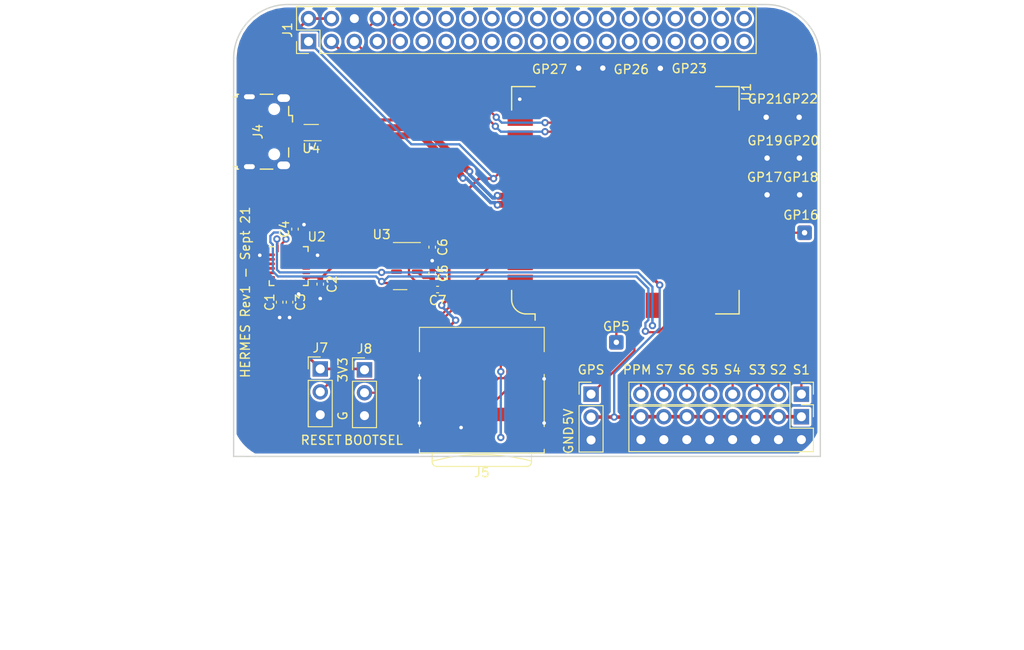
<source format=kicad_pcb>
(kicad_pcb (version 20171130) (host pcbnew "(5.1.10-1-10_14)")

  (general
    (thickness 1.6)
    (drawings 34)
    (tracks 373)
    (zones 0)
    (modules 30)
    (nets 87)
  )

  (page A4)
  (layers
    (0 F.Cu signal)
    (31 B.Cu signal)
    (32 B.Adhes user)
    (33 F.Adhes user)
    (34 B.Paste user)
    (35 F.Paste user)
    (36 B.SilkS user)
    (37 F.SilkS user)
    (38 B.Mask user)
    (39 F.Mask user)
    (40 Dwgs.User user)
    (41 Cmts.User user)
    (42 Eco1.User user)
    (43 Eco2.User user)
    (44 Edge.Cuts user)
    (45 Margin user)
    (46 B.CrtYd user)
    (47 F.CrtYd user)
    (48 B.Fab user)
    (49 F.Fab user)
  )

  (setup
    (last_trace_width 0.3)
    (user_trace_width 0.3)
    (user_trace_width 0.35)
    (user_trace_width 0.4)
    (user_trace_width 0.6)
    (user_trace_width 0.7)
    (trace_clearance 0.2)
    (zone_clearance 0.254)
    (zone_45_only no)
    (trace_min 0.2)
    (via_size 0.8)
    (via_drill 0.4)
    (via_min_size 0.254)
    (via_min_drill 0.3)
    (uvia_size 0.3)
    (uvia_drill 0.1)
    (uvias_allowed no)
    (uvia_min_size 0.2)
    (uvia_min_drill 0.1)
    (edge_width 0.05)
    (segment_width 0.2)
    (pcb_text_width 0.3)
    (pcb_text_size 1.5 1.5)
    (mod_edge_width 0.12)
    (mod_text_size 1 1)
    (mod_text_width 0.15)
    (pad_size 1.524 1.524)
    (pad_drill 0.762)
    (pad_to_mask_clearance 0)
    (aux_axis_origin 0 0)
    (visible_elements FFFFFF7F)
    (pcbplotparams
      (layerselection 0x010fc_ffffffff)
      (usegerberextensions false)
      (usegerberattributes true)
      (usegerberadvancedattributes true)
      (creategerberjobfile true)
      (excludeedgelayer true)
      (linewidth 0.100000)
      (plotframeref false)
      (viasonmask false)
      (mode 1)
      (useauxorigin false)
      (hpglpennumber 1)
      (hpglpenspeed 20)
      (hpglpendiameter 15.000000)
      (psnegative false)
      (psa4output false)
      (plotreference true)
      (plotvalue true)
      (plotinvisibletext false)
      (padsonsilk false)
      (subtractmaskfromsilk false)
      (outputformat 1)
      (mirror false)
      (drillshape 1)
      (scaleselection 1)
      (outputdirectory ""))
  )

  (net 0 "")
  (net 1 "Net-(J1-Pad7)")
  (net 2 "Net-(J1-Pad9)")
  (net 3 "Net-(J1-Pad11)")
  (net 4 "Net-(J1-Pad12)")
  (net 5 "Net-(J1-Pad13)")
  (net 6 "Net-(J1-Pad14)")
  (net 7 "Net-(J1-Pad15)")
  (net 8 "Net-(J1-Pad16)")
  (net 9 "Net-(J1-Pad17)")
  (net 10 "Net-(J1-Pad18)")
  (net 11 "Net-(J1-Pad19)")
  (net 12 "Net-(J1-Pad20)")
  (net 13 "Net-(J1-Pad21)")
  (net 14 "Net-(J1-Pad22)")
  (net 15 "Net-(J1-Pad23)")
  (net 16 "Net-(J1-Pad24)")
  (net 17 "Net-(J1-Pad25)")
  (net 18 "Net-(J1-Pad26)")
  (net 19 "Net-(J1-Pad27)")
  (net 20 "Net-(J1-Pad28)")
  (net 21 "Net-(J1-Pad29)")
  (net 22 "Net-(J1-Pad30)")
  (net 23 "Net-(J1-Pad31)")
  (net 24 "Net-(J1-Pad32)")
  (net 25 "Net-(J1-Pad33)")
  (net 26 "Net-(J1-Pad34)")
  (net 27 "Net-(J1-Pad35)")
  (net 28 "Net-(J1-Pad36)")
  (net 29 "Net-(J1-Pad37)")
  (net 30 "Net-(J1-Pad38)")
  (net 31 "Net-(J1-Pad39)")
  (net 32 "Net-(J1-Pad40)")
  (net 33 GND)
  (net 34 +5V)
  (net 35 "Net-(J4-Pad4)")
  (net 36 "Net-(J5-Pad8)")
  (net 37 "Net-(J5-Pad1)")
  (net 38 "Net-(U2-Pad6)")
  (net 39 "Net-(U2-Pad7)")
  (net 40 "Net-(U2-Pad9)")
  (net 41 "Net-(U2-Pad12)")
  (net 42 "Net-(U3-Pad5)")
  (net 43 "Net-(U3-Pad6)")
  (net 44 +3V3)
  (net 45 "Net-(C3-Pad1)")
  (net 46 "Net-(C4-Pad1)")
  (net 47 "Net-(C5-Pad1)")
  (net 48 FC_PWM1)
  (net 49 FC_PWM2)
  (net 50 FC_PWM3)
  (net 51 FC_PWM4)
  (net 52 FC_PWM5)
  (net 53 FC_PWM6)
  (net 54 FC_PWM7)
  (net 55 FC_RADIO)
  (net 56 FC_UART1_RX)
  (net 57 FC_UART0_TX)
  (net 58 FC_UART0_RX)
  (net 59 FC_I2C0_SDA)
  (net 60 FC_I2C0_SCL)
  (net 61 FC_I2C1_SDA)
  (net 62 FC_I2C1_SCL)
  (net 63 FC_SPI0_MISO)
  (net 64 FC_SPI0_SCK)
  (net 65 FC_SPI0_MOSI)
  (net 66 FC_SPI0_CS)
  (net 67 FC_USB-)
  (net 68 FC_USB+)
  (net 69 FC_RESET)
  (net 70 FC_BOOTSEL)
  (net 71 USB_D-)
  (net 72 USB_D+)
  (net 73 FC_GPIO_5)
  (net 74 FC_GPIO16)
  (net 75 FC_GPIO17)
  (net 76 FC_GPIO18)
  (net 77 FC_GPIO19)
  (net 78 FC_GPIO20)
  (net 79 FC_GPIO21)
  (net 80 FC_GPIO22)
  (net 81 FC_GPIO23)
  (net 82 FC_GPIO26)
  (net 83 FC_GPIO27)
  (net 84 FC_BATT)
  (net 85 FC_SWDIO)
  (net 86 FC_SWCLK)

  (net_class Default "This is the default net class."
    (clearance 0.2)
    (trace_width 0.25)
    (via_dia 0.8)
    (via_drill 0.4)
    (uvia_dia 0.3)
    (uvia_drill 0.1)
    (add_net +3V3)
    (add_net +5V)
    (add_net FC_BATT)
    (add_net FC_BOOTSEL)
    (add_net FC_GPIO16)
    (add_net FC_GPIO17)
    (add_net FC_GPIO18)
    (add_net FC_GPIO19)
    (add_net FC_GPIO20)
    (add_net FC_GPIO21)
    (add_net FC_GPIO22)
    (add_net FC_GPIO23)
    (add_net FC_GPIO26)
    (add_net FC_GPIO27)
    (add_net FC_GPIO_5)
    (add_net FC_I2C0_SCL)
    (add_net FC_I2C0_SDA)
    (add_net FC_I2C1_SCL)
    (add_net FC_I2C1_SDA)
    (add_net FC_PWM1)
    (add_net FC_PWM2)
    (add_net FC_PWM3)
    (add_net FC_PWM4)
    (add_net FC_PWM5)
    (add_net FC_PWM6)
    (add_net FC_PWM7)
    (add_net FC_RADIO)
    (add_net FC_RESET)
    (add_net FC_SPI0_CS)
    (add_net FC_SPI0_MISO)
    (add_net FC_SPI0_MOSI)
    (add_net FC_SPI0_SCK)
    (add_net FC_SWCLK)
    (add_net FC_SWDIO)
    (add_net FC_UART0_RX)
    (add_net FC_UART0_TX)
    (add_net FC_UART1_RX)
    (add_net FC_USB+)
    (add_net FC_USB-)
    (add_net GND)
    (add_net "Net-(C3-Pad1)")
    (add_net "Net-(C4-Pad1)")
    (add_net "Net-(C5-Pad1)")
    (add_net "Net-(J1-Pad11)")
    (add_net "Net-(J1-Pad12)")
    (add_net "Net-(J1-Pad13)")
    (add_net "Net-(J1-Pad14)")
    (add_net "Net-(J1-Pad15)")
    (add_net "Net-(J1-Pad16)")
    (add_net "Net-(J1-Pad17)")
    (add_net "Net-(J1-Pad18)")
    (add_net "Net-(J1-Pad19)")
    (add_net "Net-(J1-Pad20)")
    (add_net "Net-(J1-Pad21)")
    (add_net "Net-(J1-Pad22)")
    (add_net "Net-(J1-Pad23)")
    (add_net "Net-(J1-Pad24)")
    (add_net "Net-(J1-Pad25)")
    (add_net "Net-(J1-Pad26)")
    (add_net "Net-(J1-Pad27)")
    (add_net "Net-(J1-Pad28)")
    (add_net "Net-(J1-Pad29)")
    (add_net "Net-(J1-Pad30)")
    (add_net "Net-(J1-Pad31)")
    (add_net "Net-(J1-Pad32)")
    (add_net "Net-(J1-Pad33)")
    (add_net "Net-(J1-Pad34)")
    (add_net "Net-(J1-Pad35)")
    (add_net "Net-(J1-Pad36)")
    (add_net "Net-(J1-Pad37)")
    (add_net "Net-(J1-Pad38)")
    (add_net "Net-(J1-Pad39)")
    (add_net "Net-(J1-Pad40)")
    (add_net "Net-(J1-Pad7)")
    (add_net "Net-(J1-Pad9)")
    (add_net "Net-(J4-Pad4)")
    (add_net "Net-(J5-Pad1)")
    (add_net "Net-(J5-Pad8)")
    (add_net "Net-(U2-Pad12)")
    (add_net "Net-(U2-Pad6)")
    (add_net "Net-(U2-Pad7)")
    (add_net "Net-(U2-Pad9)")
    (add_net "Net-(U3-Pad5)")
    (add_net "Net-(U3-Pad6)")
    (add_net USB_D+)
    (add_net USB_D-)
  )

  (module Connector_Wire:SolderWire-0.1sqmm_1x01_D0.4mm_OD1mm (layer F.Cu) (tedit 5EB70B42) (tstamp 61519AFB)
    (at 149.825 86.35)
    (descr "Soldered wire connection, for a single 0.1 mm² wire, basic insulation, conductor diameter 0.4mm, outer diameter 1mm, size source Multi-Contact FLEXI-E 0.1 (https://ec.staubli.com/AcroFiles/Catalogues/TM_Cab-Main-11014119_(en)_hi.pdf), bend radius 3 times outer diameter, generated with kicad-footprint-generator")
    (tags "connector wire 0.1sqmm")
    (path /61557C80)
    (attr virtual)
    (fp_text reference J19 (at 32.825 4.5) (layer F.Fab)
      (effects (font (size 1 1) (thickness 0.15)))
    )
    (fp_text value Conn_01x01_Male (at 38.475 14.1) (layer F.Fab)
      (effects (font (size 1 1) (thickness 0.15)))
    )
    (fp_text user %R (at 0 0) (layer F.Fab)
      (effects (font (size 0.25 0.25) (thickness 0.04)))
    )
    (fp_circle (center 0 0) (end 0.5 0) (layer F.Fab) (width 0.1))
    (fp_line (start -1.3 -1.3) (end -1.3 1.3) (layer F.CrtYd) (width 0.05))
    (fp_line (start -1.3 1.3) (end 1.3 1.3) (layer F.CrtYd) (width 0.05))
    (fp_line (start 1.3 1.3) (end 1.3 -1.3) (layer F.CrtYd) (width 0.05))
    (fp_line (start 1.3 -1.3) (end -1.3 -1.3) (layer F.CrtYd) (width 0.05))
    (pad 1 thru_hole roundrect (at 0 0) (size 1.6 1.6) (drill 0.6) (layers *.Cu *.Mask) (roundrect_rratio 0.15625)
      (net 83 FC_GPIO27))
    (model ${KISYS3DMOD}/Connector_Wire.3dshapes/SolderWire-0.1sqmm_1x01_D0.4mm_OD1mm.wrl
      (at (xyz 0 0 0))
      (scale (xyz 1 1 1))
      (rotate (xyz 0 0 0))
    )
  )

  (module Connector_Wire:SolderWire-0.1sqmm_1x01_D0.4mm_OD1mm (layer F.Cu) (tedit 5EB70B42) (tstamp 61519AF0)
    (at 152.5 86.35)
    (descr "Soldered wire connection, for a single 0.1 mm² wire, basic insulation, conductor diameter 0.4mm, outer diameter 1mm, size source Multi-Contact FLEXI-E 0.1 (https://ec.staubli.com/AcroFiles/Catalogues/TM_Cab-Main-11014119_(en)_hi.pdf), bend radius 3 times outer diameter, generated with kicad-footprint-generator")
    (tags "connector wire 0.1sqmm")
    (path /6154BFB3)
    (attr virtual)
    (fp_text reference J18 (at 29.75 2.65) (layer F.Fab)
      (effects (font (size 1 1) (thickness 0.15)))
    )
    (fp_text value Conn_01x01_Male (at 34.025 15.025) (layer F.Fab)
      (effects (font (size 1 1) (thickness 0.15)))
    )
    (fp_text user %R (at 0 0) (layer F.Fab)
      (effects (font (size 0.25 0.25) (thickness 0.04)))
    )
    (fp_circle (center 0 0) (end 0.5 0) (layer F.Fab) (width 0.1))
    (fp_line (start -1.3 -1.3) (end -1.3 1.3) (layer F.CrtYd) (width 0.05))
    (fp_line (start -1.3 1.3) (end 1.3 1.3) (layer F.CrtYd) (width 0.05))
    (fp_line (start 1.3 1.3) (end 1.3 -1.3) (layer F.CrtYd) (width 0.05))
    (fp_line (start 1.3 -1.3) (end -1.3 -1.3) (layer F.CrtYd) (width 0.05))
    (pad 1 thru_hole roundrect (at 0 0) (size 1.6 1.6) (drill 0.6) (layers *.Cu *.Mask) (roundrect_rratio 0.15625)
      (net 82 FC_GPIO26))
    (model ${KISYS3DMOD}/Connector_Wire.3dshapes/SolderWire-0.1sqmm_1x01_D0.4mm_OD1mm.wrl
      (at (xyz 0 0 0))
      (scale (xyz 1 1 1))
      (rotate (xyz 0 0 0))
    )
  )

  (module Connector_Wire:SolderWire-0.1sqmm_1x01_D0.4mm_OD1mm (layer F.Cu) (tedit 5EB70B42) (tstamp 61519AE5)
    (at 158.875 86.375)
    (descr "Soldered wire connection, for a single 0.1 mm² wire, basic insulation, conductor diameter 0.4mm, outer diameter 1mm, size source Multi-Contact FLEXI-E 0.1 (https://ec.staubli.com/AcroFiles/Catalogues/TM_Cab-Main-11014119_(en)_hi.pdf), bend radius 3 times outer diameter, generated with kicad-footprint-generator")
    (tags "connector wire 0.1sqmm")
    (path /6154BFA9)
    (attr virtual)
    (fp_text reference J17 (at 24.375 0.85) (layer F.Fab)
      (effects (font (size 1 1) (thickness 0.15)))
    )
    (fp_text value Conn_01x01_Male (at 29.975 14.8) (layer F.Fab)
      (effects (font (size 1 1) (thickness 0.15)))
    )
    (fp_text user %R (at 0 0) (layer F.Fab)
      (effects (font (size 0.25 0.25) (thickness 0.04)))
    )
    (fp_circle (center 0 0) (end 0.5 0) (layer F.Fab) (width 0.1))
    (fp_line (start -1.3 -1.3) (end -1.3 1.3) (layer F.CrtYd) (width 0.05))
    (fp_line (start -1.3 1.3) (end 1.3 1.3) (layer F.CrtYd) (width 0.05))
    (fp_line (start 1.3 1.3) (end 1.3 -1.3) (layer F.CrtYd) (width 0.05))
    (fp_line (start 1.3 -1.3) (end -1.3 -1.3) (layer F.CrtYd) (width 0.05))
    (pad 1 thru_hole roundrect (at 0 0) (size 1.6 1.6) (drill 0.6) (layers *.Cu *.Mask) (roundrect_rratio 0.15625)
      (net 81 FC_GPIO23))
    (model ${KISYS3DMOD}/Connector_Wire.3dshapes/SolderWire-0.1sqmm_1x01_D0.4mm_OD1mm.wrl
      (at (xyz 0 0 0))
      (scale (xyz 1 1 1))
      (rotate (xyz 0 0 0))
    )
  )

  (module Connector_Wire:SolderWire-0.1sqmm_1x01_D0.4mm_OD1mm (layer F.Cu) (tedit 5EB70B42) (tstamp 61519ADA)
    (at 174.25 91.8)
    (descr "Soldered wire connection, for a single 0.1 mm² wire, basic insulation, conductor diameter 0.4mm, outer diameter 1mm, size source Multi-Contact FLEXI-E 0.1 (https://ec.staubli.com/AcroFiles/Catalogues/TM_Cab-Main-11014119_(en)_hi.pdf), bend radius 3 times outer diameter, generated with kicad-footprint-generator")
    (tags "connector wire 0.1sqmm")
    (path /6154BF9F)
    (attr virtual)
    (fp_text reference J16 (at 8.475 2.45) (layer F.Fab)
      (effects (font (size 1 1) (thickness 0.15)))
    )
    (fp_text value Conn_01x01_Male (at 13.375 8.1) (layer F.Fab)
      (effects (font (size 1 1) (thickness 0.15)))
    )
    (fp_text user %R (at 0 0) (layer F.Fab)
      (effects (font (size 0.25 0.25) (thickness 0.04)))
    )
    (fp_circle (center 0 0) (end 0.5 0) (layer F.Fab) (width 0.1))
    (fp_line (start -1.3 -1.3) (end -1.3 1.3) (layer F.CrtYd) (width 0.05))
    (fp_line (start -1.3 1.3) (end 1.3 1.3) (layer F.CrtYd) (width 0.05))
    (fp_line (start 1.3 1.3) (end 1.3 -1.3) (layer F.CrtYd) (width 0.05))
    (fp_line (start 1.3 -1.3) (end -1.3 -1.3) (layer F.CrtYd) (width 0.05))
    (pad 1 thru_hole roundrect (at 0 0) (size 1.6 1.6) (drill 0.6) (layers *.Cu *.Mask) (roundrect_rratio 0.15625)
      (net 80 FC_GPIO22))
    (model ${KISYS3DMOD}/Connector_Wire.3dshapes/SolderWire-0.1sqmm_1x01_D0.4mm_OD1mm.wrl
      (at (xyz 0 0 0))
      (scale (xyz 1 1 1))
      (rotate (xyz 0 0 0))
    )
  )

  (module Connector_Wire:SolderWire-0.1sqmm_1x01_D0.4mm_OD1mm (layer F.Cu) (tedit 5EB70B42) (tstamp 6151A714)
    (at 170.6 91.8)
    (descr "Soldered wire connection, for a single 0.1 mm² wire, basic insulation, conductor diameter 0.4mm, outer diameter 1mm, size source Multi-Contact FLEXI-E 0.1 (https://ec.staubli.com/AcroFiles/Catalogues/TM_Cab-Main-11014119_(en)_hi.pdf), bend radius 3 times outer diameter, generated with kicad-footprint-generator")
    (tags "connector wire 0.1sqmm")
    (path /6154BF95)
    (attr virtual)
    (fp_text reference J15 (at 12.25 4.325) (layer F.Fab)
      (effects (font (size 1 1) (thickness 0.15)))
    )
    (fp_text value Conn_01x01_Male (at 17.675 9.075) (layer F.Fab)
      (effects (font (size 1 1) (thickness 0.15)))
    )
    (fp_text user %R (at 0 0) (layer F.Fab)
      (effects (font (size 0.25 0.25) (thickness 0.04)))
    )
    (fp_circle (center 0 0) (end 0.5 0) (layer F.Fab) (width 0.1))
    (fp_line (start -1.3 -1.3) (end -1.3 1.3) (layer F.CrtYd) (width 0.05))
    (fp_line (start -1.3 1.3) (end 1.3 1.3) (layer F.CrtYd) (width 0.05))
    (fp_line (start 1.3 1.3) (end 1.3 -1.3) (layer F.CrtYd) (width 0.05))
    (fp_line (start 1.3 -1.3) (end -1.3 -1.3) (layer F.CrtYd) (width 0.05))
    (pad 1 thru_hole roundrect (at 0 0) (size 1.6 1.6) (drill 0.6) (layers *.Cu *.Mask) (roundrect_rratio 0.15625)
      (net 79 FC_GPIO21))
    (model ${KISYS3DMOD}/Connector_Wire.3dshapes/SolderWire-0.1sqmm_1x01_D0.4mm_OD1mm.wrl
      (at (xyz 0 0 0))
      (scale (xyz 1 1 1))
      (rotate (xyz 0 0 0))
    )
  )

  (module Connector_Wire:SolderWire-0.1sqmm_1x01_D0.4mm_OD1mm (layer F.Cu) (tedit 5EB70B42) (tstamp 61519AC4)
    (at 174.275 96.325)
    (descr "Soldered wire connection, for a single 0.1 mm² wire, basic insulation, conductor diameter 0.4mm, outer diameter 1mm, size source Multi-Contact FLEXI-E 0.1 (https://ec.staubli.com/AcroFiles/Catalogues/TM_Cab-Main-11014119_(en)_hi.pdf), bend radius 3 times outer diameter, generated with kicad-footprint-generator")
    (tags "connector wire 0.1sqmm")
    (path /6154BF8B)
    (attr virtual)
    (fp_text reference J14 (at 10.35 1.525) (layer F.Fab)
      (effects (font (size 1 1) (thickness 0.15)))
    )
    (fp_text value Conn_01x01_Male (at 17.1 4.175) (layer F.Fab)
      (effects (font (size 1 1) (thickness 0.15)))
    )
    (fp_text user %R (at 0 0) (layer F.Fab)
      (effects (font (size 0.25 0.25) (thickness 0.04)))
    )
    (fp_circle (center 0 0) (end 0.5 0) (layer F.Fab) (width 0.1))
    (fp_line (start -1.3 -1.3) (end -1.3 1.3) (layer F.CrtYd) (width 0.05))
    (fp_line (start -1.3 1.3) (end 1.3 1.3) (layer F.CrtYd) (width 0.05))
    (fp_line (start 1.3 1.3) (end 1.3 -1.3) (layer F.CrtYd) (width 0.05))
    (fp_line (start 1.3 -1.3) (end -1.3 -1.3) (layer F.CrtYd) (width 0.05))
    (pad 1 thru_hole roundrect (at 0 0) (size 1.6 1.6) (drill 0.6) (layers *.Cu *.Mask) (roundrect_rratio 0.15625)
      (net 78 FC_GPIO20))
    (model ${KISYS3DMOD}/Connector_Wire.3dshapes/SolderWire-0.1sqmm_1x01_D0.4mm_OD1mm.wrl
      (at (xyz 0 0 0))
      (scale (xyz 1 1 1))
      (rotate (xyz 0 0 0))
    )
  )

  (module Connector_Wire:SolderWire-0.1sqmm_1x01_D0.4mm_OD1mm (layer F.Cu) (tedit 5EB70B42) (tstamp 6151A10A)
    (at 170.7 96.325)
    (descr "Soldered wire connection, for a single 0.1 mm² wire, basic insulation, conductor diameter 0.4mm, outer diameter 1mm, size source Multi-Contact FLEXI-E 0.1 (https://ec.staubli.com/AcroFiles/Catalogues/TM_Cab-Main-11014119_(en)_hi.pdf), bend radius 3 times outer diameter, generated with kicad-footprint-generator")
    (tags "connector wire 0.1sqmm")
    (path /6154AC71)
    (attr virtual)
    (fp_text reference J13 (at 10.675 1.6) (layer F.Fab)
      (effects (font (size 1 1) (thickness 0.15)))
    )
    (fp_text value Conn_01x01_Male (at 17.225 3.875) (layer F.Fab)
      (effects (font (size 1 1) (thickness 0.15)))
    )
    (fp_text user %R (at 0 0) (layer F.Fab)
      (effects (font (size 0.25 0.25) (thickness 0.04)))
    )
    (fp_circle (center 0 0) (end 0.5 0) (layer F.Fab) (width 0.1))
    (fp_line (start -1.3 -1.3) (end -1.3 1.3) (layer F.CrtYd) (width 0.05))
    (fp_line (start -1.3 1.3) (end 1.3 1.3) (layer F.CrtYd) (width 0.05))
    (fp_line (start 1.3 1.3) (end 1.3 -1.3) (layer F.CrtYd) (width 0.05))
    (fp_line (start 1.3 -1.3) (end -1.3 -1.3) (layer F.CrtYd) (width 0.05))
    (pad 1 thru_hole roundrect (at 0 0) (size 1.6 1.6) (drill 0.6) (layers *.Cu *.Mask) (roundrect_rratio 0.15625)
      (net 77 FC_GPIO19))
    (model ${KISYS3DMOD}/Connector_Wire.3dshapes/SolderWire-0.1sqmm_1x01_D0.4mm_OD1mm.wrl
      (at (xyz 0 0 0))
      (scale (xyz 1 1 1))
      (rotate (xyz 0 0 0))
    )
  )

  (module Connector_Wire:SolderWire-0.1sqmm_1x01_D0.4mm_OD1mm (layer F.Cu) (tedit 5EB70B42) (tstamp 61519AAE)
    (at 174.3 100.4)
    (descr "Soldered wire connection, for a single 0.1 mm² wire, basic insulation, conductor diameter 0.4mm, outer diameter 1mm, size source Multi-Contact FLEXI-E 0.1 (https://ec.staubli.com/AcroFiles/Catalogues/TM_Cab-Main-11014119_(en)_hi.pdf), bend radius 3 times outer diameter, generated with kicad-footprint-generator")
    (tags "connector wire 0.1sqmm")
    (path /6154A6C0)
    (attr virtual)
    (fp_text reference J12 (at 5.275 -0.6) (layer F.Fab)
      (effects (font (size 1 1) (thickness 0.15)))
    )
    (fp_text value Conn_01x01_Male (at 14.7 0.1) (layer F.Fab)
      (effects (font (size 1 1) (thickness 0.15)))
    )
    (fp_text user %R (at 0 0) (layer F.Fab)
      (effects (font (size 0.25 0.25) (thickness 0.04)))
    )
    (fp_circle (center 0 0) (end 0.5 0) (layer F.Fab) (width 0.1))
    (fp_line (start -1.3 -1.3) (end -1.3 1.3) (layer F.CrtYd) (width 0.05))
    (fp_line (start -1.3 1.3) (end 1.3 1.3) (layer F.CrtYd) (width 0.05))
    (fp_line (start 1.3 1.3) (end 1.3 -1.3) (layer F.CrtYd) (width 0.05))
    (fp_line (start 1.3 -1.3) (end -1.3 -1.3) (layer F.CrtYd) (width 0.05))
    (pad 1 thru_hole roundrect (at 0 0) (size 1.6 1.6) (drill 0.6) (layers *.Cu *.Mask) (roundrect_rratio 0.15625)
      (net 76 FC_GPIO18))
    (model ${KISYS3DMOD}/Connector_Wire.3dshapes/SolderWire-0.1sqmm_1x01_D0.4mm_OD1mm.wrl
      (at (xyz 0 0 0))
      (scale (xyz 1 1 1))
      (rotate (xyz 0 0 0))
    )
  )

  (module Connector_Wire:SolderWire-0.1sqmm_1x01_D0.4mm_OD1mm (layer F.Cu) (tedit 5EB70B42) (tstamp 61519AA3)
    (at 170.7 100.4)
    (descr "Soldered wire connection, for a single 0.1 mm² wire, basic insulation, conductor diameter 0.4mm, outer diameter 1mm, size source Multi-Contact FLEXI-E 0.1 (https://ec.staubli.com/AcroFiles/Catalogues/TM_Cab-Main-11014119_(en)_hi.pdf), bend radius 3 times outer diameter, generated with kicad-footprint-generator")
    (tags "connector wire 0.1sqmm")
    (path /6154A115)
    (attr virtual)
    (fp_text reference J11 (at 8.95 0.95) (layer F.Fab)
      (effects (font (size 1 1) (thickness 0.15)))
    )
    (fp_text value Conn_01x01_Male (at 17.3 -0.6) (layer F.Fab)
      (effects (font (size 1 1) (thickness 0.15)))
    )
    (fp_text user %R (at 0 0) (layer F.Fab)
      (effects (font (size 0.25 0.25) (thickness 0.04)))
    )
    (fp_circle (center 0 0) (end 0.5 0) (layer F.Fab) (width 0.1))
    (fp_line (start -1.3 -1.3) (end -1.3 1.3) (layer F.CrtYd) (width 0.05))
    (fp_line (start -1.3 1.3) (end 1.3 1.3) (layer F.CrtYd) (width 0.05))
    (fp_line (start 1.3 1.3) (end 1.3 -1.3) (layer F.CrtYd) (width 0.05))
    (fp_line (start 1.3 -1.3) (end -1.3 -1.3) (layer F.CrtYd) (width 0.05))
    (pad 1 thru_hole roundrect (at 0 0) (size 1.6 1.6) (drill 0.6) (layers *.Cu *.Mask) (roundrect_rratio 0.15625)
      (net 75 FC_GPIO17))
    (model ${KISYS3DMOD}/Connector_Wire.3dshapes/SolderWire-0.1sqmm_1x01_D0.4mm_OD1mm.wrl
      (at (xyz 0 0 0))
      (scale (xyz 1 1 1))
      (rotate (xyz 0 0 0))
    )
  )

  (module Connector_Wire:SolderWire-0.1sqmm_1x01_D0.4mm_OD1mm (layer F.Cu) (tedit 5EB70B42) (tstamp 61519A98)
    (at 174.85 104.6)
    (descr "Soldered wire connection, for a single 0.1 mm² wire, basic insulation, conductor diameter 0.4mm, outer diameter 1mm, size source Multi-Contact FLEXI-E 0.1 (https://ec.staubli.com/AcroFiles/Catalogues/TM_Cab-Main-11014119_(en)_hi.pdf), bend radius 3 times outer diameter, generated with kicad-footprint-generator")
    (tags "connector wire 0.1sqmm")
    (path /61548E5B)
    (attr virtual)
    (fp_text reference J10 (at 9 -2.65) (layer F.Fab)
      (effects (font (size 1 1) (thickness 0.15)))
    )
    (fp_text value Conn_01x01_Male (at 17.55 -3.75) (layer F.Fab)
      (effects (font (size 1 1) (thickness 0.15)))
    )
    (fp_text user %R (at 0 0) (layer F.Fab)
      (effects (font (size 0.25 0.25) (thickness 0.04)))
    )
    (fp_circle (center 0 0) (end 0.5 0) (layer F.Fab) (width 0.1))
    (fp_line (start -1.3 -1.3) (end -1.3 1.3) (layer F.CrtYd) (width 0.05))
    (fp_line (start -1.3 1.3) (end 1.3 1.3) (layer F.CrtYd) (width 0.05))
    (fp_line (start 1.3 1.3) (end 1.3 -1.3) (layer F.CrtYd) (width 0.05))
    (fp_line (start 1.3 -1.3) (end -1.3 -1.3) (layer F.CrtYd) (width 0.05))
    (pad 1 thru_hole roundrect (at 0 0) (size 1.6 1.6) (drill 0.6) (layers *.Cu *.Mask) (roundrect_rratio 0.15625)
      (net 74 FC_GPIO16))
    (model ${KISYS3DMOD}/Connector_Wire.3dshapes/SolderWire-0.1sqmm_1x01_D0.4mm_OD1mm.wrl
      (at (xyz 0 0 0))
      (scale (xyz 1 1 1))
      (rotate (xyz 0 0 0))
    )
  )

  (module Connector_Wire:SolderWire-0.1sqmm_1x01_D0.4mm_OD1mm (layer F.Cu) (tedit 5EB70B42) (tstamp 61519A8D)
    (at 154 116.75)
    (descr "Soldered wire connection, for a single 0.1 mm² wire, basic insulation, conductor diameter 0.4mm, outer diameter 1mm, size source Multi-Contact FLEXI-E 0.1 (https://ec.staubli.com/AcroFiles/Catalogues/TM_Cab-Main-11014119_(en)_hi.pdf), bend radius 3 times outer diameter, generated with kicad-footprint-generator")
    (tags "connector wire 0.1sqmm")
    (path /6154884C)
    (attr virtual)
    (fp_text reference J9 (at 2 17.05) (layer F.Fab)
      (effects (font (size 1 1) (thickness 0.15)))
    )
    (fp_text value Conn_01x01_Male (at 17.3 20.55) (layer F.Fab)
      (effects (font (size 1 1) (thickness 0.15)))
    )
    (fp_text user %R (at 0 0) (layer F.Fab)
      (effects (font (size 0.25 0.25) (thickness 0.04)))
    )
    (fp_circle (center 0 0) (end 0.5 0) (layer F.Fab) (width 0.1))
    (fp_line (start -1.3 -1.3) (end -1.3 1.3) (layer F.CrtYd) (width 0.05))
    (fp_line (start -1.3 1.3) (end 1.3 1.3) (layer F.CrtYd) (width 0.05))
    (fp_line (start 1.3 1.3) (end 1.3 -1.3) (layer F.CrtYd) (width 0.05))
    (fp_line (start 1.3 -1.3) (end -1.3 -1.3) (layer F.CrtYd) (width 0.05))
    (pad 1 thru_hole roundrect (at 0 0) (size 1.6 1.6) (drill 0.6) (layers *.Cu *.Mask) (roundrect_rratio 0.15625)
      (net 73 FC_GPIO_5))
    (model ${KISYS3DMOD}/Connector_Wire.3dshapes/SolderWire-0.1sqmm_1x01_D0.4mm_OD1mm.wrl
      (at (xyz 0 0 0))
      (scale (xyz 1 1 1))
      (rotate (xyz 0 0 0))
    )
  )

  (module Package_TO_SOT_SMD:SOT-666 (layer F.Cu) (tedit 5A02FF57) (tstamp 615113E0)
    (at 120.2 93.5 180)
    (descr SOT666)
    (tags SOT-666)
    (path /61599142)
    (attr smd)
    (fp_text reference U4 (at 0 -1.75) (layer F.SilkS)
      (effects (font (size 1 1) (thickness 0.15)))
    )
    (fp_text value USBLC6-2P6 (at 0 1.75 180) (layer F.Fab)
      (effects (font (size 1 1) (thickness 0.15)))
    )
    (fp_line (start 1.5 1.1) (end 1.5 -1.1) (layer F.CrtYd) (width 0.05))
    (fp_line (start -1.5 -1.1) (end -1.5 1.1) (layer F.CrtYd) (width 0.05))
    (fp_line (start 0.65 0.85) (end -0.65 0.85) (layer F.Fab) (width 0.1))
    (fp_line (start 0.65 -0.85) (end 0.65 0.85) (layer F.Fab) (width 0.1))
    (fp_line (start -1.5 1.1) (end 1.5 1.1) (layer F.CrtYd) (width 0.05))
    (fp_line (start -0.65 -0.53) (end -0.65 0.85) (layer F.Fab) (width 0.1))
    (fp_line (start 0.65 -0.85) (end -0.33 -0.85) (layer F.Fab) (width 0.1))
    (fp_line (start -1.5 -1.1) (end 1.5 -1.1) (layer F.CrtYd) (width 0.05))
    (fp_line (start -0.8 0.9) (end 0.8 0.9) (layer F.SilkS) (width 0.12))
    (fp_line (start 0.8 -0.9) (end -1.1 -0.9) (layer F.SilkS) (width 0.12))
    (fp_line (start -0.65 -0.53) (end -0.33 -0.85) (layer F.Fab) (width 0.1))
    (fp_text user %R (at 0 0 90) (layer F.Fab)
      (effects (font (size 0.5 0.5) (thickness 0.075)))
    )
    (pad 6 smd rect (at 0.85 -0.5375 180) (size 0.5 0.375) (layers F.Cu F.Paste F.Mask)
      (net 72 USB_D+))
    (pad 4 smd rect (at 0.85 0.5375 180) (size 0.5 0.375) (layers F.Cu F.Paste F.Mask)
      (net 71 USB_D-))
    (pad 2 smd rect (at -0.925 0 180) (size 0.65 0.3) (layers F.Cu F.Paste F.Mask)
      (net 33 GND))
    (pad 5 smd rect (at 0.925 0 180) (size 0.65 0.3) (layers F.Cu F.Paste F.Mask)
      (net 34 +5V))
    (pad 3 smd rect (at -0.85 0.5375 180) (size 0.5 0.375) (layers F.Cu F.Paste F.Mask)
      (net 67 FC_USB-))
    (pad 1 smd rect (at -0.85 -0.5375 180) (size 0.5 0.375) (layers F.Cu F.Paste F.Mask)
      (net 68 FC_USB+))
    (model ${KISYS3DMOD}/Package_TO_SOT_SMD.3dshapes/SOT-666.wrl
      (at (xyz 0 0 0))
      (scale (xyz 1 1 1))
      (rotate (xyz 0 0 0))
    )
  )

  (module Connector_PinHeader_2.54mm:PinHeader_1x03_P2.54mm_Vertical (layer F.Cu) (tedit 59FED5CC) (tstamp 615027A5)
    (at 126.1 119.8)
    (descr "Through hole straight pin header, 1x03, 2.54mm pitch, single row")
    (tags "Through hole pin header THT 1x03 2.54mm single row")
    (path /61524155)
    (fp_text reference J8 (at 0 -2.33) (layer F.SilkS)
      (effects (font (size 1 1) (thickness 0.15)))
    )
    (fp_text value BOOTSEL (at 0.2 11.8) (layer F.Fab)
      (effects (font (size 1 1) (thickness 0.15)))
    )
    (fp_line (start -0.635 -1.27) (end 1.27 -1.27) (layer F.Fab) (width 0.1))
    (fp_line (start 1.27 -1.27) (end 1.27 6.35) (layer F.Fab) (width 0.1))
    (fp_line (start 1.27 6.35) (end -1.27 6.35) (layer F.Fab) (width 0.1))
    (fp_line (start -1.27 6.35) (end -1.27 -0.635) (layer F.Fab) (width 0.1))
    (fp_line (start -1.27 -0.635) (end -0.635 -1.27) (layer F.Fab) (width 0.1))
    (fp_line (start -1.33 6.41) (end 1.33 6.41) (layer F.SilkS) (width 0.12))
    (fp_line (start -1.33 1.27) (end -1.33 6.41) (layer F.SilkS) (width 0.12))
    (fp_line (start 1.33 1.27) (end 1.33 6.41) (layer F.SilkS) (width 0.12))
    (fp_line (start -1.33 1.27) (end 1.33 1.27) (layer F.SilkS) (width 0.12))
    (fp_line (start -1.33 0) (end -1.33 -1.33) (layer F.SilkS) (width 0.12))
    (fp_line (start -1.33 -1.33) (end 0 -1.33) (layer F.SilkS) (width 0.12))
    (fp_line (start -1.8 -1.8) (end -1.8 6.85) (layer F.CrtYd) (width 0.05))
    (fp_line (start -1.8 6.85) (end 1.8 6.85) (layer F.CrtYd) (width 0.05))
    (fp_line (start 1.8 6.85) (end 1.8 -1.8) (layer F.CrtYd) (width 0.05))
    (fp_line (start 1.8 -1.8) (end -1.8 -1.8) (layer F.CrtYd) (width 0.05))
    (fp_text user %R (at 0 2.54 90) (layer F.Fab)
      (effects (font (size 1 1) (thickness 0.15)))
    )
    (pad 3 thru_hole oval (at 0 5.08) (size 1.7 1.7) (drill 1) (layers *.Cu *.Mask)
      (net 33 GND))
    (pad 2 thru_hole oval (at 0 2.54) (size 1.7 1.7) (drill 1) (layers *.Cu *.Mask)
      (net 70 FC_BOOTSEL))
    (pad 1 thru_hole rect (at 0 0) (size 1.7 1.7) (drill 1) (layers *.Cu *.Mask)
      (net 44 +3V3))
    (model ${KISYS3DMOD}/Connector_PinHeader_2.54mm.3dshapes/PinHeader_1x03_P2.54mm_Vertical.wrl
      (at (xyz 0 0 0))
      (scale (xyz 1 1 1))
      (rotate (xyz 0 0 0))
    )
  )

  (module Connector_PinHeader_2.54mm:PinHeader_1x03_P2.54mm_Vertical (layer F.Cu) (tedit 59FED5CC) (tstamp 6150278E)
    (at 121.2 119.7)
    (descr "Through hole straight pin header, 1x03, 2.54mm pitch, single row")
    (tags "Through hole pin header THT 1x03 2.54mm single row")
    (path /615216D0)
    (fp_text reference J7 (at 0 -2.33) (layer F.SilkS)
      (effects (font (size 1 1) (thickness 0.15)))
    )
    (fp_text value RESET (at -1.3 12.5) (layer F.Fab)
      (effects (font (size 1 1) (thickness 0.15)))
    )
    (fp_line (start -0.635 -1.27) (end 1.27 -1.27) (layer F.Fab) (width 0.1))
    (fp_line (start 1.27 -1.27) (end 1.27 6.35) (layer F.Fab) (width 0.1))
    (fp_line (start 1.27 6.35) (end -1.27 6.35) (layer F.Fab) (width 0.1))
    (fp_line (start -1.27 6.35) (end -1.27 -0.635) (layer F.Fab) (width 0.1))
    (fp_line (start -1.27 -0.635) (end -0.635 -1.27) (layer F.Fab) (width 0.1))
    (fp_line (start -1.33 6.41) (end 1.33 6.41) (layer F.SilkS) (width 0.12))
    (fp_line (start -1.33 1.27) (end -1.33 6.41) (layer F.SilkS) (width 0.12))
    (fp_line (start 1.33 1.27) (end 1.33 6.41) (layer F.SilkS) (width 0.12))
    (fp_line (start -1.33 1.27) (end 1.33 1.27) (layer F.SilkS) (width 0.12))
    (fp_line (start -1.33 0) (end -1.33 -1.33) (layer F.SilkS) (width 0.12))
    (fp_line (start -1.33 -1.33) (end 0 -1.33) (layer F.SilkS) (width 0.12))
    (fp_line (start -1.8 -1.8) (end -1.8 6.85) (layer F.CrtYd) (width 0.05))
    (fp_line (start -1.8 6.85) (end 1.8 6.85) (layer F.CrtYd) (width 0.05))
    (fp_line (start 1.8 6.85) (end 1.8 -1.8) (layer F.CrtYd) (width 0.05))
    (fp_line (start 1.8 -1.8) (end -1.8 -1.8) (layer F.CrtYd) (width 0.05))
    (fp_text user %R (at 0 2.54 90) (layer F.Fab)
      (effects (font (size 1 1) (thickness 0.15)))
    )
    (pad 3 thru_hole oval (at 0 5.08) (size 1.7 1.7) (drill 1) (layers *.Cu *.Mask)
      (net 33 GND))
    (pad 2 thru_hole oval (at 0 2.54) (size 1.7 1.7) (drill 1) (layers *.Cu *.Mask)
      (net 69 FC_RESET))
    (pad 1 thru_hole rect (at 0 0) (size 1.7 1.7) (drill 1) (layers *.Cu *.Mask)
      (net 44 +3V3))
    (model ${KISYS3DMOD}/Connector_PinHeader_2.54mm.3dshapes/PinHeader_1x03_P2.54mm_Vertical.wrl
      (at (xyz 0 0 0))
      (scale (xyz 1 1 1))
      (rotate (xyz 0 0 0))
    )
  )

  (module Package_LGA:NXP_LGA-8_3x5mm_P1.25mm_H1.1mm (layer F.Cu) (tedit 5D9F7937) (tstamp 614ED755)
    (at 130.8 108.3 180)
    (descr "NXP  LGA, 8 Pin (https://www.nxp.com/docs/en/data-sheet/MPL3115A2.pdf#page=42), generated with kicad-footprint-generator ipc_noLead_generator.py")
    (tags "NXP LGA NoLead")
    (path /614E9AE6)
    (attr smd)
    (fp_text reference U3 (at 2.8 3.5) (layer F.SilkS)
      (effects (font (size 1 1) (thickness 0.15)))
    )
    (fp_text value MPL3115A2 (at 39.4 -3.4) (layer F.Fab)
      (effects (font (size 1 1) (thickness 0.15)))
    )
    (fp_line (start 0 -2.61) (end 1.5 -2.61) (layer F.SilkS) (width 0.12))
    (fp_line (start -1.5 2.61) (end 1.5 2.61) (layer F.SilkS) (width 0.12))
    (fp_line (start -0.75 -2.5) (end 1.5 -2.5) (layer F.Fab) (width 0.1))
    (fp_line (start 1.5 -2.5) (end 1.5 2.5) (layer F.Fab) (width 0.1))
    (fp_line (start 1.5 2.5) (end -1.5 2.5) (layer F.Fab) (width 0.1))
    (fp_line (start -1.5 2.5) (end -1.5 -1.75) (layer F.Fab) (width 0.1))
    (fp_line (start -1.5 -1.75) (end -0.75 -2.5) (layer F.Fab) (width 0.1))
    (fp_line (start -2 -2.75) (end -2 2.75) (layer F.CrtYd) (width 0.05))
    (fp_line (start -2 2.75) (end 2 2.75) (layer F.CrtYd) (width 0.05))
    (fp_line (start 2 2.75) (end 2 -2.75) (layer F.CrtYd) (width 0.05))
    (fp_line (start 2 -2.75) (end -2 -2.75) (layer F.CrtYd) (width 0.05))
    (fp_text user %R (at 0 0) (layer F.Fab)
      (effects (font (size 0.75 0.75) (thickness 0.11)))
    )
    (pad 8 smd roundrect (at 1.15 -1.875 180) (size 1.2 0.5) (layers F.Cu F.Paste F.Mask) (roundrect_rratio 0.25)
      (net 60 FC_I2C0_SCL))
    (pad 7 smd roundrect (at 1.15 -0.625 180) (size 1.2 0.5) (layers F.Cu F.Paste F.Mask) (roundrect_rratio 0.25)
      (net 59 FC_I2C0_SDA))
    (pad 6 smd roundrect (at 1.15 0.625 180) (size 1.2 0.5) (layers F.Cu F.Paste F.Mask) (roundrect_rratio 0.25)
      (net 43 "Net-(U3-Pad6)"))
    (pad 5 smd roundrect (at 1.15 1.875 180) (size 1.2 0.5) (layers F.Cu F.Paste F.Mask) (roundrect_rratio 0.25)
      (net 42 "Net-(U3-Pad5)"))
    (pad 4 smd roundrect (at -1.15 1.875 180) (size 1.2 0.5) (layers F.Cu F.Paste F.Mask) (roundrect_rratio 0.25)
      (net 44 +3V3))
    (pad 3 smd roundrect (at -1.15 0.625 180) (size 1.2 0.5) (layers F.Cu F.Paste F.Mask) (roundrect_rratio 0.25)
      (net 33 GND))
    (pad 2 smd roundrect (at -1.15 -0.625 180) (size 1.2 0.5) (layers F.Cu F.Paste F.Mask) (roundrect_rratio 0.25)
      (net 47 "Net-(C5-Pad1)"))
    (pad 1 smd roundrect (at -1.15 -1.875 180) (size 1.2 0.5) (layers F.Cu F.Paste F.Mask) (roundrect_rratio 0.25)
      (net 44 +3V3))
    (model ${KISYS3DMOD}/Package_LGA.3dshapes/NXP_LGA-8_3x5mm_P1.25mm_H1.1mm.wrl
      (at (xyz 0 0 0))
      (scale (xyz 1 1 1))
      (rotate (xyz 0 0 0))
    )
  )

  (module Connector_PinHeader_2.54mm:PinHeader_1x03_P2.54mm_Vertical (layer F.Cu) (tedit 59FED5CC) (tstamp 614ED5C5)
    (at 151.2 122.5)
    (descr "Through hole straight pin header, 1x03, 2.54mm pitch, single row")
    (tags "Through hole pin header THT 1x03 2.54mm single row")
    (path /614E567D)
    (fp_text reference J6 (at -0.7 11.5) (layer F.Fab)
      (effects (font (size 1 1) (thickness 0.15)))
    )
    (fp_text value GPS_Header (at -60.9 -11) (layer F.Fab)
      (effects (font (size 1 1) (thickness 0.15)))
    )
    (fp_line (start -0.635 -1.27) (end 1.27 -1.27) (layer F.Fab) (width 0.1))
    (fp_line (start 1.27 -1.27) (end 1.27 6.35) (layer F.Fab) (width 0.1))
    (fp_line (start 1.27 6.35) (end -1.27 6.35) (layer F.Fab) (width 0.1))
    (fp_line (start -1.27 6.35) (end -1.27 -0.635) (layer F.Fab) (width 0.1))
    (fp_line (start -1.27 -0.635) (end -0.635 -1.27) (layer F.Fab) (width 0.1))
    (fp_line (start -1.33 6.41) (end 1.33 6.41) (layer F.SilkS) (width 0.12))
    (fp_line (start -1.33 1.27) (end -1.33 6.41) (layer F.SilkS) (width 0.12))
    (fp_line (start 1.33 1.27) (end 1.33 6.41) (layer F.SilkS) (width 0.12))
    (fp_line (start -1.33 1.27) (end 1.33 1.27) (layer F.SilkS) (width 0.12))
    (fp_line (start -1.33 0) (end -1.33 -1.33) (layer F.SilkS) (width 0.12))
    (fp_line (start -1.33 -1.33) (end 0 -1.33) (layer F.SilkS) (width 0.12))
    (fp_line (start -1.8 -1.8) (end -1.8 6.85) (layer F.CrtYd) (width 0.05))
    (fp_line (start -1.8 6.85) (end 1.8 6.85) (layer F.CrtYd) (width 0.05))
    (fp_line (start 1.8 6.85) (end 1.8 -1.8) (layer F.CrtYd) (width 0.05))
    (fp_line (start 1.8 -1.8) (end -1.8 -1.8) (layer F.CrtYd) (width 0.05))
    (fp_text user %R (at 0 2.54 90) (layer F.Fab)
      (effects (font (size 1 1) (thickness 0.15)))
    )
    (pad 3 thru_hole oval (at 0 5.08) (size 1.7 1.7) (drill 1) (layers *.Cu *.Mask)
      (net 33 GND))
    (pad 2 thru_hole oval (at 0 2.54) (size 1.7 1.7) (drill 1) (layers *.Cu *.Mask)
      (net 34 +5V))
    (pad 1 thru_hole rect (at 0 0) (size 1.7 1.7) (drill 1) (layers *.Cu *.Mask)
      (net 56 FC_UART1_RX))
    (model ${KISYS3DMOD}/Connector_PinHeader_2.54mm.3dshapes/PinHeader_1x03_P2.54mm_Vertical.wrl
      (at (xyz 0 0 0))
      (scale (xyz 1 1 1))
      (rotate (xyz 0 0 0))
    )
  )

  (module Capacitor_SMD:C_0402_1005Metric_Pad0.74x0.62mm_HandSolder (layer F.Cu) (tedit 5F6BB22C) (tstamp 614ED406)
    (at 134.2 110.9)
    (descr "Capacitor SMD 0402 (1005 Metric), square (rectangular) end terminal, IPC_7351 nominal with elongated pad for handsoldering. (Body size source: IPC-SM-782 page 76, https://www.pcb-3d.com/wordpress/wp-content/uploads/ipc-sm-782a_amendment_1_and_2.pdf), generated with kicad-footprint-generator")
    (tags "capacitor handsolder")
    (path /615173B7)
    (attr smd)
    (fp_text reference C7 (at 0 1.2) (layer F.SilkS)
      (effects (font (size 1 1) (thickness 0.15)))
    )
    (fp_text value 0.1uf (at -43.8 0.6) (layer F.Fab)
      (effects (font (size 1 1) (thickness 0.15)))
    )
    (fp_line (start -0.5 0.25) (end -0.5 -0.25) (layer F.Fab) (width 0.1))
    (fp_line (start -0.5 -0.25) (end 0.5 -0.25) (layer F.Fab) (width 0.1))
    (fp_line (start 0.5 -0.25) (end 0.5 0.25) (layer F.Fab) (width 0.1))
    (fp_line (start 0.5 0.25) (end -0.5 0.25) (layer F.Fab) (width 0.1))
    (fp_line (start -0.115835 -0.36) (end 0.115835 -0.36) (layer F.SilkS) (width 0.12))
    (fp_line (start -0.115835 0.36) (end 0.115835 0.36) (layer F.SilkS) (width 0.12))
    (fp_line (start -1.08 0.46) (end -1.08 -0.46) (layer F.CrtYd) (width 0.05))
    (fp_line (start -1.08 -0.46) (end 1.08 -0.46) (layer F.CrtYd) (width 0.05))
    (fp_line (start 1.08 -0.46) (end 1.08 0.46) (layer F.CrtYd) (width 0.05))
    (fp_line (start 1.08 0.46) (end -1.08 0.46) (layer F.CrtYd) (width 0.05))
    (fp_text user %R (at 0 0) (layer F.Fab)
      (effects (font (size 0.25 0.25) (thickness 0.04)))
    )
    (pad 2 smd roundrect (at 0.5675 0) (size 0.735 0.62) (layers F.Cu F.Paste F.Mask) (roundrect_rratio 0.25)
      (net 33 GND))
    (pad 1 smd roundrect (at -0.5675 0) (size 0.735 0.62) (layers F.Cu F.Paste F.Mask) (roundrect_rratio 0.25)
      (net 44 +3V3))
    (model ${KISYS3DMOD}/Capacitor_SMD.3dshapes/C_0402_1005Metric.wrl
      (at (xyz 0 0 0))
      (scale (xyz 1 1 1))
      (rotate (xyz 0 0 0))
    )
  )

  (module Capacitor_SMD:C_0402_1005Metric_Pad0.74x0.62mm_HandSolder (layer F.Cu) (tedit 5F6BB22C) (tstamp 614ED3F5)
    (at 133.6 106.2 270)
    (descr "Capacitor SMD 0402 (1005 Metric), square (rectangular) end terminal, IPC_7351 nominal with elongated pad for handsoldering. (Body size source: IPC-SM-782 page 76, https://www.pcb-3d.com/wordpress/wp-content/uploads/ipc-sm-782a_amendment_1_and_2.pdf), generated with kicad-footprint-generator")
    (tags "capacitor handsolder")
    (path /61518FCE)
    (attr smd)
    (fp_text reference C6 (at 0 -1.16 90) (layer F.SilkS)
      (effects (font (size 1 1) (thickness 0.15)))
    )
    (fp_text value 10uf (at 3.6 38.8 90) (layer F.Fab)
      (effects (font (size 1 1) (thickness 0.15)))
    )
    (fp_line (start -0.5 0.25) (end -0.5 -0.25) (layer F.Fab) (width 0.1))
    (fp_line (start -0.5 -0.25) (end 0.5 -0.25) (layer F.Fab) (width 0.1))
    (fp_line (start 0.5 -0.25) (end 0.5 0.25) (layer F.Fab) (width 0.1))
    (fp_line (start 0.5 0.25) (end -0.5 0.25) (layer F.Fab) (width 0.1))
    (fp_line (start -0.115835 -0.36) (end 0.115835 -0.36) (layer F.SilkS) (width 0.12))
    (fp_line (start -0.115835 0.36) (end 0.115835 0.36) (layer F.SilkS) (width 0.12))
    (fp_line (start -1.08 0.46) (end -1.08 -0.46) (layer F.CrtYd) (width 0.05))
    (fp_line (start -1.08 -0.46) (end 1.08 -0.46) (layer F.CrtYd) (width 0.05))
    (fp_line (start 1.08 -0.46) (end 1.08 0.46) (layer F.CrtYd) (width 0.05))
    (fp_line (start 1.08 0.46) (end -1.08 0.46) (layer F.CrtYd) (width 0.05))
    (fp_text user %R (at 0 0 90) (layer F.Fab)
      (effects (font (size 0.25 0.25) (thickness 0.04)))
    )
    (pad 2 smd roundrect (at 0.5675 0 270) (size 0.735 0.62) (layers F.Cu F.Paste F.Mask) (roundrect_rratio 0.25)
      (net 33 GND))
    (pad 1 smd roundrect (at -0.5675 0 270) (size 0.735 0.62) (layers F.Cu F.Paste F.Mask) (roundrect_rratio 0.25)
      (net 44 +3V3))
    (model ${KISYS3DMOD}/Capacitor_SMD.3dshapes/C_0402_1005Metric.wrl
      (at (xyz 0 0 0))
      (scale (xyz 1 1 1))
      (rotate (xyz 0 0 0))
    )
  )

  (module Capacitor_SMD:C_0402_1005Metric_Pad0.74x0.62mm_HandSolder (layer F.Cu) (tedit 5F6BB22C) (tstamp 614FAD00)
    (at 133.6 109.1 90)
    (descr "Capacitor SMD 0402 (1005 Metric), square (rectangular) end terminal, IPC_7351 nominal with elongated pad for handsoldering. (Body size source: IPC-SM-782 page 76, https://www.pcb-3d.com/wordpress/wp-content/uploads/ipc-sm-782a_amendment_1_and_2.pdf), generated with kicad-footprint-generator")
    (tags "capacitor handsolder")
    (path /61519A23)
    (attr smd)
    (fp_text reference C5 (at 0 1.2 90) (layer F.SilkS)
      (effects (font (size 1 1) (thickness 0.15)))
    )
    (fp_text value 0.1uf (at -39.7 2.7 90) (layer F.Fab)
      (effects (font (size 1 1) (thickness 0.15)))
    )
    (fp_line (start -0.5 0.25) (end -0.5 -0.25) (layer F.Fab) (width 0.1))
    (fp_line (start -0.5 -0.25) (end 0.5 -0.25) (layer F.Fab) (width 0.1))
    (fp_line (start 0.5 -0.25) (end 0.5 0.25) (layer F.Fab) (width 0.1))
    (fp_line (start 0.5 0.25) (end -0.5 0.25) (layer F.Fab) (width 0.1))
    (fp_line (start -0.115835 -0.36) (end 0.115835 -0.36) (layer F.SilkS) (width 0.12))
    (fp_line (start -0.115835 0.36) (end 0.115835 0.36) (layer F.SilkS) (width 0.12))
    (fp_line (start -1.08 0.46) (end -1.08 -0.46) (layer F.CrtYd) (width 0.05))
    (fp_line (start -1.08 -0.46) (end 1.08 -0.46) (layer F.CrtYd) (width 0.05))
    (fp_line (start 1.08 -0.46) (end 1.08 0.46) (layer F.CrtYd) (width 0.05))
    (fp_line (start 1.08 0.46) (end -1.08 0.46) (layer F.CrtYd) (width 0.05))
    (fp_text user %R (at 0 0 90) (layer F.Fab)
      (effects (font (size 0.25 0.25) (thickness 0.04)))
    )
    (pad 2 smd roundrect (at 0.5675 0 90) (size 0.735 0.62) (layers F.Cu F.Paste F.Mask) (roundrect_rratio 0.25)
      (net 33 GND))
    (pad 1 smd roundrect (at -0.5675 0 90) (size 0.735 0.62) (layers F.Cu F.Paste F.Mask) (roundrect_rratio 0.25)
      (net 47 "Net-(C5-Pad1)"))
    (model ${KISYS3DMOD}/Capacitor_SMD.3dshapes/C_0402_1005Metric.wrl
      (at (xyz 0 0 0))
      (scale (xyz 1 1 1))
      (rotate (xyz 0 0 0))
    )
  )

  (module Capacitor_SMD:C_0402_1005Metric_Pad0.74x0.62mm_HandSolder (layer F.Cu) (tedit 5F6BB22C) (tstamp 614ED3D3)
    (at 118.4 104.2 90)
    (descr "Capacitor SMD 0402 (1005 Metric), square (rectangular) end terminal, IPC_7351 nominal with elongated pad for handsoldering. (Body size source: IPC-SM-782 page 76, https://www.pcb-3d.com/wordpress/wp-content/uploads/ipc-sm-782a_amendment_1_and_2.pdf), generated with kicad-footprint-generator")
    (tags "capacitor handsolder")
    (path /61504770)
    (attr smd)
    (fp_text reference C4 (at 0 -1.16 90) (layer F.SilkS)
      (effects (font (size 1 1) (thickness 0.15)))
    )
    (fp_text value 2200pf (at -8.6 -26.4 90) (layer F.Fab)
      (effects (font (size 1 1) (thickness 0.15)))
    )
    (fp_line (start -0.5 0.25) (end -0.5 -0.25) (layer F.Fab) (width 0.1))
    (fp_line (start -0.5 -0.25) (end 0.5 -0.25) (layer F.Fab) (width 0.1))
    (fp_line (start 0.5 -0.25) (end 0.5 0.25) (layer F.Fab) (width 0.1))
    (fp_line (start 0.5 0.25) (end -0.5 0.25) (layer F.Fab) (width 0.1))
    (fp_line (start -0.115835 -0.36) (end 0.115835 -0.36) (layer F.SilkS) (width 0.12))
    (fp_line (start -0.115835 0.36) (end 0.115835 0.36) (layer F.SilkS) (width 0.12))
    (fp_line (start -1.08 0.46) (end -1.08 -0.46) (layer F.CrtYd) (width 0.05))
    (fp_line (start -1.08 -0.46) (end 1.08 -0.46) (layer F.CrtYd) (width 0.05))
    (fp_line (start 1.08 -0.46) (end 1.08 0.46) (layer F.CrtYd) (width 0.05))
    (fp_line (start 1.08 0.46) (end -1.08 0.46) (layer F.CrtYd) (width 0.05))
    (fp_text user %R (at 0 0 90) (layer F.Fab)
      (effects (font (size 0.25 0.25) (thickness 0.04)))
    )
    (pad 2 smd roundrect (at 0.5675 0 90) (size 0.735 0.62) (layers F.Cu F.Paste F.Mask) (roundrect_rratio 0.25)
      (net 33 GND))
    (pad 1 smd roundrect (at -0.5675 0 90) (size 0.735 0.62) (layers F.Cu F.Paste F.Mask) (roundrect_rratio 0.25)
      (net 46 "Net-(C4-Pad1)"))
    (model ${KISYS3DMOD}/Capacitor_SMD.3dshapes/C_0402_1005Metric.wrl
      (at (xyz 0 0 0))
      (scale (xyz 1 1 1))
      (rotate (xyz 0 0 0))
    )
  )

  (module Capacitor_SMD:C_0402_1005Metric_Pad0.74x0.62mm_HandSolder (layer F.Cu) (tedit 5F6BB22C) (tstamp 614ED3C2)
    (at 117.8 112.3 270)
    (descr "Capacitor SMD 0402 (1005 Metric), square (rectangular) end terminal, IPC_7351 nominal with elongated pad for handsoldering. (Body size source: IPC-SM-782 page 76, https://www.pcb-3d.com/wordpress/wp-content/uploads/ipc-sm-782a_amendment_1_and_2.pdf), generated with kicad-footprint-generator")
    (tags "capacitor handsolder")
    (path /61503609)
    (attr smd)
    (fp_text reference C3 (at 0 -1.2 90) (layer F.SilkS)
      (effects (font (size 1 1) (thickness 0.15)))
    )
    (fp_text value 0.1uf (at -0.5 28 90) (layer F.Fab)
      (effects (font (size 1 1) (thickness 0.15)))
    )
    (fp_line (start -0.5 0.25) (end -0.5 -0.25) (layer F.Fab) (width 0.1))
    (fp_line (start -0.5 -0.25) (end 0.5 -0.25) (layer F.Fab) (width 0.1))
    (fp_line (start 0.5 -0.25) (end 0.5 0.25) (layer F.Fab) (width 0.1))
    (fp_line (start 0.5 0.25) (end -0.5 0.25) (layer F.Fab) (width 0.1))
    (fp_line (start -0.115835 -0.36) (end 0.115835 -0.36) (layer F.SilkS) (width 0.12))
    (fp_line (start -0.115835 0.36) (end 0.115835 0.36) (layer F.SilkS) (width 0.12))
    (fp_line (start -1.08 0.46) (end -1.08 -0.46) (layer F.CrtYd) (width 0.05))
    (fp_line (start -1.08 -0.46) (end 1.08 -0.46) (layer F.CrtYd) (width 0.05))
    (fp_line (start 1.08 -0.46) (end 1.08 0.46) (layer F.CrtYd) (width 0.05))
    (fp_line (start 1.08 0.46) (end -1.08 0.46) (layer F.CrtYd) (width 0.05))
    (fp_text user %R (at 0 0 90) (layer F.Fab)
      (effects (font (size 0.25 0.25) (thickness 0.04)))
    )
    (pad 2 smd roundrect (at 0.5675 0 270) (size 0.735 0.62) (layers F.Cu F.Paste F.Mask) (roundrect_rratio 0.25)
      (net 33 GND))
    (pad 1 smd roundrect (at -0.5675 0 270) (size 0.735 0.62) (layers F.Cu F.Paste F.Mask) (roundrect_rratio 0.25)
      (net 45 "Net-(C3-Pad1)"))
    (model ${KISYS3DMOD}/Capacitor_SMD.3dshapes/C_0402_1005Metric.wrl
      (at (xyz 0 0 0))
      (scale (xyz 1 1 1))
      (rotate (xyz 0 0 0))
    )
  )

  (module Capacitor_SMD:C_0402_1005Metric_Pad0.74x0.62mm_HandSolder (layer F.Cu) (tedit 5F6BB22C) (tstamp 614ED3B1)
    (at 121.2 110.3 90)
    (descr "Capacitor SMD 0402 (1005 Metric), square (rectangular) end terminal, IPC_7351 nominal with elongated pad for handsoldering. (Body size source: IPC-SM-782 page 76, https://www.pcb-3d.com/wordpress/wp-content/uploads/ipc-sm-782a_amendment_1_and_2.pdf), generated with kicad-footprint-generator")
    (tags "capacitor handsolder")
    (path /61505E88)
    (attr smd)
    (fp_text reference C2 (at 0 1.3 90) (layer F.SilkS)
      (effects (font (size 1 1) (thickness 0.15)))
    )
    (fp_text value 0.1uf (at -29.5 -3 90) (layer F.Fab)
      (effects (font (size 1 1) (thickness 0.15)))
    )
    (fp_line (start -0.5 0.25) (end -0.5 -0.25) (layer F.Fab) (width 0.1))
    (fp_line (start -0.5 -0.25) (end 0.5 -0.25) (layer F.Fab) (width 0.1))
    (fp_line (start 0.5 -0.25) (end 0.5 0.25) (layer F.Fab) (width 0.1))
    (fp_line (start 0.5 0.25) (end -0.5 0.25) (layer F.Fab) (width 0.1))
    (fp_line (start -0.115835 -0.36) (end 0.115835 -0.36) (layer F.SilkS) (width 0.12))
    (fp_line (start -0.115835 0.36) (end 0.115835 0.36) (layer F.SilkS) (width 0.12))
    (fp_line (start -1.08 0.46) (end -1.08 -0.46) (layer F.CrtYd) (width 0.05))
    (fp_line (start -1.08 -0.46) (end 1.08 -0.46) (layer F.CrtYd) (width 0.05))
    (fp_line (start 1.08 -0.46) (end 1.08 0.46) (layer F.CrtYd) (width 0.05))
    (fp_line (start 1.08 0.46) (end -1.08 0.46) (layer F.CrtYd) (width 0.05))
    (fp_text user %R (at 0 0 90) (layer F.Fab)
      (effects (font (size 0.25 0.25) (thickness 0.04)))
    )
    (pad 2 smd roundrect (at 0.5675 0 90) (size 0.735 0.62) (layers F.Cu F.Paste F.Mask) (roundrect_rratio 0.25)
      (net 44 +3V3))
    (pad 1 smd roundrect (at -0.5675 0 90) (size 0.735 0.62) (layers F.Cu F.Paste F.Mask) (roundrect_rratio 0.25)
      (net 33 GND))
    (model ${KISYS3DMOD}/Capacitor_SMD.3dshapes/C_0402_1005Metric.wrl
      (at (xyz 0 0 0))
      (scale (xyz 1 1 1))
      (rotate (xyz 0 0 0))
    )
  )

  (module Capacitor_SMD:C_0402_1005Metric_Pad0.74x0.62mm_HandSolder (layer F.Cu) (tedit 5F6BB22C) (tstamp 614ED3A0)
    (at 116.7 112.3 270)
    (descr "Capacitor SMD 0402 (1005 Metric), square (rectangular) end terminal, IPC_7351 nominal with elongated pad for handsoldering. (Body size source: IPC-SM-782 page 76, https://www.pcb-3d.com/wordpress/wp-content/uploads/ipc-sm-782a_amendment_1_and_2.pdf), generated with kicad-footprint-generator")
    (tags "capacitor handsolder")
    (path /61507612)
    (attr smd)
    (fp_text reference C1 (at 0 1.1 90) (layer F.SilkS)
      (effects (font (size 1 1) (thickness 0.15)))
    )
    (fp_text value 0.1uf (at 0.9 23.2 90) (layer F.Fab)
      (effects (font (size 1 1) (thickness 0.15)))
    )
    (fp_line (start -0.5 0.25) (end -0.5 -0.25) (layer F.Fab) (width 0.1))
    (fp_line (start -0.5 -0.25) (end 0.5 -0.25) (layer F.Fab) (width 0.1))
    (fp_line (start 0.5 -0.25) (end 0.5 0.25) (layer F.Fab) (width 0.1))
    (fp_line (start 0.5 0.25) (end -0.5 0.25) (layer F.Fab) (width 0.1))
    (fp_line (start -0.115835 -0.36) (end 0.115835 -0.36) (layer F.SilkS) (width 0.12))
    (fp_line (start -0.115835 0.36) (end 0.115835 0.36) (layer F.SilkS) (width 0.12))
    (fp_line (start -1.08 0.46) (end -1.08 -0.46) (layer F.CrtYd) (width 0.05))
    (fp_line (start -1.08 -0.46) (end 1.08 -0.46) (layer F.CrtYd) (width 0.05))
    (fp_line (start 1.08 -0.46) (end 1.08 0.46) (layer F.CrtYd) (width 0.05))
    (fp_line (start 1.08 0.46) (end -1.08 0.46) (layer F.CrtYd) (width 0.05))
    (fp_text user %R (at 0 0 90) (layer F.Fab)
      (effects (font (size 0.25 0.25) (thickness 0.04)))
    )
    (pad 2 smd roundrect (at 0.5675 0 270) (size 0.735 0.62) (layers F.Cu F.Paste F.Mask) (roundrect_rratio 0.25)
      (net 33 GND))
    (pad 1 smd roundrect (at -0.5675 0 270) (size 0.735 0.62) (layers F.Cu F.Paste F.Mask) (roundrect_rratio 0.25)
      (net 44 +3V3))
    (model ${KISYS3DMOD}/Capacitor_SMD.3dshapes/C_0402_1005Metric.wrl
      (at (xyz 0 0 0))
      (scale (xyz 1 1 1))
      (rotate (xyz 0 0 0))
    )
  )

  (module Connector_PinHeader_2.54mm:PinHeader_2x20_P2.54mm_Vertical (layer F.Cu) (tedit 59FED5CC) (tstamp 614EB3BF)
    (at 119.9 83.4 90)
    (descr "Through hole straight pin header, 2x20, 2.54mm pitch, double rows")
    (tags "Through hole pin header THT 2x20 2.54mm double row")
    (path /614D9A26)
    (fp_text reference J1 (at 1.27 -2.33 90) (layer F.SilkS)
      (effects (font (size 1 1) (thickness 0.15)))
    )
    (fp_text value Pi_Zero_W_Header (at -28.7 -29.4 90) (layer F.Fab)
      (effects (font (size 1 1) (thickness 0.15)))
    )
    (fp_line (start 0 -1.27) (end 3.81 -1.27) (layer F.Fab) (width 0.1))
    (fp_line (start 3.81 -1.27) (end 3.81 49.53) (layer F.Fab) (width 0.1))
    (fp_line (start 3.81 49.53) (end -1.27 49.53) (layer F.Fab) (width 0.1))
    (fp_line (start -1.27 49.53) (end -1.27 0) (layer F.Fab) (width 0.1))
    (fp_line (start -1.27 0) (end 0 -1.27) (layer F.Fab) (width 0.1))
    (fp_line (start -1.33 49.59) (end 3.87 49.59) (layer F.SilkS) (width 0.12))
    (fp_line (start -1.33 1.27) (end -1.33 49.59) (layer F.SilkS) (width 0.12))
    (fp_line (start 3.87 -1.33) (end 3.87 49.59) (layer F.SilkS) (width 0.12))
    (fp_line (start -1.33 1.27) (end 1.27 1.27) (layer F.SilkS) (width 0.12))
    (fp_line (start 1.27 1.27) (end 1.27 -1.33) (layer F.SilkS) (width 0.12))
    (fp_line (start 1.27 -1.33) (end 3.87 -1.33) (layer F.SilkS) (width 0.12))
    (fp_line (start -1.33 0) (end -1.33 -1.33) (layer F.SilkS) (width 0.12))
    (fp_line (start -1.33 -1.33) (end 0 -1.33) (layer F.SilkS) (width 0.12))
    (fp_line (start -1.8 -1.8) (end -1.8 50.05) (layer F.CrtYd) (width 0.05))
    (fp_line (start -1.8 50.05) (end 4.35 50.05) (layer F.CrtYd) (width 0.05))
    (fp_line (start 4.35 50.05) (end 4.35 -1.8) (layer F.CrtYd) (width 0.05))
    (fp_line (start 4.35 -1.8) (end -1.8 -1.8) (layer F.CrtYd) (width 0.05))
    (fp_text user %R (at 1.27 24.13) (layer F.Fab)
      (effects (font (size 1 1) (thickness 0.15)))
    )
    (pad 1 thru_hole rect (at 0 0 90) (size 1.7 1.7) (drill 1) (layers *.Cu *.Mask)
      (net 44 +3V3))
    (pad 2 thru_hole oval (at 2.54 0 90) (size 1.7 1.7) (drill 1) (layers *.Cu *.Mask)
      (net 34 +5V))
    (pad 3 thru_hole oval (at 0 2.54 90) (size 1.7 1.7) (drill 1) (layers *.Cu *.Mask)
      (net 61 FC_I2C1_SDA))
    (pad 4 thru_hole oval (at 2.54 2.54 90) (size 1.7 1.7) (drill 1) (layers *.Cu *.Mask)
      (net 34 +5V))
    (pad 5 thru_hole oval (at 0 5.08 90) (size 1.7 1.7) (drill 1) (layers *.Cu *.Mask)
      (net 62 FC_I2C1_SCL))
    (pad 6 thru_hole oval (at 2.54 5.08 90) (size 1.7 1.7) (drill 1) (layers *.Cu *.Mask)
      (net 33 GND))
    (pad 7 thru_hole oval (at 0 7.62 90) (size 1.7 1.7) (drill 1) (layers *.Cu *.Mask)
      (net 1 "Net-(J1-Pad7)"))
    (pad 8 thru_hole oval (at 2.54 7.62 90) (size 1.7 1.7) (drill 1) (layers *.Cu *.Mask)
      (net 58 FC_UART0_RX))
    (pad 9 thru_hole oval (at 0 10.16 90) (size 1.7 1.7) (drill 1) (layers *.Cu *.Mask)
      (net 2 "Net-(J1-Pad9)"))
    (pad 10 thru_hole oval (at 2.54 10.16 90) (size 1.7 1.7) (drill 1) (layers *.Cu *.Mask)
      (net 57 FC_UART0_TX))
    (pad 11 thru_hole oval (at 0 12.7 90) (size 1.7 1.7) (drill 1) (layers *.Cu *.Mask)
      (net 3 "Net-(J1-Pad11)"))
    (pad 12 thru_hole oval (at 2.54 12.7 90) (size 1.7 1.7) (drill 1) (layers *.Cu *.Mask)
      (net 4 "Net-(J1-Pad12)"))
    (pad 13 thru_hole oval (at 0 15.24 90) (size 1.7 1.7) (drill 1) (layers *.Cu *.Mask)
      (net 5 "Net-(J1-Pad13)"))
    (pad 14 thru_hole oval (at 2.54 15.24 90) (size 1.7 1.7) (drill 1) (layers *.Cu *.Mask)
      (net 6 "Net-(J1-Pad14)"))
    (pad 15 thru_hole oval (at 0 17.78 90) (size 1.7 1.7) (drill 1) (layers *.Cu *.Mask)
      (net 7 "Net-(J1-Pad15)"))
    (pad 16 thru_hole oval (at 2.54 17.78 90) (size 1.7 1.7) (drill 1) (layers *.Cu *.Mask)
      (net 8 "Net-(J1-Pad16)"))
    (pad 17 thru_hole oval (at 0 20.32 90) (size 1.7 1.7) (drill 1) (layers *.Cu *.Mask)
      (net 9 "Net-(J1-Pad17)"))
    (pad 18 thru_hole oval (at 2.54 20.32 90) (size 1.7 1.7) (drill 1) (layers *.Cu *.Mask)
      (net 10 "Net-(J1-Pad18)"))
    (pad 19 thru_hole oval (at 0 22.86 90) (size 1.7 1.7) (drill 1) (layers *.Cu *.Mask)
      (net 11 "Net-(J1-Pad19)"))
    (pad 20 thru_hole oval (at 2.54 22.86 90) (size 1.7 1.7) (drill 1) (layers *.Cu *.Mask)
      (net 12 "Net-(J1-Pad20)"))
    (pad 21 thru_hole oval (at 0 25.4 90) (size 1.7 1.7) (drill 1) (layers *.Cu *.Mask)
      (net 13 "Net-(J1-Pad21)"))
    (pad 22 thru_hole oval (at 2.54 25.4 90) (size 1.7 1.7) (drill 1) (layers *.Cu *.Mask)
      (net 14 "Net-(J1-Pad22)"))
    (pad 23 thru_hole oval (at 0 27.94 90) (size 1.7 1.7) (drill 1) (layers *.Cu *.Mask)
      (net 15 "Net-(J1-Pad23)"))
    (pad 24 thru_hole oval (at 2.54 27.94 90) (size 1.7 1.7) (drill 1) (layers *.Cu *.Mask)
      (net 16 "Net-(J1-Pad24)"))
    (pad 25 thru_hole oval (at 0 30.48 90) (size 1.7 1.7) (drill 1) (layers *.Cu *.Mask)
      (net 17 "Net-(J1-Pad25)"))
    (pad 26 thru_hole oval (at 2.54 30.48 90) (size 1.7 1.7) (drill 1) (layers *.Cu *.Mask)
      (net 18 "Net-(J1-Pad26)"))
    (pad 27 thru_hole oval (at 0 33.02 90) (size 1.7 1.7) (drill 1) (layers *.Cu *.Mask)
      (net 19 "Net-(J1-Pad27)"))
    (pad 28 thru_hole oval (at 2.54 33.02 90) (size 1.7 1.7) (drill 1) (layers *.Cu *.Mask)
      (net 20 "Net-(J1-Pad28)"))
    (pad 29 thru_hole oval (at 0 35.56 90) (size 1.7 1.7) (drill 1) (layers *.Cu *.Mask)
      (net 21 "Net-(J1-Pad29)"))
    (pad 30 thru_hole oval (at 2.54 35.56 90) (size 1.7 1.7) (drill 1) (layers *.Cu *.Mask)
      (net 22 "Net-(J1-Pad30)"))
    (pad 31 thru_hole oval (at 0 38.1 90) (size 1.7 1.7) (drill 1) (layers *.Cu *.Mask)
      (net 23 "Net-(J1-Pad31)"))
    (pad 32 thru_hole oval (at 2.54 38.1 90) (size 1.7 1.7) (drill 1) (layers *.Cu *.Mask)
      (net 24 "Net-(J1-Pad32)"))
    (pad 33 thru_hole oval (at 0 40.64 90) (size 1.7 1.7) (drill 1) (layers *.Cu *.Mask)
      (net 25 "Net-(J1-Pad33)"))
    (pad 34 thru_hole oval (at 2.54 40.64 90) (size 1.7 1.7) (drill 1) (layers *.Cu *.Mask)
      (net 26 "Net-(J1-Pad34)"))
    (pad 35 thru_hole oval (at 0 43.18 90) (size 1.7 1.7) (drill 1) (layers *.Cu *.Mask)
      (net 27 "Net-(J1-Pad35)"))
    (pad 36 thru_hole oval (at 2.54 43.18 90) (size 1.7 1.7) (drill 1) (layers *.Cu *.Mask)
      (net 28 "Net-(J1-Pad36)"))
    (pad 37 thru_hole oval (at 0 45.72 90) (size 1.7 1.7) (drill 1) (layers *.Cu *.Mask)
      (net 29 "Net-(J1-Pad37)"))
    (pad 38 thru_hole oval (at 2.54 45.72 90) (size 1.7 1.7) (drill 1) (layers *.Cu *.Mask)
      (net 30 "Net-(J1-Pad38)"))
    (pad 39 thru_hole oval (at 0 48.26 90) (size 1.7 1.7) (drill 1) (layers *.Cu *.Mask)
      (net 31 "Net-(J1-Pad39)"))
    (pad 40 thru_hole oval (at 2.54 48.26 90) (size 1.7 1.7) (drill 1) (layers *.Cu *.Mask)
      (net 32 "Net-(J1-Pad40)"))
    (model ${KISYS3DMOD}/Connector_PinHeader_2.54mm.3dshapes/PinHeader_2x20_P2.54mm_Vertical.wrl
      (at (xyz 0 0 0))
      (scale (xyz 1 1 1))
      (rotate (xyz 0 0 0))
    )
  )

  (module Connector_PinHeader_2.54mm:PinHeader_1x08_P2.54mm_Vertical (layer F.Cu) (tedit 59FED5CC) (tstamp 615128A7)
    (at 174.5 122.5 270)
    (descr "Through hole straight pin header, 1x08, 2.54mm pitch, single row")
    (tags "Through hole pin header THT 1x08 2.54mm single row")
    (path /614E8865)
    (fp_text reference J2 (at 10.2 18 90) (layer F.Fab)
      (effects (font (size 1 1) (thickness 0.15)))
    )
    (fp_text value PWM_Pins (at -9.8 76.7 90) (layer F.Fab)
      (effects (font (size 1 1) (thickness 0.15)))
    )
    (fp_line (start -0.635 -1.27) (end 1.27 -1.27) (layer F.Fab) (width 0.1))
    (fp_line (start 1.27 -1.27) (end 1.27 19.05) (layer F.Fab) (width 0.1))
    (fp_line (start 1.27 19.05) (end -1.27 19.05) (layer F.Fab) (width 0.1))
    (fp_line (start -1.27 19.05) (end -1.27 -0.635) (layer F.Fab) (width 0.1))
    (fp_line (start -1.27 -0.635) (end -0.635 -1.27) (layer F.Fab) (width 0.1))
    (fp_line (start -1.33 19.11) (end 1.33 19.11) (layer F.SilkS) (width 0.12))
    (fp_line (start -1.33 1.27) (end -1.33 19.11) (layer F.SilkS) (width 0.12))
    (fp_line (start 1.33 1.27) (end 1.33 19.11) (layer F.SilkS) (width 0.12))
    (fp_line (start -1.33 1.27) (end 1.33 1.27) (layer F.SilkS) (width 0.12))
    (fp_line (start -1.33 0) (end -1.33 -1.33) (layer F.SilkS) (width 0.12))
    (fp_line (start -1.33 -1.33) (end 0 -1.33) (layer F.SilkS) (width 0.12))
    (fp_line (start -1.8 -1.8) (end -1.8 19.55) (layer F.CrtYd) (width 0.05))
    (fp_line (start -1.8 19.55) (end 1.8 19.55) (layer F.CrtYd) (width 0.05))
    (fp_line (start 1.8 19.55) (end 1.8 -1.8) (layer F.CrtYd) (width 0.05))
    (fp_line (start 1.8 -1.8) (end -1.8 -1.8) (layer F.CrtYd) (width 0.05))
    (fp_text user %R (at 9.9 13.6) (layer F.Fab)
      (effects (font (size 1 1) (thickness 0.15)))
    )
    (pad 1 thru_hole rect (at 0 0 270) (size 1.7 1.7) (drill 1) (layers *.Cu *.Mask)
      (net 48 FC_PWM1))
    (pad 2 thru_hole oval (at 0 2.54 270) (size 1.7 1.7) (drill 1) (layers *.Cu *.Mask)
      (net 49 FC_PWM2))
    (pad 3 thru_hole oval (at 0 5.08 270) (size 1.7 1.7) (drill 1) (layers *.Cu *.Mask)
      (net 50 FC_PWM3))
    (pad 4 thru_hole oval (at 0 7.62 270) (size 1.7 1.7) (drill 1) (layers *.Cu *.Mask)
      (net 51 FC_PWM4))
    (pad 5 thru_hole oval (at 0 10.16 270) (size 1.7 1.7) (drill 1) (layers *.Cu *.Mask)
      (net 52 FC_PWM5))
    (pad 6 thru_hole oval (at 0 12.7 270) (size 1.7 1.7) (drill 1) (layers *.Cu *.Mask)
      (net 53 FC_PWM6))
    (pad 7 thru_hole oval (at 0 15.24 270) (size 1.7 1.7) (drill 1) (layers *.Cu *.Mask)
      (net 54 FC_PWM7))
    (pad 8 thru_hole oval (at 0 17.78 270) (size 1.7 1.7) (drill 1) (layers *.Cu *.Mask)
      (net 55 FC_RADIO))
    (model ${KISYS3DMOD}/Connector_PinHeader_2.54mm.3dshapes/PinHeader_1x08_P2.54mm_Vertical.wrl
      (at (xyz 0 0 0))
      (scale (xyz 1 1 1))
      (rotate (xyz 0 0 0))
    )
  )

  (module Connector_USB:USB_Micro-B_Wuerth_629105150521 (layer F.Cu) (tedit 5A142044) (tstamp 614C1AC0)
    (at 115.3 93.4 270)
    (descr "USB Micro-B receptacle, http://www.mouser.com/ds/2/445/629105150521-469306.pdf")
    (tags "usb micro receptacle")
    (path /614CDA0F)
    (attr smd)
    (fp_text reference J4 (at 0 1 90) (layer F.SilkS)
      (effects (font (size 1 1) (thickness 0.15)))
    )
    (fp_text value USB_B_Micro (at 0 5.6 90) (layer F.Fab)
      (effects (font (size 1 1) (thickness 0.15)))
    )
    (fp_line (start -4 -2.25) (end -4 3.15) (layer F.Fab) (width 0.15))
    (fp_line (start -4 3.15) (end -3.7 3.15) (layer F.Fab) (width 0.15))
    (fp_line (start -3.7 3.15) (end -3.7 4.35) (layer F.Fab) (width 0.15))
    (fp_line (start -3.7 4.35) (end 3.7 4.35) (layer F.Fab) (width 0.15))
    (fp_line (start 3.7 4.35) (end 3.7 3.15) (layer F.Fab) (width 0.15))
    (fp_line (start 3.7 3.15) (end 4 3.15) (layer F.Fab) (width 0.15))
    (fp_line (start 4 3.15) (end 4 -2.25) (layer F.Fab) (width 0.15))
    (fp_line (start 4 -2.25) (end -4 -2.25) (layer F.Fab) (width 0.15))
    (fp_line (start -2.7 3.75) (end 2.7 3.75) (layer F.Fab) (width 0.15))
    (fp_line (start -1.075 -2.725) (end -1.3 -2.55) (layer F.Fab) (width 0.15))
    (fp_line (start -1.3 -2.55) (end -1.525 -2.725) (layer F.Fab) (width 0.15))
    (fp_line (start -1.525 -2.725) (end -1.525 -2.95) (layer F.Fab) (width 0.15))
    (fp_line (start -1.525 -2.95) (end -1.075 -2.95) (layer F.Fab) (width 0.15))
    (fp_line (start -1.075 -2.95) (end -1.075 -2.725) (layer F.Fab) (width 0.15))
    (fp_line (start -4.15 -0.65) (end -4.15 0.75) (layer F.SilkS) (width 0.15))
    (fp_line (start -4.15 3.15) (end -4.15 3.3) (layer F.SilkS) (width 0.15))
    (fp_line (start -4.15 3.3) (end -3.85 3.3) (layer F.SilkS) (width 0.15))
    (fp_line (start -3.85 3.3) (end -3.85 3.75) (layer F.SilkS) (width 0.15))
    (fp_line (start 3.85 3.75) (end 3.85 3.3) (layer F.SilkS) (width 0.15))
    (fp_line (start 3.85 3.3) (end 4.15 3.3) (layer F.SilkS) (width 0.15))
    (fp_line (start 4.15 3.3) (end 4.15 3.15) (layer F.SilkS) (width 0.15))
    (fp_line (start 4.15 0.75) (end 4.15 -0.65) (layer F.SilkS) (width 0.15))
    (fp_line (start -1.075 -2.825) (end -1.8 -2.825) (layer F.SilkS) (width 0.15))
    (fp_line (start -1.8 -2.825) (end -1.8 -2.4) (layer F.SilkS) (width 0.15))
    (fp_line (start -1.8 -2.4) (end -2.8 -2.4) (layer F.SilkS) (width 0.15))
    (fp_line (start 1.8 -2.4) (end 2.8 -2.4) (layer F.SilkS) (width 0.15))
    (fp_line (start -4.94 -3.34) (end -4.94 4.85) (layer F.CrtYd) (width 0.05))
    (fp_line (start -4.94 4.85) (end 4.95 4.85) (layer F.CrtYd) (width 0.05))
    (fp_line (start 4.95 4.85) (end 4.95 -3.34) (layer F.CrtYd) (width 0.05))
    (fp_line (start 4.95 -3.34) (end -4.94 -3.34) (layer F.CrtYd) (width 0.05))
    (fp_text user %R (at 0 1.05 90) (layer F.Fab)
      (effects (font (size 1 1) (thickness 0.15)))
    )
    (fp_text user "PCB Edge" (at 0 3.75 90) (layer Dwgs.User)
      (effects (font (size 0.5 0.5) (thickness 0.08)))
    )
    (pad 1 smd rect (at -1.3 -1.9 270) (size 0.45 1.3) (layers F.Cu F.Paste F.Mask)
      (net 34 +5V))
    (pad 2 smd rect (at -0.65 -1.9 270) (size 0.45 1.3) (layers F.Cu F.Paste F.Mask)
      (net 71 USB_D-))
    (pad 3 smd rect (at 0 -1.9 270) (size 0.45 1.3) (layers F.Cu F.Paste F.Mask)
      (net 72 USB_D+))
    (pad 4 smd rect (at 0.65 -1.9 270) (size 0.45 1.3) (layers F.Cu F.Paste F.Mask)
      (net 35 "Net-(J4-Pad4)"))
    (pad 5 smd rect (at 1.3 -1.9 270) (size 0.45 1.3) (layers F.Cu F.Paste F.Mask)
      (net 33 GND))
    (pad 6 thru_hole oval (at -3.725 -1.85 270) (size 1.45 2) (drill oval 0.85 1.4) (layers *.Cu *.Mask)
      (net 33 GND))
    (pad 6 thru_hole oval (at 3.725 -1.85 270) (size 1.45 2) (drill oval 0.85 1.4) (layers *.Cu *.Mask)
      (net 33 GND))
    (pad 6 thru_hole oval (at -3.875 1.95 270) (size 1.15 1.8) (drill oval 0.55 1.2) (layers *.Cu *.Mask)
      (net 33 GND))
    (pad 6 thru_hole oval (at 3.875 1.95 270) (size 1.15 1.8) (drill oval 0.55 1.2) (layers *.Cu *.Mask)
      (net 33 GND))
    (pad "" np_thru_hole oval (at -2.5 -0.8 270) (size 0.8 0.8) (drill 0.8) (layers *.Cu *.Mask))
    (pad "" np_thru_hole oval (at 2.5 -0.8 270) (size 0.8 0.8) (drill 0.8) (layers *.Cu *.Mask))
    (model ${KISYS3DMOD}/Connector_USB.3dshapes/USB_Micro-B_Wuerth_629105150521.wrl
      (at (xyz 0 0 0))
      (scale (xyz 1 1 1))
      (rotate (xyz 0 0 0))
    )
  )

  (module Connector_Card:microSD_HC_Wuerth_693072010801 (layer F.Cu) (tedit 5A1DBFB5) (tstamp 614C1AEF)
    (at 139.1 123.2 180)
    (descr http://katalog.we-online.de/em/datasheet/693072010801.pdf)
    (tags "Micro SD Wuerth Wurth Würth")
    (path /614CF863)
    (attr smd)
    (fp_text reference J5 (at 0 -7.99) (layer F.SilkS)
      (effects (font (size 1 1) (thickness 0.15)))
    )
    (fp_text value Micro_SD_Card (at 37.3 10.9) (layer F.Fab)
      (effects (font (size 1 1) (thickness 0.15)))
    )
    (fp_line (start -6.8 8) (end 6.8 8) (layer F.Fab) (width 0.1))
    (fp_line (start -6.8 -5.7) (end -6.8 8) (layer F.Fab) (width 0.1))
    (fp_line (start 6.8 -5.7) (end -6.8 -5.7) (layer F.Fab) (width 0.1))
    (fp_line (start 6.8 8) (end 6.8 -5.7) (layer F.Fab) (width 0.1))
    (fp_line (start 5 -6.61) (end 5.5 -6.71) (layer F.SilkS) (width 0.12))
    (fp_line (start 3.7 -6.31) (end 5 -6.61) (layer F.SilkS) (width 0.12))
    (fp_line (start 2.2 -6.11) (end 3.7 -6.31) (layer F.SilkS) (width 0.12))
    (fp_line (start 0.9 -6.01) (end 2.2 -6.11) (layer F.SilkS) (width 0.12))
    (fp_line (start -0.9 -6.01) (end 0.9 -6.01) (layer F.SilkS) (width 0.12))
    (fp_line (start -2.2 -6.11) (end -0.9 -6.01) (layer F.SilkS) (width 0.12))
    (fp_line (start -3 -6.21) (end -2.2 -6.11) (layer F.SilkS) (width 0.12))
    (fp_line (start -4.7 -6.51) (end -3 -6.21) (layer F.SilkS) (width 0.12))
    (fp_line (start -5.5 -6.71) (end -4.7 -6.51) (layer F.SilkS) (width 0.12))
    (fp_line (start -5 -7.31) (end 5 -7.31) (layer F.SilkS) (width 0.12))
    (fp_line (start -5.5 -5.81) (end -5.5 -6.81) (layer F.SilkS) (width 0.12))
    (fp_line (start 5.5 -5.81) (end 5.5 -6.81) (layer F.SilkS) (width 0.12))
    (fp_line (start -6.91 -5.81) (end 6.91 -5.81) (layer F.SilkS) (width 0.12))
    (fp_line (start 6.91 8.11) (end -6.91 8.11) (layer F.SilkS) (width 0.12))
    (fp_line (start 6.91 5.41) (end 6.91 8.11) (layer F.SilkS) (width 0.12))
    (fp_line (start 6.91 -5.81) (end 6.91 -5.41) (layer F.SilkS) (width 0.12))
    (fp_line (start 6.91 -2.89) (end 6.91 2.89) (layer F.SilkS) (width 0.12))
    (fp_line (start -6.91 5.41) (end -6.91 8.11) (layer F.SilkS) (width 0.12))
    (fp_line (start -6.91 -2.89) (end -6.91 2.89) (layer F.SilkS) (width 0.12))
    (fp_line (start -6.91 -5.81) (end -6.91 -5.41) (layer F.SilkS) (width 0.12))
    (fp_line (start 8.08 -6.2) (end 8.08 8.5) (layer F.CrtYd) (width 0.05))
    (fp_line (start 8.08 -6.2) (end -8.08 -6.2) (layer F.CrtYd) (width 0.05))
    (fp_line (start 8.08 8.5) (end -8.08 8.5) (layer F.CrtYd) (width 0.05))
    (fp_line (start -8.08 -6.2) (end -8.08 8.5) (layer F.CrtYd) (width 0.05))
    (fp_text user %R (at 0 1.15) (layer F.Fab)
      (effects (font (size 1 1) (thickness 0.15)))
    )
    (fp_arc (start 5 -6.81) (end 5 -7.31) (angle 90) (layer F.SilkS) (width 0.12))
    (fp_arc (start -5 -6.81) (end -5.5 -6.81) (angle 90) (layer F.SilkS) (width 0.12))
    (pad 9 smd rect (at 6.875 -4.15 180) (size 1.45 2) (layers F.Cu F.Paste F.Mask)
      (net 33 GND))
    (pad 9 smd rect (at -6.875 -4.15 180) (size 1.45 2) (layers F.Cu F.Paste F.Mask)
      (net 33 GND))
    (pad 9 smd rect (at -6.875 4.15 180) (size 1.45 2) (layers F.Cu F.Paste F.Mask)
      (net 33 GND))
    (pad 9 smd rect (at 6.875 4.15 180) (size 1.45 2) (layers F.Cu F.Paste F.Mask)
      (net 33 GND))
    (pad 8 smd rect (at 4.5 -1.55 180) (size 0.8 1.5) (layers F.Cu F.Paste F.Mask)
      (net 36 "Net-(J5-Pad8)"))
    (pad 7 smd rect (at 3.4 -1.55 180) (size 0.8 1.5) (layers F.Cu F.Paste F.Mask)
      (net 63 FC_SPI0_MISO))
    (pad 6 smd rect (at 2.3 -1.55 180) (size 0.8 1.5) (layers F.Cu F.Paste F.Mask)
      (net 33 GND))
    (pad 5 smd rect (at 1.2 -1.55 180) (size 0.8 1.5) (layers F.Cu F.Paste F.Mask)
      (net 64 FC_SPI0_SCK))
    (pad 4 smd rect (at 0.1 -1.55 180) (size 0.8 1.5) (layers F.Cu F.Paste F.Mask)
      (net 44 +3V3))
    (pad 3 smd rect (at -1 -1.55 180) (size 0.8 1.5) (layers F.Cu F.Paste F.Mask)
      (net 65 FC_SPI0_MOSI))
    (pad 2 smd rect (at -2.1 -1.55 180) (size 0.8 1.5) (layers F.Cu F.Paste F.Mask)
      (net 66 FC_SPI0_CS))
    (pad 1 smd rect (at -3.2 -1.55 180) (size 0.8 1.5) (layers F.Cu F.Paste F.Mask)
      (net 37 "Net-(J5-Pad1)"))
    (model ${KISYS3DMOD}/Connector_Card.3dshapes/microSD_HC_Wuerth_693072010801.wrl
      (at (xyz 0 0 0))
      (scale (xyz 1 1 1))
      (rotate (xyz 0 0 0))
    )
  )

  (module RP2040_Stamp:RP2040_Stamp_SMD (layer F.Cu) (tedit 61083E17) (tstamp 614EB568)
    (at 155 101 90)
    (path /614C282F)
    (fp_text reference U1 (at 12 13.4 90 unlocked) (layer F.SilkS)
      (effects (font (size 1 1) (thickness 0.15)))
    )
    (fp_text value RP2040_Stamp (at -5.05 41.55 90 unlocked) (layer F.Fab)
      (effects (font (size 1 1) (thickness 0.15)))
    )
    (fp_line (start -11 -12.5) (end 12.5 -12.5) (layer F.Fab) (width 0.1))
    (fp_line (start -12.5 12.5) (end -12.5 -11) (layer F.Fab) (width 0.1))
    (fp_line (start 12.5 12.5) (end -12.5 12.5) (layer F.Fab) (width 0.1))
    (fp_line (start 12.5 -12.5) (end 12.5 12.5) (layer F.Fab) (width 0.1))
    (fp_line (start -11.1 -12.6) (end -10 -12.6) (layer F.SilkS) (width 0.15))
    (fp_line (start 12.6 10) (end 12.6 12.6) (layer F.SilkS) (width 0.15))
    (fp_line (start -12.6 -10) (end -13.3 -10) (layer F.SilkS) (width 0.15))
    (fp_line (start -10 12.6) (end -12.6 12.6) (layer F.SilkS) (width 0.15))
    (fp_line (start -12.6 12.6) (end -12.6 10) (layer F.SilkS) (width 0.15))
    (fp_line (start -12.6 -10) (end -12.6 -11.1) (layer F.SilkS) (width 0.15))
    (fp_line (start 12.6 12.6) (end 10 12.6) (layer F.SilkS) (width 0.15))
    (fp_line (start 12.6 -12.6) (end 12.6 -10) (layer F.SilkS) (width 0.15))
    (fp_line (start 10 -12.6) (end 12.6 -12.6) (layer F.SilkS) (width 0.15))
    (fp_arc (start -10.98321 -10.98321) (end -11.1 -12.6) (angle -81.73674811) (layer F.SilkS) (width 0.15))
    (fp_arc (start -11.000003 -11) (end -11 -12.5) (angle -90) (layer F.Fab) (width 0.1))
    (pad 1 smd rect (at -11.65 -9 90) (size 2.8 1.5) (layers F.Cu F.Paste F.Mask)
      (net 63 FC_SPI0_MISO))
    (pad 2 smd rect (at -11.65 -7 90) (size 2.8 1.5) (layers F.Cu F.Paste F.Mask)
      (net 66 FC_SPI0_CS))
    (pad 3 smd rect (at -11.65 -5 90) (size 2.8 1.5) (layers F.Cu F.Paste F.Mask)
      (net 64 FC_SPI0_SCK))
    (pad 4 smd rect (at -11.65 -3 90) (size 2.8 1.5) (layers F.Cu F.Paste F.Mask)
      (net 65 FC_SPI0_MOSI))
    (pad 5 smd rect (at -11.65 -1 90) (size 2.8 1.5) (layers F.Cu F.Paste F.Mask)
      (net 73 FC_GPIO_5))
    (pad 6 smd rect (at -11.65 1 90) (size 2.8 1.5) (layers F.Cu F.Paste F.Mask)
      (net 56 FC_UART1_RX))
    (pad 7 smd rect (at -11.65 3 90) (size 2.8 1.5) (layers F.Cu F.Paste F.Mask)
      (net 59 FC_I2C0_SDA))
    (pad 8 smd rect (at -11.65 5 90) (size 2.8 1.5) (layers F.Cu F.Paste F.Mask)
      (net 60 FC_I2C0_SCL))
    (pad 9 smd rect (at -11.65 7 90) (size 2.8 1.5) (layers F.Cu F.Paste F.Mask)
      (net 55 FC_RADIO))
    (pad 10 smd rect (at -11.65 9 90) (size 2.8 1.5) (layers F.Cu F.Paste F.Mask)
      (net 54 FC_PWM7))
    (pad 11 smd rect (at -9 11.65) (size 2.8 1.5) (layers F.Cu F.Paste F.Mask)
      (net 53 FC_PWM6))
    (pad 12 smd rect (at -7 11.65) (size 2.8 1.5) (layers F.Cu F.Paste F.Mask)
      (net 52 FC_PWM5))
    (pad 13 smd rect (at -5 11.65) (size 2.8 1.5) (layers F.Cu F.Paste F.Mask)
      (net 51 FC_PWM4))
    (pad 14 smd rect (at -3 11.65) (size 2.8 1.5) (layers F.Cu F.Paste F.Mask)
      (net 50 FC_PWM3))
    (pad 15 smd rect (at -1 11.65) (size 2.8 1.5) (layers F.Cu F.Paste F.Mask)
      (net 49 FC_PWM2))
    (pad 16 smd rect (at 1 11.65) (size 2.8 1.5) (layers F.Cu F.Paste F.Mask)
      (net 48 FC_PWM1))
    (pad 17 smd rect (at 3 11.65) (size 2.8 1.5) (layers F.Cu F.Paste F.Mask)
      (net 74 FC_GPIO16))
    (pad 18 smd rect (at 5 11.65) (size 2.8 1.5) (layers F.Cu F.Paste F.Mask)
      (net 75 FC_GPIO17))
    (pad 19 smd rect (at 7 11.65) (size 2.8 1.5) (layers F.Cu F.Paste F.Mask)
      (net 76 FC_GPIO18))
    (pad 20 smd rect (at 9 11.65) (size 2.8 1.5) (layers F.Cu F.Paste F.Mask)
      (net 77 FC_GPIO19))
    (pad 21 smd rect (at 11.65 9 90) (size 2.8 1.5) (layers F.Cu F.Paste F.Mask)
      (net 78 FC_GPIO20))
    (pad 22 smd rect (at 11.65 7 90) (size 2.8 1.5) (layers F.Cu F.Paste F.Mask)
      (net 79 FC_GPIO21))
    (pad 23 smd rect (at 11.65 5 90) (size 2.8 1.5) (layers F.Cu F.Paste F.Mask)
      (net 80 FC_GPIO22))
    (pad 24 smd rect (at 11.65 3 90) (size 2.8 1.5) (layers F.Cu F.Paste F.Mask)
      (net 81 FC_GPIO23))
    (pad 25 smd rect (at 11.65 1 90) (size 2.8 1.5) (layers F.Cu F.Paste F.Mask)
      (net 61 FC_I2C1_SDA))
    (pad 26 smd rect (at 11.65 -1 90) (size 2.8 1.5) (layers F.Cu F.Paste F.Mask)
      (net 62 FC_I2C1_SCL))
    (pad 27 smd rect (at 11.65 -3 90) (size 2.8 1.5) (layers F.Cu F.Paste F.Mask)
      (net 82 FC_GPIO26))
    (pad 28 smd rect (at 11.65 -5 90) (size 2.8 1.5) (layers F.Cu F.Paste F.Mask)
      (net 83 FC_GPIO27))
    (pad 29 smd rect (at 11.65 -7 90) (size 2.8 1.5) (layers F.Cu F.Paste F.Mask)
      (net 57 FC_UART0_TX))
    (pad 30 smd rect (at 11.65 -9 90) (size 2.8 1.5) (layers F.Cu F.Paste F.Mask)
      (net 58 FC_UART0_RX))
    (pad 31 smd rect (at 9 -11.65) (size 2.8 1.5) (layers F.Cu F.Paste F.Mask)
      (net 33 GND))
    (pad 32 smd rect (at 7 -11.65) (size 2.8 1.5) (layers F.Cu F.Paste F.Mask)
      (net 84 FC_BATT))
    (pad 33 smd rect (at 5 -11.65) (size 2.8 1.5) (layers F.Cu F.Paste F.Mask)
      (net 34 +5V))
    (pad 34 smd rect (at 3 -11.65) (size 2.8 1.5) (layers F.Cu F.Paste F.Mask)
      (net 44 +3V3))
    (pad 35 smd rect (at 1 -11.65) (size 2.8 1.5) (layers F.Cu F.Paste F.Mask)
      (net 67 FC_USB-))
    (pad 36 smd rect (at -1 -11.65) (size 2.8 1.5) (layers F.Cu F.Paste F.Mask)
      (net 68 FC_USB+))
    (pad 37 smd rect (at -3 -11.65) (size 2.8 1.5) (layers F.Cu F.Paste F.Mask)
      (net 85 FC_SWDIO))
    (pad 38 smd rect (at -5 -11.65) (size 2.8 1.5) (layers F.Cu F.Paste F.Mask)
      (net 86 FC_SWCLK))
    (pad 39 smd rect (at -7 -11.65) (size 2.8 1.5) (layers F.Cu F.Paste F.Mask)
      (net 69 FC_RESET))
    (pad 40 smd rect (at -9 -11.65) (size 2.8 1.5) (layers F.Cu F.Paste F.Mask)
      (net 70 FC_BOOTSEL))
    (model ${KIPRJMOD}/rp2040_stamp_footprints/KiCad5/RP2040_Stamp.3dshapes/RP2040_Stamp.step
      (at (xyz 0 0 0))
      (scale (xyz 1 1 1))
      (rotate (xyz 0 0 0))
    )
  )

  (module Sensor_Motion:InvenSense_QFN-24_4x4mm_P0.5mm (layer F.Cu) (tedit 5B5A6D8E) (tstamp 614F79DC)
    (at 117.7 108.3)
    (descr "24-Lead Plastic QFN (4mm x 4mm); Pitch 0.5mm; EP 2.7x2.6mm; for InvenSense motion sensors; keepout area marked (Package see: https://store.invensense.com/datasheets/invensense/MPU-6050_DataSheet_V3%204.pdf; See also https://www.invensense.com/wp-content/uploads/2015/02/InvenSense-MEMS-Handling.pdf)")
    (tags "QFN 0.5")
    (path /614D16D3)
    (attr smd)
    (fp_text reference U2 (at 3.1 -3.25) (layer F.SilkS)
      (effects (font (size 1 1) (thickness 0.15)))
    )
    (fp_text value MPU-6050 (at -26 2) (layer F.Fab)
      (effects (font (size 1 1) (thickness 0.15)))
    )
    (fp_line (start -1 -2) (end 2 -2) (layer F.Fab) (width 0.15))
    (fp_line (start 2 -2) (end 2 2) (layer F.Fab) (width 0.15))
    (fp_line (start 2 2) (end -2 2) (layer F.Fab) (width 0.15))
    (fp_line (start -2 2) (end -2 -1) (layer F.Fab) (width 0.15))
    (fp_line (start -2 -1) (end -1 -2) (layer F.Fab) (width 0.15))
    (fp_line (start -2.65 -2.65) (end -2.65 2.65) (layer F.CrtYd) (width 0.05))
    (fp_line (start 2.65 -2.65) (end 2.65 2.65) (layer F.CrtYd) (width 0.05))
    (fp_line (start -2.65 -2.65) (end 2.65 -2.65) (layer F.CrtYd) (width 0.05))
    (fp_line (start -2.65 2.65) (end 2.65 2.65) (layer F.CrtYd) (width 0.05))
    (fp_line (start 2.15 -2.15) (end 2.15 -1.625) (layer F.SilkS) (width 0.15))
    (fp_line (start -2.15 2.15) (end -2.15 1.625) (layer F.SilkS) (width 0.15))
    (fp_line (start 2.15 2.15) (end 2.15 1.625) (layer F.SilkS) (width 0.15))
    (fp_line (start -2.15 -2.15) (end -1.625 -2.15) (layer F.SilkS) (width 0.15))
    (fp_line (start -2.15 2.15) (end -1.625 2.15) (layer F.SilkS) (width 0.15))
    (fp_line (start 2.15 2.15) (end 1.625 2.15) (layer F.SilkS) (width 0.15))
    (fp_line (start 2.15 -2.15) (end 1.625 -2.15) (layer F.SilkS) (width 0.15))
    (fp_line (start 1.375 1.325) (end 1.375 -1.325) (layer Dwgs.User) (width 0.05))
    (fp_line (start -1.375 1.325) (end -1.375 -1.325) (layer Dwgs.User) (width 0.05))
    (fp_line (start 1.375 -1.325) (end -1.375 -1.325) (layer Dwgs.User) (width 0.05))
    (fp_line (start 1.375 1.325) (end -1.375 1.325) (layer Dwgs.User) (width 0.05))
    (fp_line (start 1.375 0.825) (end 0.875 1.325) (layer Dwgs.User) (width 0.05))
    (fp_line (start 1.375 0.325) (end 0.375 1.325) (layer Dwgs.User) (width 0.05))
    (fp_line (start 1.375 -0.175) (end -0.125 1.325) (layer Dwgs.User) (width 0.05))
    (fp_line (start 1.375 -0.675) (end -0.625 1.325) (layer Dwgs.User) (width 0.05))
    (fp_line (start 1.375 -1.175) (end -1.125 1.325) (layer Dwgs.User) (width 0.05))
    (fp_line (start 1.025 -1.325) (end -1.375 1.075) (layer Dwgs.User) (width 0.05))
    (fp_line (start 0.525 -1.325) (end -1.375 0.575) (layer Dwgs.User) (width 0.05))
    (fp_line (start 0.025 -1.325) (end -1.375 0.075) (layer Dwgs.User) (width 0.05))
    (fp_line (start -0.475 -1.325) (end -1.375 -0.425) (layer Dwgs.User) (width 0.05))
    (fp_line (start -0.975 -1.325) (end -1.375 -0.925) (layer Dwgs.User) (width 0.05))
    (fp_text user %R (at 0 0) (layer F.Fab)
      (effects (font (size 1 1) (thickness 0.15)))
    )
    (fp_text user KEEPOUT (at 0 -0.5) (layer Cmts.User)
      (effects (font (size 0.2 0.2) (thickness 0.04)))
    )
    (fp_text user "No Copper" (at 0 -0.1) (layer Cmts.User)
      (effects (font (size 0.2 0.2) (thickness 0.04)))
    )
    (fp_text user "Directly Below" (at 0 0.25) (layer Cmts.User)
      (effects (font (size 0.2 0.2) (thickness 0.04)))
    )
    (fp_text user Component (at 0 0.55) (layer Cmts.User)
      (effects (font (size 0.2 0.2) (thickness 0.04)))
    )
    (pad 1 smd roundrect (at -1.95 -1.25) (size 0.85 0.3) (layers F.Cu F.Paste F.Mask) (roundrect_rratio 0.25)
      (net 33 GND))
    (pad 2 smd roundrect (at -1.95 -0.75) (size 0.85 0.3) (layers F.Cu F.Paste F.Mask) (roundrect_rratio 0.25))
    (pad 3 smd roundrect (at -1.95 -0.25) (size 0.85 0.3) (layers F.Cu F.Paste F.Mask) (roundrect_rratio 0.25))
    (pad 4 smd roundrect (at -1.95 0.25) (size 0.85 0.3) (layers F.Cu F.Paste F.Mask) (roundrect_rratio 0.25))
    (pad 5 smd roundrect (at -1.95 0.75) (size 0.85 0.3) (layers F.Cu F.Paste F.Mask) (roundrect_rratio 0.25))
    (pad 6 smd roundrect (at -1.95 1.25) (size 0.85 0.3) (layers F.Cu F.Paste F.Mask) (roundrect_rratio 0.25)
      (net 38 "Net-(U2-Pad6)"))
    (pad 7 smd roundrect (at -1.25 1.95 90) (size 0.85 0.3) (layers F.Cu F.Paste F.Mask) (roundrect_rratio 0.25)
      (net 39 "Net-(U2-Pad7)"))
    (pad 8 smd roundrect (at -0.75 1.95 90) (size 0.85 0.3) (layers F.Cu F.Paste F.Mask) (roundrect_rratio 0.25)
      (net 44 +3V3))
    (pad 9 smd roundrect (at -0.25 1.95 90) (size 0.85 0.3) (layers F.Cu F.Paste F.Mask) (roundrect_rratio 0.25)
      (net 40 "Net-(U2-Pad9)"))
    (pad 10 smd roundrect (at 0.25 1.95 90) (size 0.85 0.3) (layers F.Cu F.Paste F.Mask) (roundrect_rratio 0.25)
      (net 45 "Net-(C3-Pad1)"))
    (pad 11 smd roundrect (at 0.75 1.95 90) (size 0.85 0.3) (layers F.Cu F.Paste F.Mask) (roundrect_rratio 0.25)
      (net 33 GND))
    (pad 12 smd roundrect (at 1.25 1.95 90) (size 0.85 0.3) (layers F.Cu F.Paste F.Mask) (roundrect_rratio 0.25)
      (net 41 "Net-(U2-Pad12)"))
    (pad 13 smd roundrect (at 1.95 1.25) (size 0.85 0.3) (layers F.Cu F.Paste F.Mask) (roundrect_rratio 0.25)
      (net 44 +3V3))
    (pad 14 smd roundrect (at 1.95 0.75) (size 0.85 0.3) (layers F.Cu F.Paste F.Mask) (roundrect_rratio 0.25))
    (pad 15 smd roundrect (at 1.95 0.25) (size 0.85 0.3) (layers F.Cu F.Paste F.Mask) (roundrect_rratio 0.25))
    (pad 16 smd roundrect (at 1.95 -0.25) (size 0.85 0.3) (layers F.Cu F.Paste F.Mask) (roundrect_rratio 0.25))
    (pad 17 smd roundrect (at 1.95 -0.75) (size 0.85 0.3) (layers F.Cu F.Paste F.Mask) (roundrect_rratio 0.25))
    (pad 18 smd roundrect (at 1.95 -1.25) (size 0.85 0.3) (layers F.Cu F.Paste F.Mask) (roundrect_rratio 0.25)
      (net 33 GND))
    (pad 19 smd roundrect (at 1.25 -1.95 90) (size 0.85 0.3) (layers F.Cu F.Paste F.Mask) (roundrect_rratio 0.25))
    (pad 20 smd roundrect (at 0.75 -1.95 90) (size 0.85 0.3) (layers F.Cu F.Paste F.Mask) (roundrect_rratio 0.25)
      (net 46 "Net-(C4-Pad1)"))
    (pad 21 smd roundrect (at 0.25 -1.95 90) (size 0.85 0.3) (layers F.Cu F.Paste F.Mask) (roundrect_rratio 0.25))
    (pad 22 smd roundrect (at -0.25 -1.95 90) (size 0.85 0.3) (layers F.Cu F.Paste F.Mask) (roundrect_rratio 0.25))
    (pad 23 smd roundrect (at -0.75 -1.95 90) (size 0.85 0.3) (layers F.Cu F.Paste F.Mask) (roundrect_rratio 0.25)
      (net 60 FC_I2C0_SCL))
    (pad 24 smd roundrect (at -1.25 -1.95 90) (size 0.85 0.3) (layers F.Cu F.Paste F.Mask) (roundrect_rratio 0.25)
      (net 59 FC_I2C0_SDA))
    (model ${KISYS3DMOD}/Package_DFN_QFN.3dshapes/QFN-24-1EP_4x4mm_P0.5mm_EP2.7x2.6mm.wrl
      (at (xyz 0 0 0))
      (scale (xyz 1 1 1))
      (rotate (xyz 0 0 0))
    )
  )

  (module Connector_PinHeader_2.54mm:PinHeader_2x08_P2.54mm_Vertical (layer F.Cu) (tedit 59FED5CC) (tstamp 614C162E)
    (at 174.5 125 270)
    (descr "Through hole straight pin header, 2x08, 2.54mm pitch, double rows")
    (tags "Through hole pin header THT 2x08 2.54mm double row")
    (path /614C27D5)
    (fp_text reference J3 (at 7.6 20.3 90) (layer F.Fab)
      (effects (font (size 1 1) (thickness 0.15)))
    )
    (fp_text value 5V_GND_Rails (at -12.7 76.9 90) (layer F.Fab)
      (effects (font (size 1 1) (thickness 0.15)))
    )
    (fp_line (start 0 -1.27) (end 3.81 -1.27) (layer F.Fab) (width 0.1))
    (fp_line (start 3.81 -1.27) (end 3.81 19.05) (layer F.Fab) (width 0.1))
    (fp_line (start 3.81 19.05) (end -1.27 19.05) (layer F.Fab) (width 0.1))
    (fp_line (start -1.27 19.05) (end -1.27 0) (layer F.Fab) (width 0.1))
    (fp_line (start -1.27 0) (end 0 -1.27) (layer F.Fab) (width 0.1))
    (fp_line (start -1.33 19.11) (end 3.87 19.11) (layer F.SilkS) (width 0.12))
    (fp_line (start -1.33 1.27) (end -1.33 19.11) (layer F.SilkS) (width 0.12))
    (fp_line (start 3.87 -1.33) (end 3.87 19.11) (layer F.SilkS) (width 0.12))
    (fp_line (start -1.33 1.27) (end 1.27 1.27) (layer F.SilkS) (width 0.12))
    (fp_line (start 1.27 1.27) (end 1.27 -1.33) (layer F.SilkS) (width 0.12))
    (fp_line (start 1.27 -1.33) (end 3.87 -1.33) (layer F.SilkS) (width 0.12))
    (fp_line (start -1.33 0) (end -1.33 -1.33) (layer F.SilkS) (width 0.12))
    (fp_line (start -1.33 -1.33) (end 0 -1.33) (layer F.SilkS) (width 0.12))
    (fp_line (start -1.8 -1.8) (end -1.8 19.55) (layer F.CrtYd) (width 0.05))
    (fp_line (start -1.8 19.55) (end 4.35 19.55) (layer F.CrtYd) (width 0.05))
    (fp_line (start 4.35 19.55) (end 4.35 -1.8) (layer F.CrtYd) (width 0.05))
    (fp_line (start 4.35 -1.8) (end -1.8 -1.8) (layer F.CrtYd) (width 0.05))
    (fp_text user %R (at 7.9 15.8) (layer F.Fab)
      (effects (font (size 1 1) (thickness 0.15)))
    )
    (pad 1 thru_hole rect (at 0 0 270) (size 1.7 1.7) (drill 1) (layers *.Cu *.Mask)
      (net 34 +5V))
    (pad 2 thru_hole oval (at 2.54 0 270) (size 1.7 1.7) (drill 1) (layers *.Cu *.Mask)
      (net 33 GND))
    (pad 3 thru_hole oval (at 0 2.54 270) (size 1.7 1.7) (drill 1) (layers *.Cu *.Mask)
      (net 34 +5V))
    (pad 4 thru_hole oval (at 2.54 2.54 270) (size 1.7 1.7) (drill 1) (layers *.Cu *.Mask)
      (net 33 GND))
    (pad 5 thru_hole oval (at 0 5.08 270) (size 1.7 1.7) (drill 1) (layers *.Cu *.Mask)
      (net 34 +5V))
    (pad 6 thru_hole oval (at 2.54 5.08 270) (size 1.7 1.7) (drill 1) (layers *.Cu *.Mask)
      (net 33 GND))
    (pad 7 thru_hole oval (at 0 7.62 270) (size 1.7 1.7) (drill 1) (layers *.Cu *.Mask)
      (net 34 +5V))
    (pad 8 thru_hole oval (at 2.54 7.62 270) (size 1.7 1.7) (drill 1) (layers *.Cu *.Mask)
      (net 33 GND))
    (pad 9 thru_hole oval (at 0 10.16 270) (size 1.7 1.7) (drill 1) (layers *.Cu *.Mask)
      (net 34 +5V))
    (pad 10 thru_hole oval (at 2.54 10.16 270) (size 1.7 1.7) (drill 1) (layers *.Cu *.Mask)
      (net 33 GND))
    (pad 11 thru_hole oval (at 0 12.7 270) (size 1.7 1.7) (drill 1) (layers *.Cu *.Mask)
      (net 34 +5V))
    (pad 12 thru_hole oval (at 2.54 12.7 270) (size 1.7 1.7) (drill 1) (layers *.Cu *.Mask)
      (net 33 GND))
    (pad 13 thru_hole oval (at 0 15.24 270) (size 1.7 1.7) (drill 1) (layers *.Cu *.Mask)
      (net 34 +5V))
    (pad 14 thru_hole oval (at 2.54 15.24 270) (size 1.7 1.7) (drill 1) (layers *.Cu *.Mask)
      (net 33 GND))
    (pad 15 thru_hole oval (at 0 17.78 270) (size 1.7 1.7) (drill 1) (layers *.Cu *.Mask)
      (net 34 +5V))
    (pad 16 thru_hole oval (at 2.54 17.78 270) (size 1.7 1.7) (drill 1) (layers *.Cu *.Mask)
      (net 33 GND))
    (model ${KISYS3DMOD}/Connector_PinHeader_2.54mm.3dshapes/PinHeader_2x08_P2.54mm_Vertical.wrl
      (at (xyz 0 0 0))
      (scale (xyz 1 1 1))
      (rotate (xyz 0 0 0))
    )
  )

  (gr_text GP22 (at 174.375 89.75) (layer F.SilkS)
    (effects (font (size 1 1) (thickness 0.15)))
  )
  (gr_text GP21 (at 170.525 89.775) (layer F.SilkS)
    (effects (font (size 1 1) (thickness 0.15)))
  )
  (gr_text GP23 (at 162.075 86.4) (layer F.SilkS)
    (effects (font (size 1 1) (thickness 0.15)))
  )
  (gr_text GP26 (at 155.65 86.5) (layer F.SilkS)
    (effects (font (size 1 1) (thickness 0.15)))
  )
  (gr_text GP27 (at 146.6 86.475) (layer F.SilkS)
    (effects (font (size 1 1) (thickness 0.15)))
  )
  (gr_text GP20 (at 174.5 94.4) (layer F.SilkS)
    (effects (font (size 1 1) (thickness 0.15)))
  )
  (gr_text GP19 (at 170.475 94.4) (layer F.SilkS)
    (effects (font (size 1 1) (thickness 0.15)))
  )
  (gr_text GP18 (at 174.425 98.45) (layer F.SilkS)
    (effects (font (size 1 1) (thickness 0.15)))
  )
  (gr_text GP17 (at 170.425 98.45) (layer F.SilkS)
    (effects (font (size 1 1) (thickness 0.15)))
  )
  (gr_text GP16 (at 174.45 102.65) (layer F.SilkS)
    (effects (font (size 1 1) (thickness 0.15)))
  )
  (gr_text GP5 (at 154 115) (layer F.SilkS)
    (effects (font (size 1 1) (thickness 0.15)))
  )
  (gr_text "HERMES Rev1 - Sept 21" (at 112.9 111.2 90) (layer F.SilkS)
    (effects (font (size 1 1) (thickness 0.15)))
  )
  (gr_text S1 (at 174.5 119.8) (layer F.SilkS)
    (effects (font (size 1 1) (thickness 0.15)))
  )
  (gr_text S2 (at 171.95 119.8) (layer F.SilkS)
    (effects (font (size 1 1) (thickness 0.15)))
  )
  (gr_text S3 (at 169.6 119.8) (layer F.SilkS)
    (effects (font (size 1 1) (thickness 0.15)))
  )
  (gr_text S4 (at 166.85 119.8) (layer F.SilkS)
    (effects (font (size 1 1) (thickness 0.15)))
  )
  (gr_text S5 (at 164.35 119.8) (layer F.SilkS)
    (effects (font (size 1 1) (thickness 0.15)))
  )
  (gr_text S6 (at 161.8 119.8) (layer F.SilkS)
    (effects (font (size 1 1) (thickness 0.15)))
  )
  (gr_text S7 (at 159.3 119.8) (layer F.SilkS)
    (effects (font (size 1 1) (thickness 0.15)))
  )
  (gr_text PPM (at 156.3 119.8) (layer F.SilkS)
    (effects (font (size 1 1) (thickness 0.15)))
  )
  (gr_text GND (at 148.7 127.6 90) (layer F.SilkS)
    (effects (font (size 1 1) (thickness 0.15)))
  )
  (gr_text 5V (at 148.7 125 90) (layer F.SilkS)
    (effects (font (size 1 1) (thickness 0.15)))
  )
  (gr_text GPS (at 151.2 119.8) (layer F.SilkS)
    (effects (font (size 1 1) (thickness 0.15)))
  )
  (gr_text 3V3 (at 123.7 119.8 90) (layer F.SilkS)
    (effects (font (size 1 1) (thickness 0.15)))
  )
  (gr_text G (at 123.7 124.9 90) (layer F.SilkS)
    (effects (font (size 1 1) (thickness 0.15)))
  )
  (gr_text RESET (at 121.3 127.6) (layer F.SilkS)
    (effects (font (size 1 1) (thickness 0.15)))
  )
  (gr_text BOOTSEL (at 127.1 127.6) (layer F.SilkS)
    (effects (font (size 1 1) (thickness 0.15)))
  )
  (gr_line (start 111.6 129.4) (end 111.601316 85.174345) (layer Edge.Cuts) (width 0.15) (tstamp 615122CD))
  (gr_line (start 114.203259 129.405465) (end 111.6 129.4) (layer Edge.Cuts) (width 0.15))
  (gr_arc (start 117.6 85.3) (end 117.6 79.3) (angle -88.8) (layer Edge.Cuts) (width 0.15))
  (gr_line (start 170.6 79.3) (end 117.6 79.3) (layer Edge.Cuts) (width 0.15))
  (gr_arc (start 170.6 85.3) (end 176.6 85.3) (angle -90) (layer Edge.Cuts) (width 0.15))
  (gr_line (start 176.6 129.4) (end 176.6 85.3) (layer Edge.Cuts) (width 0.15))
  (gr_line (start 114.203259 129.405465) (end 176.6 129.4) (layer Edge.Cuts) (width 0.15))

  (via (at 116.7 114) (size 0.8) (drill 0.4) (layers F.Cu B.Cu) (net 33))
  (segment (start 116.7 112.8675) (end 116.7 114) (width 0.25) (layer F.Cu) (net 33))
  (via (at 117.8 114) (size 0.8) (drill 0.4) (layers F.Cu B.Cu) (net 33))
  (segment (start 117.8 112.8675) (end 117.8 114) (width 0.25) (layer F.Cu) (net 33))
  (via (at 120.9 107.1) (size 0.8) (drill 0.4) (layers F.Cu B.Cu) (net 33))
  (segment (start 120.85 107.05) (end 120.9 107.1) (width 0.25) (layer F.Cu) (net 33))
  (segment (start 119.65 107.05) (end 120.85 107.05) (width 0.25) (layer F.Cu) (net 33))
  (via (at 114.5 107.1) (size 0.8) (drill 0.4) (layers F.Cu B.Cu) (net 33))
  (segment (start 114.55 107.05) (end 114.5 107.1) (width 0.25) (layer F.Cu) (net 33))
  (segment (start 115.75 107.05) (end 114.55 107.05) (width 0.25) (layer F.Cu) (net 33))
  (segment (start 119.3325 103.6325) (end 119.4 103.7) (width 0.25) (layer F.Cu) (net 33))
  (via (at 119.4 103.7) (size 0.8) (drill 0.4) (layers F.Cu B.Cu) (net 33))
  (segment (start 118.4 103.6325) (end 119.3325 103.6325) (width 0.25) (layer F.Cu) (net 33))
  (via (at 121.2 111.9) (size 0.8) (drill 0.4) (layers F.Cu B.Cu) (net 33))
  (segment (start 121.2 110.8675) (end 121.2 111.9) (width 0.25) (layer F.Cu) (net 33))
  (via (at 118.8 111.4) (size 0.8) (drill 0.4) (layers F.Cu B.Cu) (net 33))
  (segment (start 118.45 111.05) (end 118.8 111.4) (width 0.25) (layer F.Cu) (net 33))
  (segment (start 118.45 110.25) (end 118.45 111.05) (width 0.25) (layer F.Cu) (net 33))
  (segment (start 156.72 127.54) (end 159.26 127.54) (width 0.4) (layer F.Cu) (net 33))
  (segment (start 159.26 127.54) (end 161.8 127.54) (width 0.4) (layer F.Cu) (net 33))
  (segment (start 161.8 127.54) (end 164.34 127.54) (width 0.4) (layer F.Cu) (net 33))
  (segment (start 164.34 127.54) (end 166.88 127.54) (width 0.4) (layer F.Cu) (net 33))
  (segment (start 166.88 127.54) (end 169.42 127.54) (width 0.4) (layer F.Cu) (net 33))
  (segment (start 169.42 127.54) (end 171.96 127.54) (width 0.4) (layer F.Cu) (net 33))
  (segment (start 171.96 127.54) (end 174.5 127.54) (width 0.4) (layer F.Cu) (net 33))
  (segment (start 156.68 127.58) (end 156.72 127.54) (width 0.4) (layer F.Cu) (net 33))
  (segment (start 151.2 127.58) (end 156.68 127.58) (width 0.4) (layer F.Cu) (net 33))
  (via (at 133.6 107.7) (size 0.8) (drill 0.4) (layers F.Cu B.Cu) (net 33))
  (segment (start 133.575 107.675) (end 133.6 107.7) (width 0.25) (layer F.Cu) (net 33))
  (segment (start 131.95 107.675) (end 133.575 107.675) (width 0.25) (layer F.Cu) (net 33))
  (segment (start 133.6 108.5325) (end 133.6 107.7) (width 0.25) (layer F.Cu) (net 33))
  (segment (start 133.6 106.7675) (end 133.6 107.7) (width 0.25) (layer F.Cu) (net 33))
  (segment (start 134.7675 109.7) (end 133.6 108.5325) (width 0.25) (layer F.Cu) (net 33))
  (segment (start 134.7675 110.9) (end 134.7675 109.7) (width 0.25) (layer F.Cu) (net 33))
  (segment (start 143.35 89.85) (end 143.3 89.8) (width 0.4) (layer F.Cu) (net 33))
  (via (at 143.3 89.8) (size 0.8) (drill 0.4) (layers F.Cu B.Cu) (net 33))
  (segment (start 143.35 92) (end 143.35 89.85) (width 0.4) (layer F.Cu) (net 33))
  (via (at 146 120.8) (size 0.8) (drill 0.4) (layers F.Cu B.Cu) (net 33))
  (segment (start 145.975 120.775) (end 146 120.8) (width 0.25) (layer F.Cu) (net 33))
  (segment (start 145.975 119.05) (end 145.975 120.775) (width 0.25) (layer F.Cu) (net 33))
  (via (at 146 125.7) (size 0.8) (drill 0.4) (layers F.Cu B.Cu) (net 33))
  (segment (start 145.975 125.725) (end 146 125.7) (width 0.25) (layer F.Cu) (net 33))
  (segment (start 145.975 127.35) (end 145.975 125.725) (width 0.25) (layer F.Cu) (net 33))
  (via (at 132.2 125.7) (size 0.8) (drill 0.4) (layers F.Cu B.Cu) (net 33))
  (segment (start 132.225 125.725) (end 132.2 125.7) (width 0.25) (layer F.Cu) (net 33))
  (segment (start 132.225 127.35) (end 132.225 125.725) (width 0.25) (layer F.Cu) (net 33))
  (via (at 132.2 120.7) (size 0.8) (drill 0.4) (layers F.Cu B.Cu) (net 33))
  (segment (start 132.225 120.675) (end 132.2 120.7) (width 0.25) (layer F.Cu) (net 33))
  (segment (start 132.225 119.05) (end 132.225 120.675) (width 0.25) (layer F.Cu) (net 33))
  (via (at 136.8 126.2) (size 0.8) (drill 0.4) (layers F.Cu B.Cu) (net 33))
  (segment (start 136.8 124.75) (end 136.8 126.2) (width 0.25) (layer F.Cu) (net 33))
  (segment (start 117.2 97.075) (end 117.15 97.125) (width 0.4) (layer F.Cu) (net 33))
  (segment (start 117.2 94.7) (end 117.2 97.075) (width 0.4) (layer F.Cu) (net 33))
  (via (at 120.2 95.2) (size 0.8) (drill 0.4) (layers F.Cu B.Cu) (net 33))
  (segment (start 120.60712 93.5) (end 120.2 93.90712) (width 0.3) (layer F.Cu) (net 33))
  (segment (start 120.2 93.90712) (end 120.2 95.2) (width 0.3) (layer F.Cu) (net 33))
  (segment (start 121.125 93.5) (end 120.60712 93.5) (width 0.3) (layer F.Cu) (net 33))
  (segment (start 156.72 125) (end 159.26 125) (width 0.4) (layer F.Cu) (net 34))
  (segment (start 159.26 125) (end 161.8 125) (width 0.4) (layer F.Cu) (net 34))
  (segment (start 161.8 125) (end 164.34 125) (width 0.4) (layer F.Cu) (net 34))
  (segment (start 164.34 125) (end 166.88 125) (width 0.4) (layer F.Cu) (net 34))
  (segment (start 166.88 125) (end 169.42 125) (width 0.4) (layer F.Cu) (net 34))
  (segment (start 169.42 125) (end 171.96 125) (width 0.4) (layer F.Cu) (net 34))
  (segment (start 171.96 125) (end 174.5 125) (width 0.4) (layer F.Cu) (net 34))
  (segment (start 156.68 125.04) (end 156.72 125) (width 0.4) (layer F.Cu) (net 34))
  (via (at 158.8 110.4) (size 0.8) (drill 0.4) (layers F.Cu B.Cu) (net 34))
  (segment (start 153.76 120.213002) (end 153.76 125.04) (width 0.25) (layer B.Cu) (net 34))
  (segment (start 158.8 115.173002) (end 153.76 120.213002) (width 0.25) (layer B.Cu) (net 34))
  (via (at 153.76 125.04) (size 0.8) (drill 0.4) (layers F.Cu B.Cu) (net 34))
  (segment (start 158.8 110.4) (end 158.8 115.173002) (width 0.25) (layer B.Cu) (net 34))
  (segment (start 153.76 125.04) (end 156.68 125.04) (width 0.4) (layer F.Cu) (net 34))
  (segment (start 151.2 125.04) (end 153.76 125.04) (width 0.4) (layer F.Cu) (net 34))
  (segment (start 142.524998 96) (end 143.35 96) (width 0.35) (layer F.Cu) (net 34))
  (segment (start 138.624998 92.1) (end 142.524998 96) (width 0.35) (layer F.Cu) (net 34))
  (segment (start 144.4 96) (end 158.8 110.4) (width 0.35) (layer F.Cu) (net 34))
  (segment (start 143.35 96) (end 144.4 96) (width 0.35) (layer F.Cu) (net 34))
  (segment (start 120.3 93.1) (end 120.3 92.1) (width 0.3) (layer F.Cu) (net 34))
  (segment (start 119.9 93.5) (end 120.3 93.1) (width 0.3) (layer F.Cu) (net 34))
  (segment (start 119.275 93.5) (end 119.9 93.5) (width 0.3) (layer F.Cu) (net 34))
  (segment (start 120.3 92.1) (end 138.624998 92.1) (width 0.35) (layer F.Cu) (net 34))
  (segment (start 117.2 92.1) (end 120.3 92.1) (width 0.35) (layer F.Cu) (net 34))
  (segment (start 118.50001 90.79999) (end 118.50001 82.25999) (width 0.3) (layer F.Cu) (net 34))
  (segment (start 118.50001 82.25999) (end 119.9 80.86) (width 0.3) (layer F.Cu) (net 34))
  (segment (start 117.2 92.1) (end 118.50001 90.79999) (width 0.3) (layer F.Cu) (net 34))
  (segment (start 119.9 80.86) (end 122.44 80.86) (width 0.3) (layer F.Cu) (net 34))
  (segment (start 121.0175 109.55) (end 121.2 109.7325) (width 0.25) (layer F.Cu) (net 44))
  (segment (start 119.65 109.55) (end 121.0175 109.55) (width 0.25) (layer F.Cu) (net 44))
  (segment (start 116.95 111.4825) (end 116.7 111.7325) (width 0.25) (layer F.Cu) (net 44))
  (segment (start 116.95 110.25) (end 116.95 111.4825) (width 0.25) (layer F.Cu) (net 44))
  (segment (start 131.95 106.425) (end 132.475 105.9) (width 0.25) (layer F.Cu) (net 44))
  (segment (start 133.3325 105.9) (end 133.6 105.6325) (width 0.25) (layer F.Cu) (net 44))
  (segment (start 132.475 105.9) (end 133.3325 105.9) (width 0.25) (layer F.Cu) (net 44))
  (segment (start 131.95 110.175) (end 132.775 111) (width 0.25) (layer F.Cu) (net 44))
  (segment (start 133.5325 111) (end 133.6325 110.9) (width 0.25) (layer F.Cu) (net 44))
  (segment (start 132.775 111) (end 133.5325 111) (width 0.25) (layer F.Cu) (net 44))
  (segment (start 131.02499 109.24999) (end 131.95 110.175) (width 0.25) (layer F.Cu) (net 44))
  (segment (start 131.02499 107.35001) (end 131.02499 109.24999) (width 0.25) (layer F.Cu) (net 44))
  (segment (start 131.95 106.425) (end 131.02499 107.35001) (width 0.25) (layer F.Cu) (net 44))
  (via (at 140.4 98.6) (size 0.8) (drill 0.4) (layers F.Cu B.Cu) (net 44))
  (segment (start 141 98) (end 140.4 98.6) (width 0.25) (layer F.Cu) (net 44))
  (segment (start 143.35 98) (end 141 98) (width 0.25) (layer F.Cu) (net 44))
  (segment (start 140.4 98.6) (end 136.6 94.8) (width 0.25) (layer B.Cu) (net 44))
  (segment (start 131.3 94.8) (end 119.9 83.4) (width 0.25) (layer B.Cu) (net 44))
  (segment (start 136.6 94.8) (end 131.3 94.8) (width 0.25) (layer B.Cu) (net 44))
  (segment (start 133.6 103.762998) (end 133.6 105.6325) (width 0.3) (layer F.Cu) (net 44))
  (segment (start 138.762998 98.6) (end 133.6 103.762998) (width 0.3) (layer F.Cu) (net 44))
  (segment (start 140.4 98.6) (end 138.762998 98.6) (width 0.3) (layer F.Cu) (net 44))
  (segment (start 135.48501 107.51751) (end 133.6 105.6325) (width 0.3) (layer F.Cu) (net 44))
  (segment (start 135.48501 111.264184) (end 135.48501 107.51751) (width 0.3) (layer F.Cu) (net 44))
  (segment (start 134.29251 111.56001) (end 135.189184 111.56001) (width 0.3) (layer F.Cu) (net 44))
  (segment (start 135.189184 111.56001) (end 135.48501 111.264184) (width 0.3) (layer F.Cu) (net 44))
  (segment (start 133.6325 110.9) (end 134.29251 111.56001) (width 0.3) (layer F.Cu) (net 44))
  (segment (start 122.24251 110.77501) (end 121.2 109.7325) (width 0.3) (layer F.Cu) (net 44))
  (segment (start 131.34999 110.77501) (end 122.24251 110.77501) (width 0.3) (layer F.Cu) (net 44))
  (segment (start 131.95 110.175) (end 131.34999 110.77501) (width 0.3) (layer F.Cu) (net 44))
  (segment (start 115.949999 112.482501) (end 116.7 111.7325) (width 0.3) (layer F.Cu) (net 44))
  (segment (start 115.949999 114.360001) (end 115.949999 112.482501) (width 0.3) (layer F.Cu) (net 44))
  (segment (start 116.339999 114.750001) (end 115.949999 114.360001) (width 0.3) (layer F.Cu) (net 44))
  (segment (start 118.160001 114.750001) (end 116.339999 114.750001) (width 0.3) (layer F.Cu) (net 44))
  (segment (start 119.110002 113.8) (end 118.160001 114.750001) (width 0.3) (layer F.Cu) (net 44))
  (segment (start 119.110002 112.2) (end 119.110002 113.8) (width 0.3) (layer F.Cu) (net 44))
  (segment (start 119.65 111.660002) (end 119.110002 112.2) (width 0.3) (layer F.Cu) (net 44))
  (segment (start 119.65 109.55) (end 119.65 111.660002) (width 0.3) (layer F.Cu) (net 44))
  (segment (start 118.160001 116.660001) (end 121.2 119.7) (width 0.3) (layer F.Cu) (net 44))
  (segment (start 118.160001 114.750001) (end 118.160001 116.660001) (width 0.3) (layer F.Cu) (net 44))
  (segment (start 126 119.7) (end 126.1 119.8) (width 0.3) (layer F.Cu) (net 44))
  (segment (start 121.2 119.7) (end 126 119.7) (width 0.3) (layer F.Cu) (net 44))
  (via (at 134.651641 112.651641) (size 0.8) (drill 0.4) (layers F.Cu B.Cu) (net 44))
  (segment (start 135.189184 112.114098) (end 134.651641 112.651641) (width 0.3) (layer F.Cu) (net 44))
  (segment (start 135.189184 111.56001) (end 135.189184 112.114098) (width 0.3) (layer F.Cu) (net 44))
  (via (at 136.2 114.3) (size 0.8) (drill 0.4) (layers F.Cu B.Cu) (net 44))
  (segment (start 134.651641 112.751641) (end 136.2 114.3) (width 0.3) (layer B.Cu) (net 44))
  (segment (start 134.651641 112.651641) (end 134.651641 112.751641) (width 0.3) (layer B.Cu) (net 44))
  (segment (start 139 125.8) (end 139 124.75) (width 0.3) (layer F.Cu) (net 44))
  (segment (start 137.849999 126.950001) (end 139 125.8) (width 0.3) (layer F.Cu) (net 44))
  (segment (start 133.849999 125.780001) (end 135.019999 126.950001) (width 0.3) (layer F.Cu) (net 44))
  (segment (start 133.849999 116.650001) (end 133.849999 125.780001) (width 0.3) (layer F.Cu) (net 44))
  (segment (start 135.019999 126.950001) (end 137.849999 126.950001) (width 0.3) (layer F.Cu) (net 44))
  (segment (start 136.2 114.3) (end 133.849999 116.650001) (width 0.3) (layer F.Cu) (net 44))
  (segment (start 127.169502 103.762998) (end 121.2 109.7325) (width 0.3) (layer F.Cu) (net 44))
  (segment (start 133.6 103.762998) (end 127.169502 103.762998) (width 0.3) (layer F.Cu) (net 44))
  (segment (start 117.95 111.5825) (end 117.8 111.7325) (width 0.25) (layer F.Cu) (net 45))
  (segment (start 117.95 110.25) (end 117.95 111.5825) (width 0.25) (layer F.Cu) (net 45))
  (segment (start 118.45 104.8175) (end 118.4 104.7675) (width 0.25) (layer F.Cu) (net 46))
  (segment (start 118.45 106.35) (end 118.45 104.8175) (width 0.25) (layer F.Cu) (net 46))
  (segment (start 131.95 108.925) (end 132.625 109.6) (width 0.25) (layer F.Cu) (net 47))
  (segment (start 133.5325 109.6) (end 133.6 109.6675) (width 0.25) (layer F.Cu) (net 47))
  (segment (start 132.625 109.6) (end 133.5325 109.6) (width 0.25) (layer F.Cu) (net 47))
  (segment (start 167.385002 100) (end 166.65 100) (width 0.25) (layer F.Cu) (net 48))
  (segment (start 174.5 107.114998) (end 167.385002 100) (width 0.25) (layer F.Cu) (net 48))
  (segment (start 174.5 122.5) (end 174.5 107.114998) (width 0.25) (layer F.Cu) (net 48))
  (segment (start 168.3 102) (end 166.65 102) (width 0.25) (layer F.Cu) (net 49))
  (segment (start 171.96 105.66) (end 168.3 102) (width 0.25) (layer F.Cu) (net 49))
  (segment (start 171.96 122.5) (end 171.96 105.66) (width 0.25) (layer F.Cu) (net 49))
  (segment (start 169.42 122.5) (end 169.60002 122.31998) (width 0.25) (layer F.Cu) (net 50))
  (segment (start 168.3 104) (end 166.65 104) (width 0.25) (layer F.Cu) (net 50))
  (segment (start 169.60002 105.30002) (end 168.3 104) (width 0.25) (layer F.Cu) (net 50))
  (segment (start 169.60002 122.31998) (end 169.60002 105.30002) (width 0.25) (layer F.Cu) (net 50))
  (segment (start 166.88 122.5) (end 166.88 116.02) (width 0.25) (layer F.Cu) (net 51))
  (segment (start 168.3 106) (end 166.65 106) (width 0.25) (layer F.Cu) (net 51))
  (segment (start 169.15001 106.85001) (end 168.3 106) (width 0.25) (layer F.Cu) (net 51))
  (segment (start 169.15001 113.74999) (end 169.15001 106.85001) (width 0.25) (layer F.Cu) (net 51))
  (segment (start 166.88 116.02) (end 169.15001 113.74999) (width 0.25) (layer F.Cu) (net 51))
  (segment (start 166.65 108) (end 167.6 108) (width 0.25) (layer F.Cu) (net 52))
  (segment (start 167.6 108) (end 168.7 109.1) (width 0.25) (layer F.Cu) (net 52))
  (segment (start 168.7 109.1) (end 168.7 113.5) (width 0.25) (layer F.Cu) (net 52))
  (segment (start 164.34 117.86) (end 164.34 122.5) (width 0.25) (layer F.Cu) (net 52))
  (segment (start 168.7 113.5) (end 164.34 117.86) (width 0.25) (layer F.Cu) (net 52))
  (segment (start 161.8 122.5) (end 161.8 118) (width 0.25) (layer F.Cu) (net 53))
  (segment (start 166.65 113.15) (end 166.65 110) (width 0.25) (layer F.Cu) (net 53))
  (segment (start 161.8 118) (end 166.65 113.15) (width 0.25) (layer F.Cu) (net 53))
  (segment (start 159.26 122.5) (end 159.26 118.44) (width 0.25) (layer F.Cu) (net 54))
  (segment (start 164 113.7) (end 164 112.65) (width 0.25) (layer F.Cu) (net 54))
  (segment (start 159.26 118.44) (end 164 113.7) (width 0.25) (layer F.Cu) (net 54))
  (segment (start 156.72 122.5) (end 156.72 118.78) (width 0.25) (layer F.Cu) (net 55))
  (segment (start 162 113.5) (end 162 112.65) (width 0.25) (layer F.Cu) (net 55))
  (segment (start 156.72 118.78) (end 162 113.5) (width 0.25) (layer F.Cu) (net 55))
  (segment (start 156 117.7) (end 151.2 122.5) (width 0.25) (layer F.Cu) (net 56))
  (segment (start 156 112.65) (end 156 117.7) (width 0.25) (layer F.Cu) (net 56))
  (segment (start 147.924999 87.624999) (end 132.075001 87.624999) (width 0.25) (layer F.Cu) (net 57))
  (segment (start 148 87.7) (end 147.924999 87.624999) (width 0.25) (layer F.Cu) (net 57))
  (segment (start 148 89.35) (end 148 87.7) (width 0.25) (layer F.Cu) (net 57))
  (segment (start 128.884999 82.035001) (end 130.06 80.86) (width 0.25) (layer F.Cu) (net 57))
  (segment (start 128.884999 84.434997) (end 128.884999 82.035001) (width 0.25) (layer F.Cu) (net 57))
  (segment (start 132.075001 87.624999) (end 128.884999 84.434997) (width 0.25) (layer F.Cu) (net 57))
  (segment (start 126.344999 82.035001) (end 127.52 80.86) (width 0.25) (layer F.Cu) (net 58))
  (segment (start 126.344999 83.964001) (end 126.344999 82.035001) (width 0.25) (layer F.Cu) (net 58))
  (segment (start 145.724999 89.074999) (end 131.455997 89.074999) (width 0.25) (layer F.Cu) (net 58))
  (segment (start 131.455997 89.074999) (end 126.344999 83.964001) (width 0.25) (layer F.Cu) (net 58))
  (segment (start 146 89.35) (end 145.724999 89.074999) (width 0.25) (layer F.Cu) (net 58))
  (via (at 116.4 105.3) (size 0.8) (drill 0.4) (layers F.Cu B.Cu) (net 59))
  (segment (start 116.45 105.35) (end 116.4 105.3) (width 0.25) (layer F.Cu) (net 59))
  (segment (start 116.45 106.35) (end 116.45 105.35) (width 0.25) (layer F.Cu) (net 59))
  (segment (start 116.4 105.3) (end 116.4 108.7) (width 0.25) (layer B.Cu) (net 59))
  (via (at 128 109) (size 0.8) (drill 0.4) (layers F.Cu B.Cu) (net 59))
  (segment (start 116.7 109) (end 128 109) (width 0.25) (layer B.Cu) (net 59))
  (segment (start 116.4 108.7) (end 116.7 109) (width 0.25) (layer B.Cu) (net 59))
  (segment (start 129.575 109) (end 129.65 108.925) (width 0.25) (layer F.Cu) (net 59))
  (segment (start 128 109) (end 129.575 109) (width 0.25) (layer F.Cu) (net 59))
  (via (at 158 114.9) (size 0.8) (drill 0.4) (layers F.Cu B.Cu) (net 59))
  (segment (start 158 112.65) (end 158 114.9) (width 0.25) (layer F.Cu) (net 59))
  (segment (start 158 114.9) (end 158 110.6) (width 0.25) (layer B.Cu) (net 59))
  (segment (start 156.4 109) (end 128 109) (width 0.25) (layer B.Cu) (net 59))
  (segment (start 158 110.6) (end 156.4 109) (width 0.25) (layer B.Cu) (net 59))
  (via (at 117.400003 105.3) (size 0.8) (drill 0.4) (layers F.Cu B.Cu) (net 60))
  (segment (start 117.400003 105.372999) (end 117.400003 105.3) (width 0.25) (layer F.Cu) (net 60))
  (segment (start 116.95 105.823002) (end 117.400003 105.372999) (width 0.25) (layer F.Cu) (net 60))
  (segment (start 116.95 106.35) (end 116.95 105.823002) (width 0.25) (layer F.Cu) (net 60))
  (segment (start 117.400003 105.3) (end 117.400003 105.227001) (width 0.25) (layer B.Cu) (net 60))
  (segment (start 115.674999 104.951999) (end 115.674999 105.648001) (width 0.25) (layer B.Cu) (net 60))
  (segment (start 116.051999 104.574999) (end 115.674999 104.951999) (width 0.25) (layer B.Cu) (net 60))
  (segment (start 116.748001 104.574999) (end 116.051999 104.574999) (width 0.25) (layer B.Cu) (net 60))
  (segment (start 117.400003 105.227001) (end 116.748001 104.574999) (width 0.25) (layer B.Cu) (net 60))
  (segment (start 115.94999 105.922992) (end 115.949991 108.886401) (width 0.25) (layer B.Cu) (net 60))
  (segment (start 115.674999 105.648001) (end 115.94999 105.922992) (width 0.25) (layer B.Cu) (net 60))
  (segment (start 115.949991 108.886401) (end 116.5136 109.45001) (width 0.25) (layer B.Cu) (net 60))
  (segment (start 116.5136 109.45001) (end 127.377008 109.45001) (width 0.25) (layer B.Cu) (net 60))
  (via (at 128 110) (size 0.8) (drill 0.4) (layers F.Cu B.Cu) (net 60))
  (segment (start 127.926998 110) (end 128 110) (width 0.25) (layer B.Cu) (net 60))
  (segment (start 127.377008 109.45001) (end 127.926998 110) (width 0.25) (layer B.Cu) (net 60))
  (segment (start 128 110) (end 128.2 110) (width 0.25) (layer F.Cu) (net 60))
  (segment (start 128.375 110.175) (end 129.65 110.175) (width 0.25) (layer F.Cu) (net 60))
  (segment (start 128.2 110) (end 128.375 110.175) (width 0.25) (layer F.Cu) (net 60))
  (segment (start 158.674999 115.625001) (end 157.319435 115.625001) (width 0.25) (layer F.Cu) (net 60))
  (via (at 157.21913 115.524696) (size 0.8) (drill 0.4) (layers F.Cu B.Cu) (net 60))
  (segment (start 157.319435 115.625001) (end 157.21913 115.524696) (width 0.25) (layer F.Cu) (net 60))
  (segment (start 160 114.3) (end 158.674999 115.625001) (width 0.25) (layer F.Cu) (net 60))
  (segment (start 160 112.65) (end 160 114.3) (width 0.25) (layer F.Cu) (net 60))
  (segment (start 157.21913 115.524696) (end 157.21913 114.607868) (width 0.25) (layer B.Cu) (net 60))
  (segment (start 157.21913 114.607868) (end 157.54999 114.277008) (width 0.25) (layer B.Cu) (net 60))
  (segment (start 157.54999 114.277008) (end 157.54999 110.7864) (width 0.25) (layer B.Cu) (net 60))
  (segment (start 157.54999 110.7864) (end 156.2136 109.45001) (width 0.25) (layer B.Cu) (net 60))
  (segment (start 156.2136 109.45001) (end 128.74999 109.45001) (width 0.25) (layer B.Cu) (net 60))
  (segment (start 128.2 110) (end 128 110) (width 0.25) (layer B.Cu) (net 60))
  (segment (start 128.74999 109.45001) (end 128.2 110) (width 0.25) (layer B.Cu) (net 60))
  (segment (start 156 91) (end 153.6 93.4) (width 0.25) (layer F.Cu) (net 61))
  (segment (start 156 89.35) (end 156 91) (width 0.25) (layer F.Cu) (net 61))
  (via (at 146.1 93.4) (size 0.8) (drill 0.4) (layers F.Cu B.Cu) (net 61))
  (segment (start 153.6 93.4) (end 146.1 93.4) (width 0.25) (layer F.Cu) (net 61))
  (segment (start 141.2 93.4) (end 140.6 92.8) (width 0.25) (layer B.Cu) (net 61))
  (via (at 140.6 92.8) (size 0.8) (drill 0.4) (layers F.Cu B.Cu) (net 61))
  (segment (start 146.1 93.4) (end 141.2 93.4) (width 0.25) (layer B.Cu) (net 61))
  (segment (start 140.6 92.8) (end 139 91.2) (width 0.25) (layer F.Cu) (net 61))
  (segment (start 130.24 91.2) (end 122.44 83.4) (width 0.25) (layer F.Cu) (net 61))
  (segment (start 139 91.2) (end 130.24 91.2) (width 0.25) (layer F.Cu) (net 61))
  (segment (start 154 89.35) (end 154 92.36359) (width 0.25) (layer F.Cu) (net 62))
  (via (at 146.1 92.399997) (size 0.8) (drill 0.4) (layers F.Cu B.Cu) (net 62))
  (segment (start 153.963593 92.399997) (end 146.1 92.399997) (width 0.25) (layer F.Cu) (net 62))
  (segment (start 154 92.36359) (end 153.963593 92.399997) (width 0.25) (layer F.Cu) (net 62))
  (via (at 140.7 91.8) (size 0.8) (drill 0.4) (layers F.Cu B.Cu) (net 62))
  (segment (start 141.299997 92.399997) (end 140.7 91.8) (width 0.25) (layer B.Cu) (net 62))
  (segment (start 146.1 92.399997) (end 141.299997 92.399997) (width 0.25) (layer B.Cu) (net 62))
  (segment (start 140.7 91.8) (end 139.64999 90.74999) (width 0.25) (layer F.Cu) (net 62))
  (segment (start 132.32999 90.74999) (end 124.98 83.4) (width 0.25) (layer F.Cu) (net 62))
  (segment (start 139.64999 90.74999) (end 132.32999 90.74999) (width 0.25) (layer F.Cu) (net 62))
  (segment (start 135.7 121.95) (end 135.7 124.75) (width 0.25) (layer F.Cu) (net 63))
  (segment (start 145 112.65) (end 135.7 121.95) (width 0.25) (layer F.Cu) (net 63))
  (segment (start 146 112.65) (end 145 112.65) (width 0.25) (layer F.Cu) (net 63))
  (segment (start 141.548001 120.725001) (end 141.925001 120.348001) (width 0.25) (layer F.Cu) (net 64))
  (segment (start 140.924999 120.725001) (end 141.548001 120.725001) (width 0.25) (layer F.Cu) (net 64))
  (segment (start 137.9 123.75) (end 140.924999 120.725001) (width 0.25) (layer F.Cu) (net 64))
  (segment (start 141.925001 120.348001) (end 141.925001 117.225001) (width 0.25) (layer F.Cu) (net 64))
  (segment (start 137.9 124.75) (end 137.9 123.75) (width 0.25) (layer F.Cu) (net 64))
  (segment (start 150 114.3) (end 150 112.65) (width 0.25) (layer F.Cu) (net 64))
  (segment (start 149.14999 115.15001) (end 150 114.3) (width 0.25) (layer F.Cu) (net 64))
  (segment (start 143.999992 115.15001) (end 149.14999 115.15001) (width 0.25) (layer F.Cu) (net 64))
  (segment (start 141.925001 117.225001) (end 143.999992 115.15001) (width 0.25) (layer F.Cu) (net 64))
  (segment (start 152 113.385002) (end 152 112.65) (width 0.25) (layer F.Cu) (net 65))
  (segment (start 149.784983 115.600019) (end 152 113.385002) (width 0.25) (layer F.Cu) (net 65))
  (segment (start 147.114979 115.600019) (end 149.784983 115.600019) (width 0.25) (layer F.Cu) (net 65))
  (segment (start 144.924999 117.789999) (end 147.114979 115.600019) (width 0.25) (layer F.Cu) (net 65))
  (segment (start 144.924999 118.925001) (end 144.924999 117.789999) (width 0.25) (layer F.Cu) (net 65))
  (segment (start 140.1 123.75) (end 144.924999 118.925001) (width 0.25) (layer F.Cu) (net 65))
  (segment (start 140.1 124.75) (end 140.1 123.75) (width 0.25) (layer F.Cu) (net 65))
  (via (at 141.2 120) (size 0.8) (drill 0.4) (layers F.Cu B.Cu) (net 66))
  (via (at 141.2 127.3) (size 0.8) (drill 0.4) (layers F.Cu B.Cu) (net 66))
  (segment (start 141.2 120) (end 141.2 127.3) (width 0.25) (layer B.Cu) (net 66))
  (segment (start 141.2 127.3) (end 141.2 124.75) (width 0.25) (layer F.Cu) (net 66))
  (segment (start 147.6 114.7) (end 143.58641 114.7) (width 0.25) (layer F.Cu) (net 66))
  (segment (start 148 114.3) (end 147.6 114.7) (width 0.25) (layer F.Cu) (net 66))
  (segment (start 148 112.65) (end 148 114.3) (width 0.25) (layer F.Cu) (net 66))
  (segment (start 141.2 117.08641) (end 141.2 120) (width 0.25) (layer F.Cu) (net 66))
  (segment (start 143.58641 114.7) (end 141.2 117.08641) (width 0.25) (layer F.Cu) (net 66))
  (segment (start 140.902998 100.553) (end 140.822998 100.473) (width 0.77) (layer F.Cu) (net 67))
  (segment (start 142.7 100) (end 142.147 100.553) (width 0.77) (layer F.Cu) (net 67))
  (segment (start 143.35 100) (end 142.7 100) (width 0.77) (layer F.Cu) (net 67))
  (segment (start 142.147 100.553) (end 140.902998 100.553) (width 0.77) (layer F.Cu) (net 67))
  (via (at 140.822998 100.473) (size 0.8) (drill 0.4) (layers F.Cu B.Cu) (net 67))
  (segment (start 137.751169 98.180645) (end 137.751169 97.805877) (width 0.4) (layer B.Cu) (net 67))
  (segment (start 140.308524 100.738) (end 137.751169 98.180645) (width 0.4) (layer B.Cu) (net 67))
  (segment (start 140.557998 100.738) (end 140.308524 100.738) (width 0.4) (layer B.Cu) (net 67))
  (segment (start 140.822998 100.473) (end 140.557998 100.738) (width 0.4) (layer B.Cu) (net 67))
  (via (at 137.751169 97.805877) (size 0.8) (drill 0.4) (layers F.Cu B.Cu) (net 67))
  (segment (start 137.398322 97.566168) (end 132.785154 92.953) (width 0.77) (layer F.Cu) (net 67))
  (segment (start 137.718387 97.805877) (end 137.478678 97.566168) (width 0.77) (layer F.Cu) (net 67))
  (segment (start 137.751169 97.805877) (end 137.718387 97.805877) (width 0.77) (layer F.Cu) (net 67))
  (segment (start 137.478678 97.566168) (end 137.398322 97.566168) (width 0.77) (layer F.Cu) (net 67))
  (segment (start 132.785154 92.953) (end 130.685 92.953) (width 0.6) (layer F.Cu) (net 67))
  (segment (start 130.685 92.953) (end 122.481105 92.953) (width 0.77) (layer F.Cu) (net 67))
  (segment (start 122.471605 92.9625) (end 122.481105 92.953) (width 0.35) (layer F.Cu) (net 67))
  (segment (start 121.05 92.9625) (end 122.471605 92.9625) (width 0.35) (layer F.Cu) (net 67))
  (segment (start 140.902998 101.447) (end 140.822998 101.527) (width 0.77) (layer F.Cu) (net 68))
  (segment (start 142.147 101.447) (end 140.902998 101.447) (width 0.77) (layer F.Cu) (net 68))
  (segment (start 143.35 102) (end 142.7 102) (width 0.77) (layer F.Cu) (net 68))
  (via (at 140.822998 101.527) (size 0.8) (drill 0.4) (layers F.Cu B.Cu) (net 68))
  (segment (start 142.7 102) (end 142.147 101.447) (width 0.77) (layer F.Cu) (net 68))
  (segment (start 140.091476 101.262) (end 137.380645 98.551169) (width 0.4) (layer B.Cu) (net 68))
  (segment (start 137.380645 98.551169) (end 137.005877 98.551169) (width 0.4) (layer B.Cu) (net 68))
  (segment (start 140.557998 101.262) (end 140.091476 101.262) (width 0.4) (layer B.Cu) (net 68))
  (segment (start 140.822998 101.527) (end 140.557998 101.262) (width 0.4) (layer B.Cu) (net 68))
  (via (at 137.005877 98.551169) (size 0.8) (drill 0.4) (layers F.Cu B.Cu) (net 68))
  (segment (start 136.766168 98.198322) (end 132.414846 93.847) (width 0.77) (layer F.Cu) (net 68))
  (segment (start 136.766168 98.278678) (end 136.766168 98.198322) (width 0.77) (layer F.Cu) (net 68))
  (segment (start 137.005877 98.518387) (end 136.766168 98.278678) (width 0.77) (layer F.Cu) (net 68))
  (segment (start 137.005877 98.551169) (end 137.005877 98.518387) (width 0.77) (layer F.Cu) (net 68))
  (segment (start 132.414846 93.847) (end 130.685 93.847) (width 0.6) (layer F.Cu) (net 68))
  (segment (start 130.685 93.847) (end 122.481105 93.847) (width 0.77) (layer F.Cu) (net 68))
  (segment (start 122.290605 94.0375) (end 122.481105 93.847) (width 0.35) (layer F.Cu) (net 68))
  (segment (start 121.05 94.0375) (end 122.290605 94.0375) (width 0.35) (layer F.Cu) (net 68))
  (segment (start 122.464999 120.975001) (end 127.924999 120.975001) (width 0.25) (layer F.Cu) (net 69))
  (segment (start 127.924999 120.975001) (end 128.94999 119.95001) (width 0.25) (layer F.Cu) (net 69))
  (segment (start 121.2 122.24) (end 122.464999 120.975001) (width 0.25) (layer F.Cu) (net 69))
  (segment (start 128.94999 119.95001) (end 128.949991 119.378597) (width 0.25) (layer F.Cu) (net 69))
  (segment (start 140.328588 108) (end 143.35 108) (width 0.25) (layer F.Cu) (net 69))
  (segment (start 128.949991 119.378597) (end 140.328588 108) (width 0.25) (layer F.Cu) (net 69))
  (segment (start 126.1 122.34) (end 127.66 122.34) (width 0.25) (layer F.Cu) (net 70))
  (segment (start 127.66 122.34) (end 129.4 120.6) (width 0.25) (layer F.Cu) (net 70))
  (segment (start 138.964998 110) (end 143.35 110) (width 0.25) (layer F.Cu) (net 70))
  (segment (start 129.4 119.564998) (end 138.964998 110) (width 0.25) (layer F.Cu) (net 70))
  (segment (start 129.4 120.6) (end 129.4 119.564998) (width 0.25) (layer F.Cu) (net 70))
  (segment (start 119.1375 92.75) (end 117.2 92.75) (width 0.3) (layer F.Cu) (net 71))
  (segment (start 119.35 92.9625) (end 119.1375 92.75) (width 0.3) (layer F.Cu) (net 71))
  (segment (start 118.069998 93.4) (end 117.2 93.4) (width 0.3) (layer F.Cu) (net 72))
  (segment (start 118.707498 94.0375) (end 118.069998 93.4) (width 0.3) (layer F.Cu) (net 72))
  (segment (start 119.35 94.0375) (end 118.707498 94.0375) (width 0.3) (layer F.Cu) (net 72))
  (segment (start 154 112.65) (end 154 116.75) (width 0.25) (layer F.Cu) (net 73))
  (segment (start 168.65 100.26319) (end 172.98681 104.6) (width 0.25) (layer F.Cu) (net 74))
  (segment (start 168.65 99.264998) (end 168.65 100.26319) (width 0.25) (layer F.Cu) (net 74))
  (segment (start 167.385002 98) (end 168.65 99.264998) (width 0.25) (layer F.Cu) (net 74))
  (segment (start 172.98681 104.6) (end 174.85 104.6) (width 0.25) (layer F.Cu) (net 74))
  (segment (start 166.65 98) (end 167.385002 98) (width 0.25) (layer F.Cu) (net 74))
  (segment (start 167.385002 96) (end 168.45 97.064998) (width 0.25) (layer F.Cu) (net 75))
  (segment (start 166.65 96) (end 167.385002 96) (width 0.25) (layer F.Cu) (net 75))
  (segment (start 168.45 98.15) (end 170.7 100.4) (width 0.25) (layer F.Cu) (net 75))
  (segment (start 168.45 97.064998) (end 168.45 98.15) (width 0.25) (layer F.Cu) (net 75))
  (segment (start 168.3 94) (end 169.05 94.75) (width 0.25) (layer F.Cu) (net 76))
  (segment (start 166.65 94) (end 168.3 94) (width 0.25) (layer F.Cu) (net 76))
  (segment (start 169.05 94.75) (end 169.05 97.5) (width 0.25) (layer F.Cu) (net 76))
  (segment (start 169.05 97.5) (end 170.2 98.65) (width 0.25) (layer F.Cu) (net 76))
  (segment (start 172.55 98.65) (end 174.3 100.4) (width 0.25) (layer F.Cu) (net 76))
  (segment (start 170.2 98.65) (end 172.55 98.65) (width 0.25) (layer F.Cu) (net 76))
  (segment (start 170.7 95.314998) (end 170.7 96.325) (width 0.25) (layer F.Cu) (net 77))
  (segment (start 167.385002 92) (end 170.7 95.314998) (width 0.25) (layer F.Cu) (net 77))
  (segment (start 166.65 92) (end 167.385002 92) (width 0.25) (layer F.Cu) (net 77))
  (segment (start 173.176454 96.325) (end 174.275 96.325) (width 0.3) (layer F.Cu) (net 78))
  (segment (start 169.44999 92.019988) (end 169.44999 92.598536) (width 0.3) (layer F.Cu) (net 78))
  (segment (start 169.44999 92.598536) (end 173.176454 96.325) (width 0.3) (layer F.Cu) (net 78))
  (segment (start 166.780002 89.35) (end 169.44999 92.019988) (width 0.3) (layer F.Cu) (net 78))
  (segment (start 164 89.35) (end 166.780002 89.35) (width 0.3) (layer F.Cu) (net 78))
  (segment (start 162 88.569998) (end 162 89.35) (width 0.3) (layer F.Cu) (net 79))
  (segment (start 162.969999 87.599999) (end 162 88.569998) (width 0.3) (layer F.Cu) (net 79))
  (segment (start 166.399999 87.599999) (end 162.969999 87.599999) (width 0.3) (layer F.Cu) (net 79))
  (segment (start 170.6 91.8) (end 166.399999 87.599999) (width 0.3) (layer F.Cu) (net 79))
  (segment (start 160 88.569998) (end 160 89.35) (width 0.3) (layer F.Cu) (net 80))
  (segment (start 161.470009 87.099989) (end 160 88.569998) (width 0.3) (layer F.Cu) (net 80))
  (segment (start 169.549989 87.099989) (end 161.470009 87.099989) (width 0.3) (layer F.Cu) (net 80))
  (segment (start 174.25 91.8) (end 169.549989 87.099989) (width 0.3) (layer F.Cu) (net 80))
  (segment (start 158 87.25) (end 158.875 86.375) (width 0.3) (layer F.Cu) (net 81))
  (segment (start 158 89.35) (end 158 87.25) (width 0.3) (layer F.Cu) (net 81))
  (segment (start 152.5 88.85) (end 152 89.35) (width 0.3) (layer F.Cu) (net 82))
  (segment (start 152.5 86.35) (end 152.5 88.85) (width 0.3) (layer F.Cu) (net 82))
  (segment (start 149.825 89.175) (end 150 89.35) (width 0.3) (layer F.Cu) (net 83))
  (segment (start 149.825 86.35) (end 149.825 89.175) (width 0.3) (layer F.Cu) (net 83))

  (zone (net 33) (net_name GND) (layer B.Cu) (tstamp 61511AAF) (hatch edge 0.508)
    (connect_pads yes (clearance 0.254))
    (min_thickness 0.254)
    (fill yes (arc_segments 32) (thermal_gap 0.508) (thermal_bridge_width 0.508) (smoothing fillet) (radius 5))
    (polygon
      (pts
        (xy 176.7 129.7) (xy 111.4 129.7) (xy 111.4 78.8) (xy 176.8 78.8)
      )
    )
    (filled_polygon
      (pts
        (xy 119.316903 79.769102) (xy 119.115283 79.90382) (xy 118.94382 80.075283) (xy 118.809102 80.276903) (xy 118.716307 80.500931)
        (xy 118.669 80.738757) (xy 118.669 80.981243) (xy 118.716307 81.219069) (xy 118.809102 81.443097) (xy 118.94382 81.644717)
        (xy 119.115283 81.81618) (xy 119.316903 81.950898) (xy 119.540931 82.043693) (xy 119.778757 82.091) (xy 120.021243 82.091)
        (xy 120.259069 82.043693) (xy 120.483097 81.950898) (xy 120.684717 81.81618) (xy 120.85618 81.644717) (xy 120.990898 81.443097)
        (xy 121.083693 81.219069) (xy 121.131 80.981243) (xy 121.131 80.738757) (xy 121.083693 80.500931) (xy 120.990898 80.276903)
        (xy 120.85618 80.075283) (xy 120.684717 79.90382) (xy 120.483097 79.769102) (xy 120.451466 79.756) (xy 121.888534 79.756)
        (xy 121.856903 79.769102) (xy 121.655283 79.90382) (xy 121.48382 80.075283) (xy 121.349102 80.276903) (xy 121.256307 80.500931)
        (xy 121.209 80.738757) (xy 121.209 80.981243) (xy 121.256307 81.219069) (xy 121.349102 81.443097) (xy 121.48382 81.644717)
        (xy 121.655283 81.81618) (xy 121.856903 81.950898) (xy 122.080931 82.043693) (xy 122.318757 82.091) (xy 122.561243 82.091)
        (xy 122.799069 82.043693) (xy 123.023097 81.950898) (xy 123.224717 81.81618) (xy 123.39618 81.644717) (xy 123.530898 81.443097)
        (xy 123.623693 81.219069) (xy 123.671 80.981243) (xy 123.671 80.738757) (xy 123.623693 80.500931) (xy 123.530898 80.276903)
        (xy 123.39618 80.075283) (xy 123.224717 79.90382) (xy 123.023097 79.769102) (xy 122.991466 79.756) (xy 126.968534 79.756)
        (xy 126.936903 79.769102) (xy 126.735283 79.90382) (xy 126.56382 80.075283) (xy 126.429102 80.276903) (xy 126.336307 80.500931)
        (xy 126.289 80.738757) (xy 126.289 80.981243) (xy 126.336307 81.219069) (xy 126.429102 81.443097) (xy 126.56382 81.644717)
        (xy 126.735283 81.81618) (xy 126.936903 81.950898) (xy 127.160931 82.043693) (xy 127.398757 82.091) (xy 127.641243 82.091)
        (xy 127.879069 82.043693) (xy 128.103097 81.950898) (xy 128.304717 81.81618) (xy 128.47618 81.644717) (xy 128.610898 81.443097)
        (xy 128.703693 81.219069) (xy 128.751 80.981243) (xy 128.751 80.738757) (xy 128.703693 80.500931) (xy 128.610898 80.276903)
        (xy 128.47618 80.075283) (xy 128.304717 79.90382) (xy 128.103097 79.769102) (xy 128.071466 79.756) (xy 129.508534 79.756)
        (xy 129.476903 79.769102) (xy 129.275283 79.90382) (xy 129.10382 80.075283) (xy 128.969102 80.276903) (xy 128.876307 80.500931)
        (xy 128.829 80.738757) (xy 128.829 80.981243) (xy 128.876307 81.219069) (xy 128.969102 81.443097) (xy 129.10382 81.644717)
        (xy 129.275283 81.81618) (xy 129.476903 81.950898) (xy 129.700931 82.043693) (xy 129.938757 82.091) (xy 130.181243 82.091)
        (xy 130.419069 82.043693) (xy 130.643097 81.950898) (xy 130.844717 81.81618) (xy 131.01618 81.644717) (xy 131.150898 81.443097)
        (xy 131.243693 81.219069) (xy 131.291 80.981243) (xy 131.291 80.738757) (xy 131.243693 80.500931) (xy 131.150898 80.276903)
        (xy 131.01618 80.075283) (xy 130.844717 79.90382) (xy 130.643097 79.769102) (xy 130.611466 79.756) (xy 132.048534 79.756)
        (xy 132.016903 79.769102) (xy 131.815283 79.90382) (xy 131.64382 80.075283) (xy 131.509102 80.276903) (xy 131.416307 80.500931)
        (xy 131.369 80.738757) (xy 131.369 80.981243) (xy 131.416307 81.219069) (xy 131.509102 81.443097) (xy 131.64382 81.644717)
        (xy 131.815283 81.81618) (xy 132.016903 81.950898) (xy 132.240931 82.043693) (xy 132.478757 82.091) (xy 132.721243 82.091)
        (xy 132.959069 82.043693) (xy 133.183097 81.950898) (xy 133.384717 81.81618) (xy 133.55618 81.644717) (xy 133.690898 81.443097)
        (xy 133.783693 81.219069) (xy 133.831 80.981243) (xy 133.831 80.738757) (xy 133.783693 80.500931) (xy 133.690898 80.276903)
        (xy 133.55618 80.075283) (xy 133.384717 79.90382) (xy 133.183097 79.769102) (xy 133.151466 79.756) (xy 134.588534 79.756)
        (xy 134.556903 79.769102) (xy 134.355283 79.90382) (xy 134.18382 80.075283) (xy 134.049102 80.276903) (xy 133.956307 80.500931)
        (xy 133.909 80.738757) (xy 133.909 80.981243) (xy 133.956307 81.219069) (xy 134.049102 81.443097) (xy 134.18382 81.644717)
        (xy 134.355283 81.81618) (xy 134.556903 81.950898) (xy 134.780931 82.043693) (xy 135.018757 82.091) (xy 135.261243 82.091)
        (xy 135.499069 82.043693) (xy 135.723097 81.950898) (xy 135.924717 81.81618) (xy 136.09618 81.644717) (xy 136.230898 81.443097)
        (xy 136.323693 81.219069) (xy 136.371 80.981243) (xy 136.371 80.738757) (xy 136.323693 80.500931) (xy 136.230898 80.276903)
        (xy 136.09618 80.075283) (xy 135.924717 79.90382) (xy 135.723097 79.769102) (xy 135.691466 79.756) (xy 137.128534 79.756)
        (xy 137.096903 79.769102) (xy 136.895283 79.90382) (xy 136.72382 80.075283) (xy 136.589102 80.276903) (xy 136.496307 80.500931)
        (xy 136.449 80.738757) (xy 136.449 80.981243) (xy 136.496307 81.219069) (xy 136.589102 81.443097) (xy 136.72382 81.644717)
        (xy 136.895283 81.81618) (xy 137.096903 81.950898) (xy 137.320931 82.043693) (xy 137.558757 82.091) (xy 137.801243 82.091)
        (xy 138.039069 82.043693) (xy 138.263097 81.950898) (xy 138.464717 81.81618) (xy 138.63618 81.644717) (xy 138.770898 81.443097)
        (xy 138.863693 81.219069) (xy 138.911 80.981243) (xy 138.911 80.738757) (xy 138.863693 80.500931) (xy 138.770898 80.276903)
        (xy 138.63618 80.075283) (xy 138.464717 79.90382) (xy 138.263097 79.769102) (xy 138.231466 79.756) (xy 139.668534 79.756)
        (xy 139.636903 79.769102) (xy 139.435283 79.90382) (xy 139.26382 80.075283) (xy 139.129102 80.276903) (xy 139.036307 80.500931)
        (xy 138.989 80.738757) (xy 138.989 80.981243) (xy 139.036307 81.219069) (xy 139.129102 81.443097) (xy 139.26382 81.644717)
        (xy 139.435283 81.81618) (xy 139.636903 81.950898) (xy 139.860931 82.043693) (xy 140.098757 82.091) (xy 140.341243 82.091)
        (xy 140.579069 82.043693) (xy 140.803097 81.950898) (xy 141.004717 81.81618) (xy 141.17618 81.644717) (xy 141.310898 81.443097)
        (xy 141.403693 81.219069) (xy 141.451 80.981243) (xy 141.451 80.738757) (xy 141.403693 80.500931) (xy 141.310898 80.276903)
        (xy 141.17618 80.075283) (xy 141.004717 79.90382) (xy 140.803097 79.769102) (xy 140.771466 79.756) (xy 142.208534 79.756)
        (xy 142.176903 79.769102) (xy 141.975283 79.90382) (xy 141.80382 80.075283) (xy 141.669102 80.276903) (xy 141.576307 80.500931)
        (xy 141.529 80.738757) (xy 141.529 80.981243) (xy 141.576307 81.219069) (xy 141.669102 81.443097) (xy 141.80382 81.644717)
        (xy 141.975283 81.81618) (xy 142.176903 81.950898) (xy 142.400931 82.043693) (xy 142.638757 82.091) (xy 142.881243 82.091)
        (xy 143.119069 82.043693) (xy 143.343097 81.950898) (xy 143.544717 81.81618) (xy 143.71618 81.644717) (xy 143.850898 81.443097)
        (xy 143.943693 81.219069) (xy 143.991 80.981243) (xy 143.991 80.738757) (xy 143.943693 80.500931) (xy 143.850898 80.276903)
        (xy 143.71618 80.075283) (xy 143.544717 79.90382) (xy 143.343097 79.769102) (xy 143.311466 79.756) (xy 144.748534 79.756)
        (xy 144.716903 79.769102) (xy 144.515283 79.90382) (xy 144.34382 80.075283) (xy 144.209102 80.276903) (xy 144.116307 80.500931)
        (xy 144.069 80.738757) (xy 144.069 80.981243) (xy 144.116307 81.219069) (xy 144.209102 81.443097) (xy 144.34382 81.644717)
        (xy 144.515283 81.81618) (xy 144.716903 81.950898) (xy 144.940931 82.043693) (xy 145.178757 82.091) (xy 145.421243 82.091)
        (xy 145.659069 82.043693) (xy 145.883097 81.950898) (xy 146.084717 81.81618) (xy 146.25618 81.644717) (xy 146.390898 81.443097)
        (xy 146.483693 81.219069) (xy 146.531 80.981243) (xy 146.531 80.738757) (xy 146.483693 80.500931) (xy 146.390898 80.276903)
        (xy 146.25618 80.075283) (xy 146.084717 79.90382) (xy 145.883097 79.769102) (xy 145.851466 79.756) (xy 147.288534 79.756)
        (xy 147.256903 79.769102) (xy 147.055283 79.90382) (xy 146.88382 80.075283) (xy 146.749102 80.276903) (xy 146.656307 80.500931)
        (xy 146.609 80.738757) (xy 146.609 80.981243) (xy 146.656307 81.219069) (xy 146.749102 81.443097) (xy 146.88382 81.644717)
        (xy 147.055283 81.81618) (xy 147.256903 81.950898) (xy 147.480931 82.043693) (xy 147.718757 82.091) (xy 147.961243 82.091)
        (xy 148.199069 82.043693) (xy 148.423097 81.950898) (xy 148.624717 81.81618) (xy 148.79618 81.644717) (xy 148.930898 81.443097)
        (xy 149.023693 81.219069) (xy 149.071 80.981243) (xy 149.071 80.738757) (xy 149.023693 80.500931) (xy 148.930898 80.276903)
        (xy 148.79618 80.075283) (xy 148.624717 79.90382) (xy 148.423097 79.769102) (xy 148.391466 79.756) (xy 149.828534 79.756)
        (xy 149.796903 79.769102) (xy 149.595283 79.90382) (xy 149.42382 80.075283) (xy 149.289102 80.276903) (xy 149.196307 80.500931)
        (xy 149.149 80.738757) (xy 149.149 80.981243) (xy 149.196307 81.219069) (xy 149.289102 81.443097) (xy 149.42382 81.644717)
        (xy 149.595283 81.81618) (xy 149.796903 81.950898) (xy 150.020931 82.043693) (xy 150.258757 82.091) (xy 150.501243 82.091)
        (xy 150.739069 82.043693) (xy 150.963097 81.950898) (xy 151.164717 81.81618) (xy 151.33618 81.644717) (xy 151.470898 81.443097)
        (xy 151.563693 81.219069) (xy 151.611 80.981243) (xy 151.611 80.738757) (xy 151.563693 80.500931) (xy 151.470898 80.276903)
        (xy 151.33618 80.075283) (xy 151.164717 79.90382) (xy 150.963097 79.769102) (xy 150.931466 79.756) (xy 152.368534 79.756)
        (xy 152.336903 79.769102) (xy 152.135283 79.90382) (xy 151.96382 80.075283) (xy 151.829102 80.276903) (xy 151.736307 80.500931)
        (xy 151.689 80.738757) (xy 151.689 80.981243) (xy 151.736307 81.219069) (xy 151.829102 81.443097) (xy 151.96382 81.644717)
        (xy 152.135283 81.81618) (xy 152.336903 81.950898) (xy 152.560931 82.043693) (xy 152.798757 82.091) (xy 153.041243 82.091)
        (xy 153.279069 82.043693) (xy 153.503097 81.950898) (xy 153.704717 81.81618) (xy 153.87618 81.644717) (xy 154.010898 81.443097)
        (xy 154.103693 81.219069) (xy 154.151 80.981243) (xy 154.151 80.738757) (xy 154.103693 80.500931) (xy 154.010898 80.276903)
        (xy 153.87618 80.075283) (xy 153.704717 79.90382) (xy 153.503097 79.769102) (xy 153.471466 79.756) (xy 154.908534 79.756)
        (xy 154.876903 79.769102) (xy 154.675283 79.90382) (xy 154.50382 80.075283) (xy 154.369102 80.276903) (xy 154.276307 80.500931)
        (xy 154.229 80.738757) (xy 154.229 80.981243) (xy 154.276307 81.219069) (xy 154.369102 81.443097) (xy 154.50382 81.644717)
        (xy 154.675283 81.81618) (xy 154.876903 81.950898) (xy 155.100931 82.043693) (xy 155.338757 82.091) (xy 155.581243 82.091)
        (xy 155.819069 82.043693) (xy 156.043097 81.950898) (xy 156.244717 81.81618) (xy 156.41618 81.644717) (xy 156.550898 81.443097)
        (xy 156.643693 81.219069) (xy 156.691 80.981243) (xy 156.691 80.738757) (xy 156.643693 80.500931) (xy 156.550898 80.276903)
        (xy 156.41618 80.075283) (xy 156.244717 79.90382) (xy 156.043097 79.769102) (xy 156.011466 79.756) (xy 157.448534 79.756)
        (xy 157.416903 79.769102) (xy 157.215283 79.90382) (xy 157.04382 80.075283) (xy 156.909102 80.276903) (xy 156.816307 80.500931)
        (xy 156.769 80.738757) (xy 156.769 80.981243) (xy 156.816307 81.219069) (xy 156.909102 81.443097) (xy 157.04382 81.644717)
        (xy 157.215283 81.81618) (xy 157.416903 81.950898) (xy 157.640931 82.043693) (xy 157.878757 82.091) (xy 158.121243 82.091)
        (xy 158.359069 82.043693) (xy 158.583097 81.950898) (xy 158.784717 81.81618) (xy 158.95618 81.644717) (xy 159.090898 81.443097)
        (xy 159.183693 81.219069) (xy 159.231 80.981243) (xy 159.231 80.738757) (xy 159.183693 80.500931) (xy 159.090898 80.276903)
        (xy 158.95618 80.075283) (xy 158.784717 79.90382) (xy 158.583097 79.769102) (xy 158.551466 79.756) (xy 159.988534 79.756)
        (xy 159.956903 79.769102) (xy 159.755283 79.90382) (xy 159.58382 80.075283) (xy 159.449102 80.276903) (xy 159.356307 80.500931)
        (xy 159.309 80.738757) (xy 159.309 80.981243) (xy 159.356307 81.219069) (xy 159.449102 81.443097) (xy 159.58382 81.644717)
        (xy 159.755283 81.81618) (xy 159.956903 81.950898) (xy 160.180931 82.043693) (xy 160.418757 82.091) (xy 160.661243 82.091)
        (xy 160.899069 82.043693) (xy 161.123097 81.950898) (xy 161.324717 81.81618) (xy 161.49618 81.644717) (xy 161.630898 81.443097)
        (xy 161.723693 81.219069) (xy 161.771 80.981243) (xy 161.771 80.738757) (xy 161.723693 80.500931) (xy 161.630898 80.276903)
        (xy 161.49618 80.075283) (xy 161.324717 79.90382) (xy 161.123097 79.769102) (xy 161.091466 79.756) (xy 162.528534 79.756)
        (xy 162.496903 79.769102) (xy 162.295283 79.90382) (xy 162.12382 80.075283) (xy 161.989102 80.276903) (xy 161.896307 80.500931)
        (xy 161.849 80.738757) (xy 161.849 80.981243) (xy 161.896307 81.219069) (xy 161.989102 81.443097) (xy 162.12382 81.644717)
        (xy 162.295283 81.81618) (xy 162.496903 81.950898) (xy 162.720931 82.043693) (xy 162.958757 82.091) (xy 163.201243 82.091)
        (xy 163.439069 82.043693) (xy 163.663097 81.950898) (xy 163.864717 81.81618) (xy 164.03618 81.644717) (xy 164.170898 81.443097)
        (xy 164.263693 81.219069) (xy 164.311 80.981243) (xy 164.311 80.738757) (xy 164.263693 80.500931) (xy 164.170898 80.276903)
        (xy 164.03618 80.075283) (xy 163.864717 79.90382) (xy 163.663097 79.769102) (xy 163.631466 79.756) (xy 165.068534 79.756)
        (xy 165.036903 79.769102) (xy 164.835283 79.90382) (xy 164.66382 80.075283) (xy 164.529102 80.276903) (xy 164.436307 80.500931)
        (xy 164.389 80.738757) (xy 164.389 80.981243) (xy 164.436307 81.219069) (xy 164.529102 81.443097) (xy 164.66382 81.644717)
        (xy 164.835283 81.81618) (xy 165.036903 81.950898) (xy 165.260931 82.043693) (xy 165.498757 82.091) (xy 165.741243 82.091)
        (xy 165.979069 82.043693) (xy 166.203097 81.950898) (xy 166.404717 81.81618) (xy 166.57618 81.644717) (xy 166.710898 81.443097)
        (xy 166.803693 81.219069) (xy 166.851 80.981243) (xy 166.851 80.738757) (xy 166.803693 80.500931) (xy 166.710898 80.276903)
        (xy 166.57618 80.075283) (xy 166.404717 79.90382) (xy 166.203097 79.769102) (xy 166.171466 79.756) (xy 167.608534 79.756)
        (xy 167.576903 79.769102) (xy 167.375283 79.90382) (xy 167.20382 80.075283) (xy 167.069102 80.276903) (xy 166.976307 80.500931)
        (xy 166.929 80.738757) (xy 166.929 80.981243) (xy 166.976307 81.219069) (xy 167.069102 81.443097) (xy 167.20382 81.644717)
        (xy 167.375283 81.81618) (xy 167.576903 81.950898) (xy 167.800931 82.043693) (xy 168.038757 82.091) (xy 168.281243 82.091)
        (xy 168.519069 82.043693) (xy 168.743097 81.950898) (xy 168.944717 81.81618) (xy 169.11618 81.644717) (xy 169.250898 81.443097)
        (xy 169.343693 81.219069) (xy 169.391 80.981243) (xy 169.391 80.738757) (xy 169.343693 80.500931) (xy 169.250898 80.276903)
        (xy 169.11618 80.075283) (xy 168.944717 79.90382) (xy 168.743097 79.769102) (xy 168.711466 79.756) (xy 170.581282 79.756)
        (xy 171.505229 79.831962) (xy 172.386147 80.053233) (xy 173.219093 80.415409) (xy 173.981707 80.908766) (xy 174.653502 81.520053)
        (xy 175.216432 82.232847) (xy 175.65539 83.028017) (xy 175.958583 83.884207) (xy 176.119267 84.786282) (xy 176.144001 85.310772)
        (xy 176.144 126.715663) (xy 176.123215 126.765635) (xy 175.926655 127.141966) (xy 175.698084 127.49976) (xy 175.439236 127.836298)
        (xy 175.152076 128.149027) (xy 174.838776 128.435578) (xy 174.501733 128.693762) (xy 174.143492 128.92163) (xy 174.100033 128.94422)
        (xy 114.203293 128.949465) (xy 114.019349 128.949079) (xy 113.963566 128.92004) (xy 113.605032 128.691629) (xy 113.26777 128.432839)
        (xy 112.954354 128.145646) (xy 112.667161 127.83223) (xy 112.408371 127.494968) (xy 112.17996 127.136434) (xy 112.056074 126.898452)
        (xy 112.056215 122.118757) (xy 119.969 122.118757) (xy 119.969 122.361243) (xy 120.016307 122.599069) (xy 120.109102 122.823097)
        (xy 120.24382 123.024717) (xy 120.415283 123.19618) (xy 120.616903 123.330898) (xy 120.840931 123.423693) (xy 121.078757 123.471)
        (xy 121.321243 123.471) (xy 121.559069 123.423693) (xy 121.783097 123.330898) (xy 121.984717 123.19618) (xy 122.15618 123.024717)
        (xy 122.290898 122.823097) (xy 122.383693 122.599069) (xy 122.431 122.361243) (xy 122.431 122.218757) (xy 124.869 122.218757)
        (xy 124.869 122.461243) (xy 124.916307 122.699069) (xy 125.009102 122.923097) (xy 125.14382 123.124717) (xy 125.315283 123.29618)
        (xy 125.516903 123.430898) (xy 125.740931 123.523693) (xy 125.978757 123.571) (xy 126.221243 123.571) (xy 126.459069 123.523693)
        (xy 126.683097 123.430898) (xy 126.884717 123.29618) (xy 127.05618 123.124717) (xy 127.190898 122.923097) (xy 127.283693 122.699069)
        (xy 127.331 122.461243) (xy 127.331 122.218757) (xy 127.283693 121.980931) (xy 127.190898 121.756903) (xy 127.05618 121.555283)
        (xy 126.884717 121.38382) (xy 126.683097 121.249102) (xy 126.459069 121.156307) (xy 126.221243 121.109) (xy 125.978757 121.109)
        (xy 125.740931 121.156307) (xy 125.516903 121.249102) (xy 125.315283 121.38382) (xy 125.14382 121.555283) (xy 125.009102 121.756903)
        (xy 124.916307 121.980931) (xy 124.869 122.218757) (xy 122.431 122.218757) (xy 122.431 122.118757) (xy 122.383693 121.880931)
        (xy 122.290898 121.656903) (xy 122.15618 121.455283) (xy 121.984717 121.28382) (xy 121.783097 121.149102) (xy 121.559069 121.056307)
        (xy 121.321243 121.009) (xy 121.078757 121.009) (xy 120.840931 121.056307) (xy 120.616903 121.149102) (xy 120.415283 121.28382)
        (xy 120.24382 121.455283) (xy 120.109102 121.656903) (xy 120.016307 121.880931) (xy 119.969 122.118757) (xy 112.056215 122.118757)
        (xy 112.056313 118.85) (xy 119.967157 118.85) (xy 119.967157 120.55) (xy 119.974513 120.624689) (xy 119.996299 120.696508)
        (xy 120.031678 120.762696) (xy 120.079289 120.820711) (xy 120.137304 120.868322) (xy 120.203492 120.903701) (xy 120.275311 120.925487)
        (xy 120.35 120.932843) (xy 122.05 120.932843) (xy 122.124689 120.925487) (xy 122.196508 120.903701) (xy 122.262696 120.868322)
        (xy 122.320711 120.820711) (xy 122.368322 120.762696) (xy 122.403701 120.696508) (xy 122.425487 120.624689) (xy 122.432843 120.55)
        (xy 122.432843 118.95) (xy 124.867157 118.95) (xy 124.867157 120.65) (xy 124.874513 120.724689) (xy 124.896299 120.796508)
        (xy 124.931678 120.862696) (xy 124.979289 120.920711) (xy 125.037304 120.968322) (xy 125.103492 121.003701) (xy 125.175311 121.025487)
        (xy 125.25 121.032843) (xy 126.95 121.032843) (xy 127.024689 121.025487) (xy 127.096508 121.003701) (xy 127.162696 120.968322)
        (xy 127.220711 120.920711) (xy 127.268322 120.862696) (xy 127.303701 120.796508) (xy 127.325487 120.724689) (xy 127.332843 120.65)
        (xy 127.332843 119.923078) (xy 140.419 119.923078) (xy 140.419 120.076922) (xy 140.449013 120.227809) (xy 140.507887 120.369942)
        (xy 140.593358 120.497859) (xy 140.694 120.598501) (xy 140.694001 126.701498) (xy 140.593358 126.802141) (xy 140.507887 126.930058)
        (xy 140.449013 127.072191) (xy 140.419 127.223078) (xy 140.419 127.376922) (xy 140.449013 127.527809) (xy 140.507887 127.669942)
        (xy 140.593358 127.797859) (xy 140.702141 127.906642) (xy 140.830058 127.992113) (xy 140.972191 128.050987) (xy 141.123078 128.081)
        (xy 141.276922 128.081) (xy 141.427809 128.050987) (xy 141.569942 127.992113) (xy 141.697859 127.906642) (xy 141.806642 127.797859)
        (xy 141.892113 127.669942) (xy 141.950987 127.527809) (xy 141.981 127.376922) (xy 141.981 127.223078) (xy 141.950987 127.072191)
        (xy 141.892113 126.930058) (xy 141.806642 126.802141) (xy 141.706 126.701499) (xy 141.706 124.918757) (xy 149.969 124.918757)
        (xy 149.969 125.161243) (xy 150.016307 125.399069) (xy 150.109102 125.623097) (xy 150.24382 125.824717) (xy 150.415283 125.99618)
        (xy 150.616903 126.130898) (xy 150.840931 126.223693) (xy 151.078757 126.271) (xy 151.321243 126.271) (xy 151.559069 126.223693)
        (xy 151.783097 126.130898) (xy 151.984717 125.99618) (xy 152.15618 125.824717) (xy 152.290898 125.623097) (xy 152.383693 125.399069)
        (xy 152.431 125.161243) (xy 152.431 124.918757) (xy 152.383693 124.680931) (xy 152.290898 124.456903) (xy 152.15618 124.255283)
        (xy 151.984717 124.08382) (xy 151.783097 123.949102) (xy 151.559069 123.856307) (xy 151.321243 123.809) (xy 151.078757 123.809)
        (xy 150.840931 123.856307) (xy 150.616903 123.949102) (xy 150.415283 124.08382) (xy 150.24382 124.255283) (xy 150.109102 124.456903)
        (xy 150.016307 124.680931) (xy 149.969 124.918757) (xy 141.706 124.918757) (xy 141.706 121.65) (xy 149.967157 121.65)
        (xy 149.967157 123.35) (xy 149.974513 123.424689) (xy 149.996299 123.496508) (xy 150.031678 123.562696) (xy 150.079289 123.620711)
        (xy 150.137304 123.668322) (xy 150.203492 123.703701) (xy 150.275311 123.725487) (xy 150.35 123.732843) (xy 152.05 123.732843)
        (xy 152.124689 123.725487) (xy 152.196508 123.703701) (xy 152.262696 123.668322) (xy 152.320711 123.620711) (xy 152.368322 123.562696)
        (xy 152.403701 123.496508) (xy 152.425487 123.424689) (xy 152.432843 123.35) (xy 152.432843 121.65) (xy 152.425487 121.575311)
        (xy 152.403701 121.503492) (xy 152.368322 121.437304) (xy 152.320711 121.379289) (xy 152.262696 121.331678) (xy 152.196508 121.296299)
        (xy 152.124689 121.274513) (xy 152.05 121.267157) (xy 150.35 121.267157) (xy 150.275311 121.274513) (xy 150.203492 121.296299)
        (xy 150.137304 121.331678) (xy 150.079289 121.379289) (xy 150.031678 121.437304) (xy 149.996299 121.503492) (xy 149.974513 121.575311)
        (xy 149.967157 121.65) (xy 141.706 121.65) (xy 141.706 120.598501) (xy 141.806642 120.497859) (xy 141.892113 120.369942)
        (xy 141.950987 120.227809) (xy 141.981 120.076922) (xy 141.981 119.923078) (xy 141.950987 119.772191) (xy 141.892113 119.630058)
        (xy 141.806642 119.502141) (xy 141.697859 119.393358) (xy 141.569942 119.307887) (xy 141.427809 119.249013) (xy 141.276922 119.219)
        (xy 141.123078 119.219) (xy 140.972191 119.249013) (xy 140.830058 119.307887) (xy 140.702141 119.393358) (xy 140.593358 119.502141)
        (xy 140.507887 119.630058) (xy 140.449013 119.772191) (xy 140.419 119.923078) (xy 127.332843 119.923078) (xy 127.332843 118.95)
        (xy 127.325487 118.875311) (xy 127.303701 118.803492) (xy 127.268322 118.737304) (xy 127.220711 118.679289) (xy 127.162696 118.631678)
        (xy 127.096508 118.596299) (xy 127.024689 118.574513) (xy 126.95 118.567157) (xy 125.25 118.567157) (xy 125.175311 118.574513)
        (xy 125.103492 118.596299) (xy 125.037304 118.631678) (xy 124.979289 118.679289) (xy 124.931678 118.737304) (xy 124.896299 118.803492)
        (xy 124.874513 118.875311) (xy 124.867157 118.95) (xy 122.432843 118.95) (xy 122.432843 118.85) (xy 122.425487 118.775311)
        (xy 122.403701 118.703492) (xy 122.368322 118.637304) (xy 122.320711 118.579289) (xy 122.262696 118.531678) (xy 122.196508 118.496299)
        (xy 122.124689 118.474513) (xy 122.05 118.467157) (xy 120.35 118.467157) (xy 120.275311 118.474513) (xy 120.203492 118.496299)
        (xy 120.137304 118.531678) (xy 120.079289 118.579289) (xy 120.031678 118.637304) (xy 119.996299 118.703492) (xy 119.974513 118.775311)
        (xy 119.967157 118.85) (xy 112.056313 118.85) (xy 112.056391 116.2) (xy 152.817157 116.2) (xy 152.817157 117.3)
        (xy 152.829317 117.423462) (xy 152.865329 117.542179) (xy 152.92381 117.651589) (xy 153.002512 117.747488) (xy 153.098411 117.82619)
        (xy 153.207821 117.884671) (xy 153.326538 117.920683) (xy 153.45 117.932843) (xy 154.55 117.932843) (xy 154.673462 117.920683)
        (xy 154.792179 117.884671) (xy 154.901589 117.82619) (xy 154.997488 117.747488) (xy 155.07619 117.651589) (xy 155.134671 117.542179)
        (xy 155.170683 117.423462) (xy 155.182843 117.3) (xy 155.182843 116.2) (xy 155.170683 116.076538) (xy 155.134671 115.957821)
        (xy 155.07619 115.848411) (xy 154.997488 115.752512) (xy 154.901589 115.67381) (xy 154.792179 115.615329) (xy 154.673462 115.579317)
        (xy 154.55 115.567157) (xy 153.45 115.567157) (xy 153.326538 115.579317) (xy 153.207821 115.615329) (xy 153.098411 115.67381)
        (xy 153.002512 115.752512) (xy 152.92381 115.848411) (xy 152.865329 115.957821) (xy 152.829317 116.076538) (xy 152.817157 116.2)
        (xy 112.056391 116.2) (xy 112.056499 112.574719) (xy 133.870641 112.574719) (xy 133.870641 112.728563) (xy 133.900654 112.87945)
        (xy 133.959528 113.021583) (xy 134.044999 113.1495) (xy 134.153782 113.258283) (xy 134.281699 113.343754) (xy 134.423832 113.402628)
        (xy 134.574719 113.432641) (xy 134.581695 113.432641) (xy 135.419 114.269947) (xy 135.419 114.376922) (xy 135.449013 114.527809)
        (xy 135.507887 114.669942) (xy 135.593358 114.797859) (xy 135.702141 114.906642) (xy 135.830058 114.992113) (xy 135.972191 115.050987)
        (xy 136.123078 115.081) (xy 136.276922 115.081) (xy 136.427809 115.050987) (xy 136.569942 114.992113) (xy 136.697859 114.906642)
        (xy 136.806642 114.797859) (xy 136.892113 114.669942) (xy 136.950987 114.527809) (xy 136.981 114.376922) (xy 136.981 114.223078)
        (xy 136.950987 114.072191) (xy 136.892113 113.930058) (xy 136.806642 113.802141) (xy 136.697859 113.693358) (xy 136.569942 113.607887)
        (xy 136.427809 113.549013) (xy 136.276922 113.519) (xy 136.169947 113.519) (xy 135.423826 112.77288) (xy 135.432641 112.728563)
        (xy 135.432641 112.574719) (xy 135.402628 112.423832) (xy 135.343754 112.281699) (xy 135.258283 112.153782) (xy 135.1495 112.044999)
        (xy 135.021583 111.959528) (xy 134.87945 111.900654) (xy 134.728563 111.870641) (xy 134.574719 111.870641) (xy 134.423832 111.900654)
        (xy 134.281699 111.959528) (xy 134.153782 112.044999) (xy 134.044999 112.153782) (xy 133.959528 112.281699) (xy 133.900654 112.423832)
        (xy 133.870641 112.574719) (xy 112.056499 112.574719) (xy 112.056727 104.951999) (xy 115.166552 104.951999) (xy 115.168999 104.976846)
        (xy 115.169 105.623145) (xy 115.166552 105.648001) (xy 115.176321 105.747193) (xy 115.205254 105.842575) (xy 115.205255 105.842576)
        (xy 115.252241 105.93048) (xy 115.315473 106.007528) (xy 115.33478 106.023373) (xy 115.44399 106.132583) (xy 115.443992 108.861545)
        (xy 115.441544 108.886401) (xy 115.451313 108.985593) (xy 115.480246 109.080975) (xy 115.489984 109.099193) (xy 115.527233 109.16888)
        (xy 115.590465 109.245928) (xy 115.609771 109.261772) (xy 116.138228 109.79023) (xy 116.154073 109.809537) (xy 116.231121 109.872769)
        (xy 116.319025 109.919755) (xy 116.392207 109.941954) (xy 116.414406 109.948688) (xy 116.424294 109.949662) (xy 116.488746 109.95601)
        (xy 116.488753 109.95601) (xy 116.513599 109.958457) (xy 116.538445 109.95601) (xy 127.167417 109.95601) (xy 127.219 110.007593)
        (xy 127.219 110.076922) (xy 127.249013 110.227809) (xy 127.307887 110.369942) (xy 127.393358 110.497859) (xy 127.502141 110.606642)
        (xy 127.630058 110.692113) (xy 127.772191 110.750987) (xy 127.923078 110.781) (xy 128.076922 110.781) (xy 128.227809 110.750987)
        (xy 128.369942 110.692113) (xy 128.497859 110.606642) (xy 128.606642 110.497859) (xy 128.692113 110.369942) (xy 128.750987 110.227809)
        (xy 128.766681 110.148911) (xy 128.959582 109.95601) (xy 156.004009 109.95601) (xy 157.043991 110.995993) (xy 157.04399 114.067417)
        (xy 156.878911 114.232496) (xy 156.859604 114.248341) (xy 156.796372 114.325389) (xy 156.771257 114.372376) (xy 156.749385 114.413294)
        (xy 156.720452 114.508676) (xy 156.710683 114.607868) (xy 156.713131 114.632724) (xy 156.713131 114.926194) (xy 156.612488 115.026837)
        (xy 156.527017 115.154754) (xy 156.468143 115.296887) (xy 156.43813 115.447774) (xy 156.43813 115.601618) (xy 156.468143 115.752505)
        (xy 156.527017 115.894638) (xy 156.612488 116.022555) (xy 156.721271 116.131338) (xy 156.849188 116.216809) (xy 156.984537 116.272873)
        (xy 153.419785 119.837626) (xy 153.400473 119.853475) (xy 153.337241 119.930523) (xy 153.290255 120.018428) (xy 153.261322 120.11381)
        (xy 153.254 120.188149) (xy 153.254 120.188156) (xy 153.251553 120.213002) (xy 153.254 120.237848) (xy 153.254001 124.441498)
        (xy 153.153358 124.542141) (xy 153.067887 124.670058) (xy 153.009013 124.812191) (xy 152.979 124.963078) (xy 152.979 125.116922)
        (xy 153.009013 125.267809) (xy 153.067887 125.409942) (xy 153.153358 125.537859) (xy 153.262141 125.646642) (xy 153.390058 125.732113)
        (xy 153.532191 125.790987) (xy 153.683078 125.821) (xy 153.836922 125.821) (xy 153.987809 125.790987) (xy 154.129942 125.732113)
        (xy 154.257859 125.646642) (xy 154.366642 125.537859) (xy 154.452113 125.409942) (xy 154.510987 125.267809) (xy 154.541 125.116922)
        (xy 154.541 124.963078) (xy 154.524228 124.878757) (xy 155.489 124.878757) (xy 155.489 125.121243) (xy 155.536307 125.359069)
        (xy 155.629102 125.583097) (xy 155.76382 125.784717) (xy 155.935283 125.95618) (xy 156.136903 126.090898) (xy 156.360931 126.183693)
        (xy 156.598757 126.231) (xy 156.841243 126.231) (xy 157.079069 126.183693) (xy 157.303097 126.090898) (xy 157.504717 125.95618)
        (xy 157.67618 125.784717) (xy 157.810898 125.583097) (xy 157.903693 125.359069) (xy 157.951 125.121243) (xy 157.951 124.878757)
        (xy 158.029 124.878757) (xy 158.029 125.121243) (xy 158.076307 125.359069) (xy 158.169102 125.583097) (xy 158.30382 125.784717)
        (xy 158.475283 125.95618) (xy 158.676903 126.090898) (xy 158.900931 126.183693) (xy 159.138757 126.231) (xy 159.381243 126.231)
        (xy 159.619069 126.183693) (xy 159.843097 126.090898) (xy 160.044717 125.95618) (xy 160.21618 125.784717) (xy 160.350898 125.583097)
        (xy 160.443693 125.359069) (xy 160.491 125.121243) (xy 160.491 124.878757) (xy 160.569 124.878757) (xy 160.569 125.121243)
        (xy 160.616307 125.359069) (xy 160.709102 125.583097) (xy 160.84382 125.784717) (xy 161.015283 125.95618) (xy 161.216903 126.090898)
        (xy 161.440931 126.183693) (xy 161.678757 126.231) (xy 161.921243 126.231) (xy 162.159069 126.183693) (xy 162.383097 126.090898)
        (xy 162.584717 125.95618) (xy 162.75618 125.784717) (xy 162.890898 125.583097) (xy 162.983693 125.359069) (xy 163.031 125.121243)
        (xy 163.031 124.878757) (xy 163.109 124.878757) (xy 163.109 125.121243) (xy 163.156307 125.359069) (xy 163.249102 125.583097)
        (xy 163.38382 125.784717) (xy 163.555283 125.95618) (xy 163.756903 126.090898) (xy 163.980931 126.183693) (xy 164.218757 126.231)
        (xy 164.461243 126.231) (xy 164.699069 126.183693) (xy 164.923097 126.090898) (xy 165.124717 125.95618) (xy 165.29618 125.784717)
        (xy 165.430898 125.583097) (xy 165.523693 125.359069) (xy 165.571 125.121243) (xy 165.571 124.878757) (xy 165.649 124.878757)
        (xy 165.649 125.121243) (xy 165.696307 125.359069) (xy 165.789102 125.583097) (xy 165.92382 125.784717) (xy 166.095283 125.95618)
        (xy 166.296903 126.090898) (xy 166.520931 126.183693) (xy 166.758757 126.231) (xy 167.001243 126.231) (xy 167.239069 126.183693)
        (xy 167.463097 126.090898) (xy 167.664717 125.95618) (xy 167.83618 125.784717) (xy 167.970898 125.583097) (xy 168.063693 125.359069)
        (xy 168.111 125.121243) (xy 168.111 124.878757) (xy 168.189 124.878757) (xy 168.189 125.121243) (xy 168.236307 125.359069)
        (xy 168.329102 125.583097) (xy 168.46382 125.784717) (xy 168.635283 125.95618) (xy 168.836903 126.090898) (xy 169.060931 126.183693)
        (xy 169.298757 126.231) (xy 169.541243 126.231) (xy 169.779069 126.183693) (xy 170.003097 126.090898) (xy 170.204717 125.95618)
        (xy 170.37618 125.784717) (xy 170.510898 125.583097) (xy 170.603693 125.359069) (xy 170.651 125.121243) (xy 170.651 124.878757)
        (xy 170.729 124.878757) (xy 170.729 125.121243) (xy 170.776307 125.359069) (xy 170.869102 125.583097) (xy 171.00382 125.784717)
        (xy 171.175283 125.95618) (xy 171.376903 126.090898) (xy 171.600931 126.183693) (xy 171.838757 126.231) (xy 172.081243 126.231)
        (xy 172.319069 126.183693) (xy 172.543097 126.090898) (xy 172.744717 125.95618) (xy 172.91618 125.784717) (xy 173.050898 125.583097)
        (xy 173.143693 125.359069) (xy 173.191 125.121243) (xy 173.191 124.878757) (xy 173.143693 124.640931) (xy 173.050898 124.416903)
        (xy 172.91618 124.215283) (xy 172.850897 124.15) (xy 173.267157 124.15) (xy 173.267157 125.85) (xy 173.274513 125.924689)
        (xy 173.296299 125.996508) (xy 173.331678 126.062696) (xy 173.379289 126.120711) (xy 173.437304 126.168322) (xy 173.503492 126.203701)
        (xy 173.575311 126.225487) (xy 173.65 126.232843) (xy 175.35 126.232843) (xy 175.424689 126.225487) (xy 175.496508 126.203701)
        (xy 175.562696 126.168322) (xy 175.620711 126.120711) (xy 175.668322 126.062696) (xy 175.703701 125.996508) (xy 175.725487 125.924689)
        (xy 175.732843 125.85) (xy 175.732843 124.15) (xy 175.725487 124.075311) (xy 175.703701 124.003492) (xy 175.668322 123.937304)
        (xy 175.620711 123.879289) (xy 175.562696 123.831678) (xy 175.496508 123.796299) (xy 175.424689 123.774513) (xy 175.35 123.767157)
        (xy 173.65 123.767157) (xy 173.575311 123.774513) (xy 173.503492 123.796299) (xy 173.437304 123.831678) (xy 173.379289 123.879289)
        (xy 173.331678 123.937304) (xy 173.296299 124.003492) (xy 173.274513 124.075311) (xy 173.267157 124.15) (xy 172.850897 124.15)
        (xy 172.744717 124.04382) (xy 172.543097 123.909102) (xy 172.319069 123.816307) (xy 172.081243 123.769) (xy 171.838757 123.769)
        (xy 171.600931 123.816307) (xy 171.376903 123.909102) (xy 171.175283 124.04382) (xy 171.00382 124.215283) (xy 170.869102 124.416903)
        (xy 170.776307 124.640931) (xy 170.729 124.878757) (xy 170.651 124.878757) (xy 170.603693 124.640931) (xy 170.510898 124.416903)
        (xy 170.37618 124.215283) (xy 170.204717 124.04382) (xy 170.003097 123.909102) (xy 169.779069 123.816307) (xy 169.541243 123.769)
        (xy 169.298757 123.769) (xy 169.060931 123.816307) (xy 168.836903 123.909102) (xy 168.635283 124.04382) (xy 168.46382 124.215283)
        (xy 168.329102 124.416903) (xy 168.236307 124.640931) (xy 168.189 124.878757) (xy 168.111 124.878757) (xy 168.063693 124.640931)
        (xy 167.970898 124.416903) (xy 167.83618 124.215283) (xy 167.664717 124.04382) (xy 167.463097 123.909102) (xy 167.239069 123.816307)
        (xy 167.001243 123.769) (xy 166.758757 123.769) (xy 166.520931 123.816307) (xy 166.296903 123.909102) (xy 166.095283 124.04382)
        (xy 165.92382 124.215283) (xy 165.789102 124.416903) (xy 165.696307 124.640931) (xy 165.649 124.878757) (xy 165.571 124.878757)
        (xy 165.523693 124.640931) (xy 165.430898 124.416903) (xy 165.29618 124.215283) (xy 165.124717 124.04382) (xy 164.923097 123.909102)
        (xy 164.699069 123.816307) (xy 164.461243 123.769) (xy 164.218757 123.769) (xy 163.980931 123.816307) (xy 163.756903 123.909102)
        (xy 163.555283 124.04382) (xy 163.38382 124.215283) (xy 163.249102 124.416903) (xy 163.156307 124.640931) (xy 163.109 124.878757)
        (xy 163.031 124.878757) (xy 162.983693 124.640931) (xy 162.890898 124.416903) (xy 162.75618 124.215283) (xy 162.584717 124.04382)
        (xy 162.383097 123.909102) (xy 162.159069 123.816307) (xy 161.921243 123.769) (xy 161.678757 123.769) (xy 161.440931 123.816307)
        (xy 161.216903 123.909102) (xy 161.015283 124.04382) (xy 160.84382 124.215283) (xy 160.709102 124.416903) (xy 160.616307 124.640931)
        (xy 160.569 124.878757) (xy 160.491 124.878757) (xy 160.443693 124.640931) (xy 160.350898 124.416903) (xy 160.21618 124.215283)
        (xy 160.044717 124.04382) (xy 159.843097 123.909102) (xy 159.619069 123.816307) (xy 159.381243 123.769) (xy 159.138757 123.769)
        (xy 158.900931 123.816307) (xy 158.676903 123.909102) (xy 158.475283 124.04382) (xy 158.30382 124.215283) (xy 158.169102 124.416903)
        (xy 158.076307 124.640931) (xy 158.029 124.878757) (xy 157.951 124.878757) (xy 157.903693 124.640931) (xy 157.810898 124.416903)
        (xy 157.67618 124.215283) (xy 157.504717 124.04382) (xy 157.303097 123.909102) (xy 157.079069 123.816307) (xy 156.841243 123.769)
        (xy 156.598757 123.769) (xy 156.360931 123.816307) (xy 156.136903 123.909102) (xy 155.935283 124.04382) (xy 155.76382 124.215283)
        (xy 155.629102 124.416903) (xy 155.536307 124.640931) (xy 155.489 124.878757) (xy 154.524228 124.878757) (xy 154.510987 124.812191)
        (xy 154.452113 124.670058) (xy 154.366642 124.542141) (xy 154.266 124.441499) (xy 154.266 122.378757) (xy 155.489 122.378757)
        (xy 155.489 122.621243) (xy 155.536307 122.859069) (xy 155.629102 123.083097) (xy 155.76382 123.284717) (xy 155.935283 123.45618)
        (xy 156.136903 123.590898) (xy 156.360931 123.683693) (xy 156.598757 123.731) (xy 156.841243 123.731) (xy 157.079069 123.683693)
        (xy 157.303097 123.590898) (xy 157.504717 123.45618) (xy 157.67618 123.284717) (xy 157.810898 123.083097) (xy 157.903693 122.859069)
        (xy 157.951 122.621243) (xy 157.951 122.378757) (xy 158.029 122.378757) (xy 158.029 122.621243) (xy 158.076307 122.859069)
        (xy 158.169102 123.083097) (xy 158.30382 123.284717) (xy 158.475283 123.45618) (xy 158.676903 123.590898) (xy 158.900931 123.683693)
        (xy 159.138757 123.731) (xy 159.381243 123.731) (xy 159.619069 123.683693) (xy 159.843097 123.590898) (xy 160.044717 123.45618)
        (xy 160.21618 123.284717) (xy 160.350898 123.083097) (xy 160.443693 122.859069) (xy 160.491 122.621243) (xy 160.491 122.378757)
        (xy 160.569 122.378757) (xy 160.569 122.621243) (xy 160.616307 122.859069) (xy 160.709102 123.083097) (xy 160.84382 123.284717)
        (xy 161.015283 123.45618) (xy 161.216903 123.590898) (xy 161.440931 123.683693) (xy 161.678757 123.731) (xy 161.921243 123.731)
        (xy 162.159069 123.683693) (xy 162.383097 123.590898) (xy 162.584717 123.45618) (xy 162.75618 123.284717) (xy 162.890898 123.083097)
        (xy 162.983693 122.859069) (xy 163.031 122.621243) (xy 163.031 122.378757) (xy 163.109 122.378757) (xy 163.109 122.621243)
        (xy 163.156307 122.859069) (xy 163.249102 123.083097) (xy 163.38382 123.284717) (xy 163.555283 123.45618) (xy 163.756903 123.590898)
        (xy 163.980931 123.683693) (xy 164.218757 123.731) (xy 164.461243 123.731) (xy 164.699069 123.683693) (xy 164.923097 123.590898)
        (xy 165.124717 123.45618) (xy 165.29618 123.284717) (xy 165.430898 123.083097) (xy 165.523693 122.859069) (xy 165.571 122.621243)
        (xy 165.571 122.378757) (xy 165.649 122.378757) (xy 165.649 122.621243) (xy 165.696307 122.859069) (xy 165.789102 123.083097)
        (xy 165.92382 123.284717) (xy 166.095283 123.45618) (xy 166.296903 123.590898) (xy 166.520931 123.683693) (xy 166.758757 123.731)
        (xy 167.001243 123.731) (xy 167.239069 123.683693) (xy 167.463097 123.590898) (xy 167.664717 123.45618) (xy 167.83618 123.284717)
        (xy 167.970898 123.083097) (xy 168.063693 122.859069) (xy 168.111 122.621243) (xy 168.111 122.378757) (xy 168.189 122.378757)
        (xy 168.189 122.621243) (xy 168.236307 122.859069) (xy 168.329102 123.083097) (xy 168.46382 123.284717) (xy 168.635283 123.45618)
        (xy 168.836903 123.590898) (xy 169.060931 123.683693) (xy 169.298757 123.731) (xy 169.541243 123.731) (xy 169.779069 123.683693)
        (xy 170.003097 123.590898) (xy 170.204717 123.45618) (xy 170.37618 123.284717) (xy 170.510898 123.083097) (xy 170.603693 122.859069)
        (xy 170.651 122.621243) (xy 170.651 122.378757) (xy 170.729 122.378757) (xy 170.729 122.621243) (xy 170.776307 122.859069)
        (xy 170.869102 123.083097) (xy 171.00382 123.284717) (xy 171.175283 123.45618) (xy 171.376903 123.590898) (xy 171.600931 123.683693)
        (xy 171.838757 123.731) (xy 172.081243 123.731) (xy 172.319069 123.683693) (xy 172.543097 123.590898) (xy 172.744717 123.45618)
        (xy 172.91618 123.284717) (xy 173.050898 123.083097) (xy 173.143693 122.859069) (xy 173.191 122.621243) (xy 173.191 122.378757)
        (xy 173.143693 122.140931) (xy 173.050898 121.916903) (xy 172.91618 121.715283) (xy 172.850897 121.65) (xy 173.267157 121.65)
        (xy 173.267157 123.35) (xy 173.274513 123.424689) (xy 173.296299 123.496508) (xy 173.331678 123.562696) (xy 173.379289 123.620711)
        (xy 173.437304 123.668322) (xy 173.503492 123.703701) (xy 173.575311 123.725487) (xy 173.65 123.732843) (xy 175.35 123.732843)
        (xy 175.424689 123.725487) (xy 175.496508 123.703701) (xy 175.562696 123.668322) (xy 175.620711 123.620711) (xy 175.668322 123.562696)
        (xy 175.703701 123.496508) (xy 175.725487 123.424689) (xy 175.732843 123.35) (xy 175.732843 121.65) (xy 175.725487 121.575311)
        (xy 175.703701 121.503492) (xy 175.668322 121.437304) (xy 175.620711 121.379289) (xy 175.562696 121.331678) (xy 175.496508 121.296299)
        (xy 175.424689 121.274513) (xy 175.35 121.267157) (xy 173.65 121.267157) (xy 173.575311 121.274513) (xy 173.503492 121.296299)
        (xy 173.437304 121.331678) (xy 173.379289 121.379289) (xy 173.331678 121.437304) (xy 173.296299 121.503492) (xy 173.274513 121.575311)
        (xy 173.267157 121.65) (xy 172.850897 121.65) (xy 172.744717 121.54382) (xy 172.543097 121.409102) (xy 172.319069 121.316307)
        (xy 172.081243 121.269) (xy 171.838757 121.269) (xy 171.600931 121.316307) (xy 171.376903 121.409102) (xy 171.175283 121.54382)
        (xy 171.00382 121.715283) (xy 170.869102 121.916903) (xy 170.776307 122.140931) (xy 170.729 122.378757) (xy 170.651 122.378757)
        (xy 170.603693 122.140931) (xy 170.510898 121.916903) (xy 170.37618 121.715283) (xy 170.204717 121.54382) (xy 170.003097 121.409102)
        (xy 169.779069 121.316307) (xy 169.541243 121.269) (xy 169.298757 121.269) (xy 169.060931 121.316307) (xy 168.836903 121.409102)
        (xy 168.635283 121.54382) (xy 168.46382 121.715283) (xy 168.329102 121.916903) (xy 168.236307 122.140931) (xy 168.189 122.378757)
        (xy 168.111 122.378757) (xy 168.063693 122.140931) (xy 167.970898 121.916903) (xy 167.83618 121.715283) (xy 167.664717 121.54382)
        (xy 167.463097 121.409102) (xy 167.239069 121.316307) (xy 167.001243 121.269) (xy 166.758757 121.269) (xy 166.520931 121.316307)
        (xy 166.296903 121.409102) (xy 166.095283 121.54382) (xy 165.92382 121.715283) (xy 165.789102 121.916903) (xy 165.696307 122.140931)
        (xy 165.649 122.378757) (xy 165.571 122.378757) (xy 165.523693 122.140931) (xy 165.430898 121.916903) (xy 165.29618 121.715283)
        (xy 165.124717 121.54382) (xy 164.923097 121.409102) (xy 164.699069 121.316307) (xy 164.461243 121.269) (xy 164.218757 121.269)
        (xy 163.980931 121.316307) (xy 163.756903 121.409102) (xy 163.555283 121.54382) (xy 163.38382 121.715283) (xy 163.249102 121.916903)
        (xy 163.156307 122.140931) (xy 163.109 122.378757) (xy 163.031 122.378757) (xy 162.983693 122.140931) (xy 162.890898 121.916903)
        (xy 162.75618 121.715283) (xy 162.584717 121.54382) (xy 162.383097 121.409102) (xy 162.159069 121.316307) (xy 161.921243 121.269)
        (xy 161.678757 121.269) (xy 161.440931 121.316307) (xy 161.216903 121.409102) (xy 161.015283 121.54382) (xy 160.84382 121.715283)
        (xy 160.709102 121.916903) (xy 160.616307 122.140931) (xy 160.569 122.378757) (xy 160.491 122.378757) (xy 160.443693 122.140931)
        (xy 160.350898 121.916903) (xy 160.21618 121.715283) (xy 160.044717 121.54382) (xy 159.843097 121.409102) (xy 159.619069 121.316307)
        (xy 159.381243 121.269) (xy 159.138757 121.269) (xy 158.900931 121.316307) (xy 158.676903 121.409102) (xy 158.475283 121.54382)
        (xy 158.30382 121.715283) (xy 158.169102 121.916903) (xy 158.076307 122.140931) (xy 158.029 122.378757) (xy 157.951 122.378757)
        (xy 157.903693 122.140931) (xy 157.810898 121.916903) (xy 157.67618 121.715283) (xy 157.504717 121.54382) (xy 157.303097 121.409102)
        (xy 157.079069 121.316307) (xy 156.841243 121.269) (xy 156.598757 121.269) (xy 156.360931 121.316307) (xy 156.136903 121.409102)
        (xy 155.935283 121.54382) (xy 155.76382 121.715283) (xy 155.629102 121.916903) (xy 155.536307 122.140931) (xy 155.489 122.378757)
        (xy 154.266 122.378757) (xy 154.266 120.422593) (xy 159.14022 115.548374) (xy 159.159527 115.532529) (xy 159.222759 115.455481)
        (xy 159.269745 115.367577) (xy 159.298678 115.272195) (xy 159.306 115.197856) (xy 159.306 115.197849) (xy 159.308447 115.173003)
        (xy 159.306 115.148157) (xy 159.306 110.998501) (xy 159.406642 110.897859) (xy 159.492113 110.769942) (xy 159.550987 110.627809)
        (xy 159.581 110.476922) (xy 159.581 110.323078) (xy 159.550987 110.172191) (xy 159.492113 110.030058) (xy 159.406642 109.902141)
        (xy 159.297859 109.793358) (xy 159.169942 109.707887) (xy 159.027809 109.649013) (xy 158.876922 109.619) (xy 158.723078 109.619)
        (xy 158.572191 109.649013) (xy 158.430058 109.707887) (xy 158.302141 109.793358) (xy 158.193358 109.902141) (xy 158.123013 110.007421)
        (xy 156.775376 108.659785) (xy 156.759527 108.640473) (xy 156.682479 108.577241) (xy 156.594575 108.530255) (xy 156.499193 108.501322)
        (xy 156.424854 108.494) (xy 156.424846 108.494) (xy 156.4 108.491553) (xy 156.375154 108.494) (xy 128.598501 108.494)
        (xy 128.497859 108.393358) (xy 128.369942 108.307887) (xy 128.227809 108.249013) (xy 128.076922 108.219) (xy 127.923078 108.219)
        (xy 127.772191 108.249013) (xy 127.630058 108.307887) (xy 127.502141 108.393358) (xy 127.401499 108.494) (xy 116.909591 108.494)
        (xy 116.906 108.490409) (xy 116.906 105.909218) (xy 117.030061 105.992113) (xy 117.172194 106.050987) (xy 117.323081 106.081)
        (xy 117.476925 106.081) (xy 117.627812 106.050987) (xy 117.769945 105.992113) (xy 117.897862 105.906642) (xy 118.006645 105.797859)
        (xy 118.092116 105.669942) (xy 118.15099 105.527809) (xy 118.181003 105.376922) (xy 118.181003 105.223078) (xy 118.15099 105.072191)
        (xy 118.092116 104.930058) (xy 118.006645 104.802141) (xy 117.897862 104.693358) (xy 117.769945 104.607887) (xy 117.627812 104.549013)
        (xy 117.476925 104.519) (xy 117.407593 104.519) (xy 117.123377 104.234784) (xy 117.107528 104.215472) (xy 117.03048 104.15224)
        (xy 116.942576 104.105254) (xy 116.847194 104.076321) (xy 116.772855 104.068999) (xy 116.772847 104.068999) (xy 116.748001 104.066552)
        (xy 116.723155 104.068999) (xy 116.076853 104.068999) (xy 116.051999 104.066551) (xy 116.027145 104.068999) (xy 115.952806 104.076321)
        (xy 115.857424 104.105254) (xy 115.76952 104.15224) (xy 115.692472 104.215472) (xy 115.676627 104.234779) (xy 115.334784 104.576623)
        (xy 115.315472 104.592472) (xy 115.25224 104.66952) (xy 115.205254 104.757425) (xy 115.176321 104.852807) (xy 115.168999 104.927146)
        (xy 115.168999 104.927153) (xy 115.166552 104.951999) (xy 112.056727 104.951999) (xy 112.056753 104.05) (xy 173.667157 104.05)
        (xy 173.667157 105.15) (xy 173.679317 105.273462) (xy 173.715329 105.392179) (xy 173.77381 105.501589) (xy 173.852512 105.597488)
        (xy 173.948411 105.67619) (xy 174.057821 105.734671) (xy 174.176538 105.770683) (xy 174.3 105.782843) (xy 175.4 105.782843)
        (xy 175.523462 105.770683) (xy 175.642179 105.734671) (xy 175.751589 105.67619) (xy 175.847488 105.597488) (xy 175.92619 105.501589)
        (xy 175.984671 105.392179) (xy 176.020683 105.273462) (xy 176.032843 105.15) (xy 176.032843 104.05) (xy 176.020683 103.926538)
        (xy 175.984671 103.807821) (xy 175.92619 103.698411) (xy 175.847488 103.602512) (xy 175.751589 103.52381) (xy 175.642179 103.465329)
        (xy 175.523462 103.429317) (xy 175.4 103.417157) (xy 174.3 103.417157) (xy 174.176538 103.429317) (xy 174.057821 103.465329)
        (xy 173.948411 103.52381) (xy 173.852512 103.602512) (xy 173.77381 103.698411) (xy 173.715329 103.807821) (xy 173.679317 103.926538)
        (xy 173.667157 104.05) (xy 112.056753 104.05) (xy 112.056919 98.474247) (xy 136.224877 98.474247) (xy 136.224877 98.628091)
        (xy 136.25489 98.778978) (xy 136.313764 98.921111) (xy 136.399235 99.049028) (xy 136.508018 99.157811) (xy 136.635935 99.243282)
        (xy 136.778068 99.302156) (xy 136.928955 99.332169) (xy 137.082799 99.332169) (xy 137.233686 99.302156) (xy 137.28763 99.279811)
        (xy 139.660463 101.652645) (xy 139.678659 101.674817) (xy 139.767128 101.747421) (xy 139.868061 101.801371) (xy 139.97758 101.834593)
        (xy 140.091476 101.845811) (xy 140.108991 101.844086) (xy 140.130885 101.896942) (xy 140.216356 102.024859) (xy 140.325139 102.133642)
        (xy 140.453056 102.219113) (xy 140.595189 102.277987) (xy 140.746076 102.308) (xy 140.89992 102.308) (xy 141.050807 102.277987)
        (xy 141.19294 102.219113) (xy 141.320857 102.133642) (xy 141.42964 102.024859) (xy 141.515111 101.896942) (xy 141.573985 101.754809)
        (xy 141.603998 101.603922) (xy 141.603998 101.450078) (xy 141.573985 101.299191) (xy 141.515111 101.157058) (xy 141.42964 101.029141)
        (xy 141.400499 101) (xy 141.42964 100.970859) (xy 141.515111 100.842942) (xy 141.573985 100.700809) (xy 141.603998 100.549922)
        (xy 141.603998 100.396078) (xy 141.573985 100.245191) (xy 141.515111 100.103058) (xy 141.42964 99.975141) (xy 141.320857 99.866358)
        (xy 141.19294 99.780887) (xy 141.050807 99.722013) (xy 140.89992 99.692) (xy 140.746076 99.692) (xy 140.595189 99.722013)
        (xy 140.453056 99.780887) (xy 140.325139 99.866358) (xy 140.291839 99.899658) (xy 138.479811 98.08763) (xy 138.502156 98.033686)
        (xy 138.532169 97.882799) (xy 138.532169 97.728955) (xy 138.502156 97.578068) (xy 138.443282 97.435935) (xy 138.357811 97.308018)
        (xy 138.249028 97.199235) (xy 138.121111 97.113764) (xy 137.978978 97.05489) (xy 137.828091 97.024877) (xy 137.674247 97.024877)
        (xy 137.52336 97.05489) (xy 137.381227 97.113764) (xy 137.25331 97.199235) (xy 137.144527 97.308018) (xy 137.059056 97.435935)
        (xy 137.000182 97.578068) (xy 136.970169 97.728955) (xy 136.970169 97.770169) (xy 136.928955 97.770169) (xy 136.778068 97.800182)
        (xy 136.635935 97.859056) (xy 136.508018 97.944527) (xy 136.399235 98.05331) (xy 136.313764 98.181227) (xy 136.25489 98.32336)
        (xy 136.224877 98.474247) (xy 112.056919 98.474247) (xy 112.056998 95.823078) (xy 115.319 95.823078) (xy 115.319 95.976922)
        (xy 115.349013 96.127809) (xy 115.407887 96.269942) (xy 115.493358 96.397859) (xy 115.602141 96.506642) (xy 115.730058 96.592113)
        (xy 115.872191 96.650987) (xy 116.023078 96.681) (xy 116.176922 96.681) (xy 116.327809 96.650987) (xy 116.469942 96.592113)
        (xy 116.597859 96.506642) (xy 116.706642 96.397859) (xy 116.792113 96.269942) (xy 116.850987 96.127809) (xy 116.881 95.976922)
        (xy 116.881 95.823078) (xy 116.850987 95.672191) (xy 116.792113 95.530058) (xy 116.706642 95.402141) (xy 116.597859 95.293358)
        (xy 116.469942 95.207887) (xy 116.327809 95.149013) (xy 116.176922 95.119) (xy 116.023078 95.119) (xy 115.872191 95.149013)
        (xy 115.730058 95.207887) (xy 115.602141 95.293358) (xy 115.493358 95.402141) (xy 115.407887 95.530058) (xy 115.349013 95.672191)
        (xy 115.319 95.823078) (xy 112.056998 95.823078) (xy 112.057147 90.823078) (xy 115.319 90.823078) (xy 115.319 90.976922)
        (xy 115.349013 91.127809) (xy 115.407887 91.269942) (xy 115.493358 91.397859) (xy 115.602141 91.506642) (xy 115.730058 91.592113)
        (xy 115.872191 91.650987) (xy 116.023078 91.681) (xy 116.176922 91.681) (xy 116.327809 91.650987) (xy 116.469942 91.592113)
        (xy 116.597859 91.506642) (xy 116.706642 91.397859) (xy 116.792113 91.269942) (xy 116.850987 91.127809) (xy 116.881 90.976922)
        (xy 116.881 90.823078) (xy 116.850987 90.672191) (xy 116.792113 90.530058) (xy 116.706642 90.402141) (xy 116.597859 90.293358)
        (xy 116.469942 90.207887) (xy 116.327809 90.149013) (xy 116.176922 90.119) (xy 116.023078 90.119) (xy 115.872191 90.149013)
        (xy 115.730058 90.207887) (xy 115.602141 90.293358) (xy 115.493358 90.402141) (xy 115.407887 90.530058) (xy 115.349013 90.672191)
        (xy 115.319 90.823078) (xy 112.057147 90.823078) (xy 112.057315 85.197852) (xy 112.15212 84.280452) (xy 112.39179 83.404368)
        (xy 112.771331 82.579184) (xy 112.79109 82.55) (xy 118.667157 82.55) (xy 118.667157 84.25) (xy 118.674513 84.324689)
        (xy 118.696299 84.396508) (xy 118.731678 84.462696) (xy 118.779289 84.520711) (xy 118.837304 84.568322) (xy 118.903492 84.603701)
        (xy 118.975311 84.625487) (xy 119.05 84.632843) (xy 120.417252 84.632843) (xy 130.924628 95.14022) (xy 130.940473 95.159527)
        (xy 131.017521 95.222759) (xy 131.105425 95.269745) (xy 131.200807 95.298678) (xy 131.3 95.308448) (xy 131.324854 95.306)
        (xy 136.390409 95.306) (xy 139.619 98.534592) (xy 139.619 98.676922) (xy 139.649013 98.827809) (xy 139.707887 98.969942)
        (xy 139.793358 99.097859) (xy 139.902141 99.206642) (xy 140.030058 99.292113) (xy 140.172191 99.350987) (xy 140.323078 99.381)
        (xy 140.476922 99.381) (xy 140.627809 99.350987) (xy 140.769942 99.292113) (xy 140.897859 99.206642) (xy 141.006642 99.097859)
        (xy 141.092113 98.969942) (xy 141.150987 98.827809) (xy 141.181 98.676922) (xy 141.181 98.523078) (xy 141.150987 98.372191)
        (xy 141.092113 98.230058) (xy 141.006642 98.102141) (xy 140.897859 97.993358) (xy 140.769942 97.907887) (xy 140.627809 97.849013)
        (xy 140.476922 97.819) (xy 140.334592 97.819) (xy 136.975376 94.459785) (xy 136.959527 94.440473) (xy 136.882479 94.377241)
        (xy 136.794575 94.330255) (xy 136.699193 94.301322) (xy 136.624854 94.294) (xy 136.624846 94.294) (xy 136.6 94.291553)
        (xy 136.575154 94.294) (xy 131.509592 94.294) (xy 129.93867 92.723078) (xy 139.819 92.723078) (xy 139.819 92.876922)
        (xy 139.849013 93.027809) (xy 139.907887 93.169942) (xy 139.993358 93.297859) (xy 140.102141 93.406642) (xy 140.230058 93.492113)
        (xy 140.372191 93.550987) (xy 140.523078 93.581) (xy 140.665408 93.581) (xy 140.824628 93.74022) (xy 140.840473 93.759527)
        (xy 140.917521 93.822759) (xy 141.005425 93.869745) (xy 141.100806 93.898678) (xy 141.110694 93.899652) (xy 141.175146 93.906)
        (xy 141.175153 93.906) (xy 141.199999 93.908447) (xy 141.224845 93.906) (xy 145.501499 93.906) (xy 145.602141 94.006642)
        (xy 145.730058 94.092113) (xy 145.872191 94.150987) (xy 146.023078 94.181) (xy 146.176922 94.181) (xy 146.327809 94.150987)
        (xy 146.469942 94.092113) (xy 146.597859 94.006642) (xy 146.706642 93.897859) (xy 146.792113 93.769942) (xy 146.850987 93.627809)
        (xy 146.881 93.476922) (xy 146.881 93.323078) (xy 146.850987 93.172191) (xy 146.792113 93.030058) (xy 146.706642 92.902141)
        (xy 146.7045 92.899999) (xy 146.706642 92.897856) (xy 146.792113 92.769939) (xy 146.850987 92.627806) (xy 146.881 92.476919)
        (xy 146.881 92.323075) (xy 146.850987 92.172188) (xy 146.792113 92.030055) (xy 146.706642 91.902138) (xy 146.597859 91.793355)
        (xy 146.469942 91.707884) (xy 146.327809 91.64901) (xy 146.176922 91.618997) (xy 146.023078 91.618997) (xy 145.872191 91.64901)
        (xy 145.730058 91.707884) (xy 145.602141 91.793355) (xy 145.501499 91.893997) (xy 141.509589 91.893997) (xy 141.481 91.865408)
        (xy 141.481 91.723078) (xy 141.450987 91.572191) (xy 141.392113 91.430058) (xy 141.306642 91.302141) (xy 141.197859 91.193358)
        (xy 141.069942 91.107887) (xy 140.927809 91.049013) (xy 140.776922 91.019) (xy 140.623078 91.019) (xy 140.472191 91.049013)
        (xy 140.330058 91.107887) (xy 140.202141 91.193358) (xy 140.093358 91.302141) (xy 140.007887 91.430058) (xy 139.949013 91.572191)
        (xy 139.919 91.723078) (xy 139.919 91.876922) (xy 139.949013 92.027809) (xy 140.007887 92.169942) (xy 140.055019 92.24048)
        (xy 139.993358 92.302141) (xy 139.907887 92.430058) (xy 139.849013 92.572191) (xy 139.819 92.723078) (xy 129.93867 92.723078)
        (xy 121.132843 83.917252) (xy 121.132843 83.278757) (xy 121.209 83.278757) (xy 121.209 83.521243) (xy 121.256307 83.759069)
        (xy 121.349102 83.983097) (xy 121.48382 84.184717) (xy 121.655283 84.35618) (xy 121.856903 84.490898) (xy 122.080931 84.583693)
        (xy 122.318757 84.631) (xy 122.561243 84.631) (xy 122.799069 84.583693) (xy 123.023097 84.490898) (xy 123.224717 84.35618)
        (xy 123.39618 84.184717) (xy 123.530898 83.983097) (xy 123.623693 83.759069) (xy 123.671 83.521243) (xy 123.671 83.278757)
        (xy 123.749 83.278757) (xy 123.749 83.521243) (xy 123.796307 83.759069) (xy 123.889102 83.983097) (xy 124.02382 84.184717)
        (xy 124.195283 84.35618) (xy 124.396903 84.490898) (xy 124.620931 84.583693) (xy 124.858757 84.631) (xy 125.101243 84.631)
        (xy 125.339069 84.583693) (xy 125.563097 84.490898) (xy 125.764717 84.35618) (xy 125.93618 84.184717) (xy 126.070898 83.983097)
        (xy 126.163693 83.759069) (xy 126.211 83.521243) (xy 126.211 83.278757) (xy 126.289 83.278757) (xy 126.289 83.521243)
        (xy 126.336307 83.759069) (xy 126.429102 83.983097) (xy 126.56382 84.184717) (xy 126.735283 84.35618) (xy 126.936903 84.490898)
        (xy 127.160931 84.583693) (xy 127.398757 84.631) (xy 127.641243 84.631) (xy 127.879069 84.583693) (xy 128.103097 84.490898)
        (xy 128.304717 84.35618) (xy 128.47618 84.184717) (xy 128.610898 83.983097) (xy 128.703693 83.759069) (xy 128.751 83.521243)
        (xy 128.751 83.278757) (xy 128.829 83.278757) (xy 128.829 83.521243) (xy 128.876307 83.759069) (xy 128.969102 83.983097)
        (xy 129.10382 84.184717) (xy 129.275283 84.35618) (xy 129.476903 84.490898) (xy 129.700931 84.583693) (xy 129.938757 84.631)
        (xy 130.181243 84.631) (xy 130.419069 84.583693) (xy 130.643097 84.490898) (xy 130.844717 84.35618) (xy 131.01618 84.184717)
        (xy 131.150898 83.983097) (xy 131.243693 83.759069) (xy 131.291 83.521243) (xy 131.291 83.278757) (xy 131.369 83.278757)
        (xy 131.369 83.521243) (xy 131.416307 83.759069) (xy 131.509102 83.983097) (xy 131.64382 84.184717) (xy 131.815283 84.35618)
        (xy 132.016903 84.490898) (xy 132.240931 84.583693) (xy 132.478757 84.631) (xy 132.721243 84.631) (xy 132.959069 84.583693)
        (xy 133.183097 84.490898) (xy 133.384717 84.35618) (xy 133.55618 84.184717) (xy 133.690898 83.983097) (xy 133.783693 83.759069)
        (xy 133.831 83.521243) (xy 133.831 83.278757) (xy 133.909 83.278757) (xy 133.909 83.521243) (xy 133.956307 83.759069)
        (xy 134.049102 83.983097) (xy 134.18382 84.184717) (xy 134.355283 84.35618) (xy 134.556903 84.490898) (xy 134.780931 84.583693)
        (xy 135.018757 84.631) (xy 135.261243 84.631) (xy 135.499069 84.583693) (xy 135.723097 84.490898) (xy 135.924717 84.35618)
        (xy 136.09618 84.184717) (xy 136.230898 83.983097) (xy 136.323693 83.759069) (xy 136.371 83.521243) (xy 136.371 83.278757)
        (xy 136.449 83.278757) (xy 136.449 83.521243) (xy 136.496307 83.759069) (xy 136.589102 83.983097) (xy 136.72382 84.184717)
        (xy 136.895283 84.35618) (xy 137.096903 84.490898) (xy 137.320931 84.583693) (xy 137.558757 84.631) (xy 137.801243 84.631)
        (xy 138.039069 84.583693) (xy 138.263097 84.490898) (xy 138.464717 84.35618) (xy 138.63618 84.184717) (xy 138.770898 83.983097)
        (xy 138.863693 83.759069) (xy 138.911 83.521243) (xy 138.911 83.278757) (xy 138.989 83.278757) (xy 138.989 83.521243)
        (xy 139.036307 83.759069) (xy 139.129102 83.983097) (xy 139.26382 84.184717) (xy 139.435283 84.35618) (xy 139.636903 84.490898)
        (xy 139.860931 84.583693) (xy 140.098757 84.631) (xy 140.341243 84.631) (xy 140.579069 84.583693) (xy 140.803097 84.490898)
        (xy 141.004717 84.35618) (xy 141.17618 84.184717) (xy 141.310898 83.983097) (xy 141.403693 83.759069) (xy 141.451 83.521243)
        (xy 141.451 83.278757) (xy 141.529 83.278757) (xy 141.529 83.521243) (xy 141.576307 83.759069) (xy 141.669102 83.983097)
        (xy 141.80382 84.184717) (xy 141.975283 84.35618) (xy 142.176903 84.490898) (xy 142.400931 84.583693) (xy 142.638757 84.631)
        (xy 142.881243 84.631) (xy 143.119069 84.583693) (xy 143.343097 84.490898) (xy 143.544717 84.35618) (xy 143.71618 84.184717)
        (xy 143.850898 83.983097) (xy 143.943693 83.759069) (xy 143.991 83.521243) (xy 143.991 83.278757) (xy 144.069 83.278757)
        (xy 144.069 83.521243) (xy 144.116307 83.759069) (xy 144.209102 83.983097) (xy 144.34382 84.184717) (xy 144.515283 84.35618)
        (xy 144.716903 84.490898) (xy 144.940931 84.583693) (xy 145.178757 84.631) (xy 145.421243 84.631) (xy 145.659069 84.583693)
        (xy 145.883097 84.490898) (xy 146.084717 84.35618) (xy 146.25618 84.184717) (xy 146.390898 83.983097) (xy 146.483693 83.759069)
        (xy 146.531 83.521243) (xy 146.531 83.278757) (xy 146.609 83.278757) (xy 146.609 83.521243) (xy 146.656307 83.759069)
        (xy 146.749102 83.983097) (xy 146.88382 84.184717) (xy 147.055283 84.35618) (xy 147.256903 84.490898) (xy 147.480931 84.583693)
        (xy 147.718757 84.631) (xy 147.961243 84.631) (xy 148.199069 84.583693) (xy 148.423097 84.490898) (xy 148.624717 84.35618)
        (xy 148.79618 84.184717) (xy 148.930898 83.983097) (xy 149.023693 83.759069) (xy 149.071 83.521243) (xy 149.071 83.278757)
        (xy 149.149 83.278757) (xy 149.149 83.521243) (xy 149.196307 83.759069) (xy 149.289102 83.983097) (xy 149.42382 84.184717)
        (xy 149.595283 84.35618) (xy 149.796903 84.490898) (xy 150.020931 84.583693) (xy 150.258757 84.631) (xy 150.501243 84.631)
        (xy 150.739069 84.583693) (xy 150.963097 84.490898) (xy 151.164717 84.35618) (xy 151.33618 84.184717) (xy 151.470898 83.983097)
        (xy 151.563693 83.759069) (xy 151.611 83.521243) (xy 151.611 83.278757) (xy 151.689 83.278757) (xy 151.689 83.521243)
        (xy 151.736307 83.759069) (xy 151.829102 83.983097) (xy 151.96382 84.184717) (xy 152.135283 84.35618) (xy 152.336903 84.490898)
        (xy 152.560931 84.583693) (xy 152.798757 84.631) (xy 153.041243 84.631) (xy 153.279069 84.583693) (xy 153.503097 84.490898)
        (xy 153.704717 84.35618) (xy 153.87618 84.184717) (xy 154.010898 83.983097) (xy 154.103693 83.759069) (xy 154.151 83.521243)
        (xy 154.151 83.278757) (xy 154.229 83.278757) (xy 154.229 83.521243) (xy 154.276307 83.759069) (xy 154.369102 83.983097)
        (xy 154.50382 84.184717) (xy 154.675283 84.35618) (xy 154.876903 84.490898) (xy 155.100931 84.583693) (xy 155.338757 84.631)
        (xy 155.581243 84.631) (xy 155.819069 84.583693) (xy 156.043097 84.490898) (xy 156.244717 84.35618) (xy 156.41618 84.184717)
        (xy 156.550898 83.983097) (xy 156.643693 83.759069) (xy 156.691 83.521243) (xy 156.691 83.278757) (xy 156.769 83.278757)
        (xy 156.769 83.521243) (xy 156.816307 83.759069) (xy 156.909102 83.983097) (xy 157.04382 84.184717) (xy 157.215283 84.35618)
        (xy 157.416903 84.490898) (xy 157.640931 84.583693) (xy 157.878757 84.631) (xy 158.121243 84.631) (xy 158.359069 84.583693)
        (xy 158.583097 84.490898) (xy 158.784717 84.35618) (xy 158.95618 84.184717) (xy 159.090898 83.983097) (xy 159.183693 83.759069)
        (xy 159.231 83.521243) (xy 159.231 83.278757) (xy 159.309 83.278757) (xy 159.309 83.521243) (xy 159.356307 83.759069)
        (xy 159.449102 83.983097) (xy 159.58382 84.184717) (xy 159.755283 84.35618) (xy 159.956903 84.490898) (xy 160.180931 84.583693)
        (xy 160.418757 84.631) (xy 160.661243 84.631) (xy 160.899069 84.583693) (xy 161.123097 84.490898) (xy 161.324717 84.35618)
        (xy 161.49618 84.184717) (xy 161.630898 83.983097) (xy 161.723693 83.759069) (xy 161.771 83.521243) (xy 161.771 83.278757)
        (xy 161.849 83.278757) (xy 161.849 83.521243) (xy 161.896307 83.759069) (xy 161.989102 83.983097) (xy 162.12382 84.184717)
        (xy 162.295283 84.35618) (xy 162.496903 84.490898) (xy 162.720931 84.583693) (xy 162.958757 84.631) (xy 163.201243 84.631)
        (xy 163.439069 84.583693) (xy 163.663097 84.490898) (xy 163.864717 84.35618) (xy 164.03618 84.184717) (xy 164.170898 83.983097)
        (xy 164.263693 83.759069) (xy 164.311 83.521243) (xy 164.311 83.278757) (xy 164.389 83.278757) (xy 164.389 83.521243)
        (xy 164.436307 83.759069) (xy 164.529102 83.983097) (xy 164.66382 84.184717) (xy 164.835283 84.35618) (xy 165.036903 84.490898)
        (xy 165.260931 84.583693) (xy 165.498757 84.631) (xy 165.741243 84.631) (xy 165.979069 84.583693) (xy 166.203097 84.490898)
        (xy 166.404717 84.35618) (xy 166.57618 84.184717) (xy 166.710898 83.983097) (xy 166.803693 83.759069) (xy 166.851 83.521243)
        (xy 166.851 83.278757) (xy 166.929 83.278757) (xy 166.929 83.521243) (xy 166.976307 83.759069) (xy 167.069102 83.983097)
        (xy 167.20382 84.184717) (xy 167.375283 84.35618) (xy 167.576903 84.490898) (xy 167.800931 84.583693) (xy 168.038757 84.631)
        (xy 168.281243 84.631) (xy 168.519069 84.583693) (xy 168.743097 84.490898) (xy 168.944717 84.35618) (xy 169.11618 84.184717)
        (xy 169.250898 83.983097) (xy 169.343693 83.759069) (xy 169.391 83.521243) (xy 169.391 83.278757) (xy 169.343693 83.040931)
        (xy 169.250898 82.816903) (xy 169.11618 82.615283) (xy 168.944717 82.44382) (xy 168.743097 82.309102) (xy 168.519069 82.216307)
        (xy 168.281243 82.169) (xy 168.038757 82.169) (xy 167.800931 82.216307) (xy 167.576903 82.309102) (xy 167.375283 82.44382)
        (xy 167.20382 82.615283) (xy 167.069102 82.816903) (xy 166.976307 83.040931) (xy 166.929 83.278757) (xy 166.851 83.278757)
        (xy 166.803693 83.040931) (xy 166.710898 82.816903) (xy 166.57618 82.615283) (xy 166.404717 82.44382) (xy 166.203097 82.309102)
        (xy 165.979069 82.216307) (xy 165.741243 82.169) (xy 165.498757 82.169) (xy 165.260931 82.216307) (xy 165.036903 82.309102)
        (xy 164.835283 82.44382) (xy 164.66382 82.615283) (xy 164.529102 82.816903) (xy 164.436307 83.040931) (xy 164.389 83.278757)
        (xy 164.311 83.278757) (xy 164.263693 83.040931) (xy 164.170898 82.816903) (xy 164.03618 82.615283) (xy 163.864717 82.44382)
        (xy 163.663097 82.309102) (xy 163.439069 82.216307) (xy 163.201243 82.169) (xy 162.958757 82.169) (xy 162.720931 82.216307)
        (xy 162.496903 82.309102) (xy 162.295283 82.44382) (xy 162.12382 82.615283) (xy 161.989102 82.816903) (xy 161.896307 83.040931)
        (xy 161.849 83.278757) (xy 161.771 83.278757) (xy 161.723693 83.040931) (xy 161.630898 82.816903) (xy 161.49618 82.615283)
        (xy 161.324717 82.44382) (xy 161.123097 82.309102) (xy 160.899069 82.216307) (xy 160.661243 82.169) (xy 160.418757 82.169)
        (xy 160.180931 82.216307) (xy 159.956903 82.309102) (xy 159.755283 82.44382) (xy 159.58382 82.615283) (xy 159.449102 82.816903)
        (xy 159.356307 83.040931) (xy 159.309 83.278757) (xy 159.231 83.278757) (xy 159.183693 83.040931) (xy 159.090898 82.816903)
        (xy 158.95618 82.615283) (xy 158.784717 82.44382) (xy 158.583097 82.309102) (xy 158.359069 82.216307) (xy 158.121243 82.169)
        (xy 157.878757 82.169) (xy 157.640931 82.216307) (xy 157.416903 82.309102) (xy 157.215283 82.44382) (xy 157.04382 82.615283)
        (xy 156.909102 82.816903) (xy 156.816307 83.040931) (xy 156.769 83.278757) (xy 156.691 83.278757) (xy 156.643693 83.040931)
        (xy 156.550898 82.816903) (xy 156.41618 82.615283) (xy 156.244717 82.44382) (xy 156.043097 82.309102) (xy 155.819069 82.216307)
        (xy 155.581243 82.169) (xy 155.338757 82.169) (xy 155.100931 82.216307) (xy 154.876903 82.309102) (xy 154.675283 82.44382)
        (xy 154.50382 82.615283) (xy 154.369102 82.816903) (xy 154.276307 83.040931) (xy 154.229 83.278757) (xy 154.151 83.278757)
        (xy 154.103693 83.040931) (xy 154.010898 82.816903) (xy 153.87618 82.615283) (xy 153.704717 82.44382) (xy 153.503097 82.309102)
        (xy 153.279069 82.216307) (xy 153.041243 82.169) (xy 152.798757 82.169) (xy 152.560931 82.216307) (xy 152.336903 82.309102)
        (xy 152.135283 82.44382) (xy 151.96382 82.615283) (xy 151.829102 82.816903) (xy 151.736307 83.040931) (xy 151.689 83.278757)
        (xy 151.611 83.278757) (xy 151.563693 83.040931) (xy 151.470898 82.816903) (xy 151.33618 82.615283) (xy 151.164717 82.44382)
        (xy 150.963097 82.309102) (xy 150.739069 82.216307) (xy 150.501243 82.169) (xy 150.258757 82.169) (xy 150.020931 82.216307)
        (xy 149.796903 82.309102) (xy 149.595283 82.44382) (xy 149.42382 82.615283) (xy 149.289102 82.816903) (xy 149.196307 83.040931)
        (xy 149.149 83.278757) (xy 149.071 83.278757) (xy 149.023693 83.040931) (xy 148.930898 82.816903) (xy 148.79618 82.615283)
        (xy 148.624717 82.44382) (xy 148.423097 82.309102) (xy 148.199069 82.216307) (xy 147.961243 82.169) (xy 147.718757 82.169)
        (xy 147.480931 82.216307) (xy 147.256903 82.309102) (xy 147.055283 82.44382) (xy 146.88382 82.615283) (xy 146.749102 82.816903)
        (xy 146.656307 83.040931) (xy 146.609 83.278757) (xy 146.531 83.278757) (xy 146.483693 83.040931) (xy 146.390898 82.816903)
        (xy 146.25618 82.615283) (xy 146.084717 82.44382) (xy 145.883097 82.309102) (xy 145.659069 82.216307) (xy 145.421243 82.169)
        (xy 145.178757 82.169) (xy 144.940931 82.216307) (xy 144.716903 82.309102) (xy 144.515283 82.44382) (xy 144.34382 82.615283)
        (xy 144.209102 82.816903) (xy 144.116307 83.040931) (xy 144.069 83.278757) (xy 143.991 83.278757) (xy 143.943693 83.040931)
        (xy 143.850898 82.816903) (xy 143.71618 82.615283) (xy 143.544717 82.44382) (xy 143.343097 82.309102) (xy 143.119069 82.216307)
        (xy 142.881243 82.169) (xy 142.638757 82.169) (xy 142.400931 82.216307) (xy 142.176903 82.309102) (xy 141.975283 82.44382)
        (xy 141.80382 82.615283) (xy 141.669102 82.816903) (xy 141.576307 83.040931) (xy 141.529 83.278757) (xy 141.451 83.278757)
        (xy 141.403693 83.040931) (xy 141.310898 82.816903) (xy 141.17618 82.615283) (xy 141.004717 82.44382) (xy 140.803097 82.309102)
        (xy 140.579069 82.216307) (xy 140.341243 82.169) (xy 140.098757 82.169) (xy 139.860931 82.216307) (xy 139.636903 82.309102)
        (xy 139.435283 82.44382) (xy 139.26382 82.615283) (xy 139.129102 82.816903) (xy 139.036307 83.040931) (xy 138.989 83.278757)
        (xy 138.911 83.278757) (xy 138.863693 83.040931) (xy 138.770898 82.816903) (xy 138.63618 82.615283) (xy 138.464717 82.44382)
        (xy 138.263097 82.309102) (xy 138.039069 82.216307) (xy 137.801243 82.169) (xy 137.558757 82.169) (xy 137.320931 82.216307)
        (xy 137.096903 82.309102) (xy 136.895283 82.44382) (xy 136.72382 82.615283) (xy 136.589102 82.816903) (xy 136.496307 83.040931)
        (xy 136.449 83.278757) (xy 136.371 83.278757) (xy 136.323693 83.040931) (xy 136.230898 82.816903) (xy 136.09618 82.615283)
        (xy 135.924717 82.44382) (xy 135.723097 82.309102) (xy 135.499069 82.216307) (xy 135.261243 82.169) (xy 135.018757 82.169)
        (xy 134.780931 82.216307) (xy 134.556903 82.309102) (xy 134.355283 82.44382) (xy 134.18382 82.615283) (xy 134.049102 82.816903)
        (xy 133.956307 83.040931) (xy 133.909 83.278757) (xy 133.831 83.278757) (xy 133.783693 83.040931) (xy 133.690898 82.816903)
        (xy 133.55618 82.615283) (xy 133.384717 82.44382) (xy 133.183097 82.309102) (xy 132.959069 82.216307) (xy 132.721243 82.169)
        (xy 132.478757 82.169) (xy 132.240931 82.216307) (xy 132.016903 82.309102) (xy 131.815283 82.44382) (xy 131.64382 82.615283)
        (xy 131.509102 82.816903) (xy 131.416307 83.040931) (xy 131.369 83.278757) (xy 131.291 83.278757) (xy 131.243693 83.040931)
        (xy 131.150898 82.816903) (xy 131.01618 82.615283) (xy 130.844717 82.44382) (xy 130.643097 82.309102) (xy 130.419069 82.216307)
        (xy 130.181243 82.169) (xy 129.938757 82.169) (xy 129.700931 82.216307) (xy 129.476903 82.309102) (xy 129.275283 82.44382)
        (xy 129.10382 82.615283) (xy 128.969102 82.816903) (xy 128.876307 83.040931) (xy 128.829 83.278757) (xy 128.751 83.278757)
        (xy 128.703693 83.040931) (xy 128.610898 82.816903) (xy 128.47618 82.615283) (xy 128.304717 82.44382) (xy 128.103097 82.309102)
        (xy 127.879069 82.216307) (xy 127.641243 82.169) (xy 127.398757 82.169) (xy 127.160931 82.216307) (xy 126.936903 82.309102)
        (xy 126.735283 82.44382) (xy 126.56382 82.615283) (xy 126.429102 82.816903) (xy 126.336307 83.040931) (xy 126.289 83.278757)
        (xy 126.211 83.278757) (xy 126.163693 83.040931) (xy 126.070898 82.816903) (xy 125.93618 82.615283) (xy 125.764717 82.44382)
        (xy 125.563097 82.309102) (xy 125.339069 82.216307) (xy 125.101243 82.169) (xy 124.858757 82.169) (xy 124.620931 82.216307)
        (xy 124.396903 82.309102) (xy 124.195283 82.44382) (xy 124.02382 82.615283) (xy 123.889102 82.816903) (xy 123.796307 83.040931)
        (xy 123.749 83.278757) (xy 123.671 83.278757) (xy 123.623693 83.040931) (xy 123.530898 82.816903) (xy 123.39618 82.615283)
        (xy 123.224717 82.44382) (xy 123.023097 82.309102) (xy 122.799069 82.216307) (xy 122.561243 82.169) (xy 122.318757 82.169)
        (xy 122.080931 82.216307) (xy 121.856903 82.309102) (xy 121.655283 82.44382) (xy 121.48382 82.615283) (xy 121.349102 82.816903)
        (xy 121.256307 83.040931) (xy 121.209 83.278757) (xy 121.132843 83.278757) (xy 121.132843 82.55) (xy 121.125487 82.475311)
        (xy 121.103701 82.403492) (xy 121.068322 82.337304) (xy 121.020711 82.279289) (xy 120.962696 82.231678) (xy 120.896508 82.196299)
        (xy 120.824689 82.174513) (xy 120.75 82.167157) (xy 119.05 82.167157) (xy 118.975311 82.174513) (xy 118.903492 82.196299)
        (xy 118.837304 82.231678) (xy 118.779289 82.279289) (xy 118.731678 82.337304) (xy 118.696299 82.403492) (xy 118.674513 82.475311)
        (xy 118.667157 82.55) (xy 112.79109 82.55) (xy 113.280548 81.827075) (xy 113.905773 81.168226) (xy 114.630198 80.620347)
        (xy 115.43439 80.198137) (xy 116.296734 79.912944) (xy 117.204354 79.770814) (xy 117.608364 79.756) (xy 119.348534 79.756)
      )
    )
  )
)

</source>
